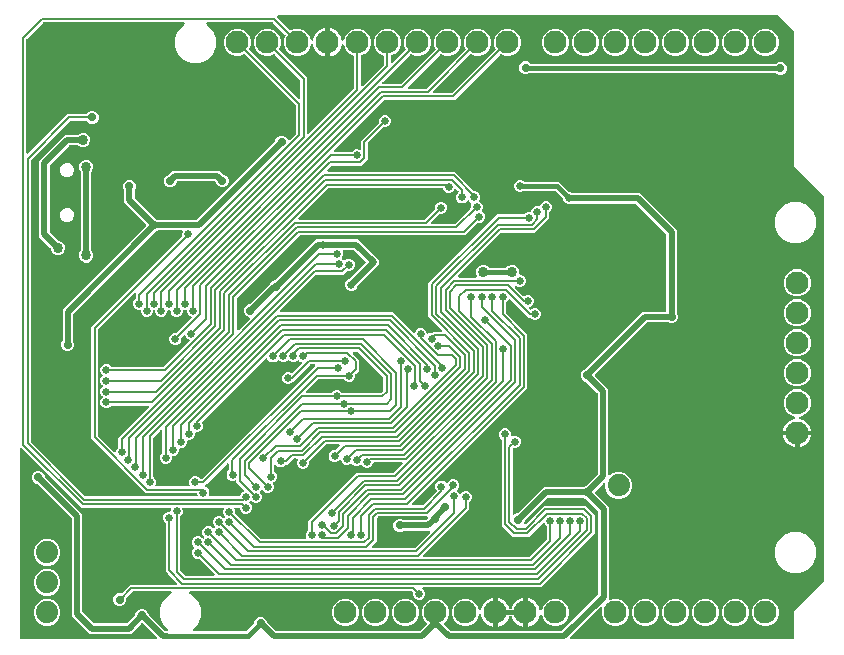
<source format=gbr>
G04 EAGLE Gerber RS-274X export*
G75*
%MOMM*%
%FSLAX34Y34*%
%LPD*%
%INBottom Copper*%
%IPPOS*%
%AMOC8*
5,1,8,0,0,1.08239X$1,22.5*%
G01*
%ADD10C,1.930400*%
%ADD11C,1.879600*%
%ADD12C,0.736600*%
%ADD13C,0.660400*%
%ADD14C,0.203200*%
%ADD15C,0.406400*%
%ADD16C,0.863600*%
%ADD17C,0.279400*%
%ADD18C,0.533400*%
%ADD19C,0.457200*%
%ADD20C,0.177800*%

G36*
X656902Y2549D02*
X656902Y2549D01*
X656960Y2547D01*
X657042Y2569D01*
X657126Y2581D01*
X657179Y2604D01*
X657235Y2619D01*
X657308Y2662D01*
X657385Y2697D01*
X657430Y2735D01*
X657480Y2764D01*
X657538Y2826D01*
X657602Y2880D01*
X657634Y2929D01*
X657674Y2972D01*
X657713Y3047D01*
X657760Y3117D01*
X657777Y3173D01*
X657804Y3225D01*
X657815Y3293D01*
X657845Y3388D01*
X657848Y3488D01*
X657859Y3556D01*
X657859Y26452D01*
X682962Y51555D01*
X683014Y51625D01*
X683074Y51689D01*
X683100Y51738D01*
X683133Y51782D01*
X683157Y51845D01*
X683160Y51849D01*
X683165Y51865D01*
X683204Y51942D01*
X683212Y51989D01*
X683234Y52048D01*
X683238Y52098D01*
X683245Y52120D01*
X683247Y52202D01*
X683259Y52273D01*
X683259Y376987D01*
X683247Y377074D01*
X683244Y377161D01*
X683227Y377214D01*
X683219Y377269D01*
X683184Y377348D01*
X683157Y377432D01*
X683129Y377471D01*
X683103Y377528D01*
X683007Y377641D01*
X682962Y377705D01*
X657859Y402808D01*
X657859Y516687D01*
X657847Y516774D01*
X657844Y516861D01*
X657827Y516914D01*
X657819Y516969D01*
X657784Y517048D01*
X657757Y517132D01*
X657729Y517171D01*
X657703Y517228D01*
X657607Y517341D01*
X657562Y517405D01*
X644405Y530562D01*
X644335Y530614D01*
X644271Y530674D01*
X644222Y530700D01*
X644178Y530733D01*
X644096Y530764D01*
X644018Y530804D01*
X643971Y530812D01*
X643912Y530834D01*
X643764Y530846D01*
X643687Y530859D01*
X220904Y530859D01*
X220875Y530855D01*
X220846Y530858D01*
X220735Y530835D01*
X220623Y530819D01*
X220596Y530807D01*
X220567Y530802D01*
X220467Y530750D01*
X220363Y530703D01*
X220341Y530684D01*
X220315Y530671D01*
X220233Y530593D01*
X220146Y530520D01*
X220130Y530495D01*
X220109Y530475D01*
X220051Y530377D01*
X219989Y530283D01*
X219980Y530255D01*
X219965Y530230D01*
X219937Y530120D01*
X219903Y530012D01*
X219902Y529983D01*
X219895Y529954D01*
X219898Y529841D01*
X219895Y529728D01*
X219903Y529699D01*
X219904Y529670D01*
X219939Y529562D01*
X219967Y529453D01*
X219982Y529427D01*
X219991Y529399D01*
X220037Y529335D01*
X220113Y529208D01*
X220158Y529165D01*
X220186Y529126D01*
X220640Y528672D01*
X230926Y518386D01*
X230928Y518385D01*
X230929Y518384D01*
X231044Y518298D01*
X231153Y518215D01*
X231155Y518215D01*
X231156Y518214D01*
X231290Y518163D01*
X231419Y518114D01*
X231421Y518114D01*
X231422Y518113D01*
X231567Y518102D01*
X231702Y518090D01*
X231704Y518091D01*
X231706Y518090D01*
X231721Y518094D01*
X231981Y518146D01*
X232008Y518160D01*
X232033Y518166D01*
X235086Y519431D01*
X239634Y519431D01*
X243835Y517690D01*
X247050Y514475D01*
X248849Y510133D01*
X248852Y510128D01*
X248854Y510122D01*
X248924Y510006D01*
X248993Y509889D01*
X248998Y509884D01*
X249001Y509879D01*
X249101Y509787D01*
X249200Y509693D01*
X249206Y509691D01*
X249210Y509686D01*
X249333Y509625D01*
X249453Y509563D01*
X249459Y509562D01*
X249464Y509559D01*
X249599Y509534D01*
X249732Y509508D01*
X249738Y509509D01*
X249744Y509508D01*
X249879Y509521D01*
X250015Y509533D01*
X250021Y509535D01*
X250027Y509535D01*
X250154Y509586D01*
X250280Y509635D01*
X250285Y509638D01*
X250291Y509641D01*
X250400Y509725D01*
X250507Y509806D01*
X250511Y509811D01*
X250516Y509815D01*
X250596Y509925D01*
X250677Y510034D01*
X250679Y510040D01*
X250683Y510045D01*
X250697Y510086D01*
X250777Y510300D01*
X250780Y510336D01*
X250790Y510363D01*
X250867Y510855D01*
X251460Y512680D01*
X252332Y514390D01*
X253460Y515943D01*
X254817Y517300D01*
X256370Y518428D01*
X258080Y519299D01*
X259905Y519893D01*
X260729Y520023D01*
X260729Y509016D01*
X260737Y508958D01*
X260735Y508900D01*
X260757Y508818D01*
X260769Y508735D01*
X260792Y508681D01*
X260807Y508625D01*
X260850Y508552D01*
X260885Y508475D01*
X260923Y508431D01*
X260952Y508380D01*
X261014Y508323D01*
X261068Y508258D01*
X261117Y508226D01*
X261160Y508186D01*
X261235Y508147D01*
X261305Y508101D01*
X261361Y508083D01*
X261413Y508056D01*
X261481Y508045D01*
X261576Y508015D01*
X261676Y508012D01*
X261744Y508001D01*
X263776Y508001D01*
X263834Y508009D01*
X263892Y508008D01*
X263974Y508029D01*
X264057Y508041D01*
X264111Y508065D01*
X264167Y508079D01*
X264240Y508122D01*
X264317Y508157D01*
X264361Y508195D01*
X264412Y508225D01*
X264469Y508286D01*
X264534Y508341D01*
X264566Y508389D01*
X264606Y508432D01*
X264645Y508507D01*
X264691Y508577D01*
X264709Y508633D01*
X264736Y508685D01*
X264747Y508753D01*
X264777Y508848D01*
X264780Y508948D01*
X264791Y509016D01*
X264791Y520023D01*
X265615Y519893D01*
X267440Y519299D01*
X269150Y518428D01*
X270703Y517300D01*
X272060Y515943D01*
X273188Y514390D01*
X274059Y512680D01*
X274652Y510855D01*
X274730Y510363D01*
X274732Y510357D01*
X274732Y510351D01*
X274774Y510221D01*
X274814Y510091D01*
X274817Y510086D01*
X274819Y510080D01*
X274894Y509968D01*
X274969Y509853D01*
X274974Y509849D01*
X274977Y509844D01*
X275082Y509756D01*
X275184Y509668D01*
X275190Y509665D01*
X275195Y509661D01*
X275321Y509605D01*
X275443Y509549D01*
X275449Y509548D01*
X275455Y509546D01*
X275590Y509527D01*
X275724Y509507D01*
X275730Y509508D01*
X275736Y509507D01*
X275870Y509526D01*
X276006Y509544D01*
X276012Y509546D01*
X276018Y509547D01*
X276140Y509603D01*
X276266Y509658D01*
X276271Y509662D01*
X276277Y509664D01*
X276380Y509753D01*
X276485Y509840D01*
X276488Y509845D01*
X276493Y509849D01*
X276516Y509886D01*
X276645Y510075D01*
X276656Y510109D01*
X276671Y510133D01*
X278469Y514475D01*
X281685Y517690D01*
X285886Y519431D01*
X290434Y519431D01*
X294635Y517690D01*
X297850Y514475D01*
X299591Y510274D01*
X299591Y505726D01*
X297850Y501525D01*
X294635Y498310D01*
X291581Y497045D01*
X291580Y497044D01*
X291579Y497043D01*
X291460Y496973D01*
X291337Y496900D01*
X291335Y496899D01*
X291334Y496898D01*
X291234Y496792D01*
X291141Y496693D01*
X291141Y496692D01*
X291140Y496691D01*
X291075Y496564D01*
X291011Y496441D01*
X291011Y496439D01*
X291010Y496438D01*
X291008Y496423D01*
X290956Y496162D01*
X290959Y496131D01*
X290955Y496107D01*
X290955Y471693D01*
X290959Y471664D01*
X290956Y471635D01*
X290979Y471524D01*
X290994Y471412D01*
X291006Y471385D01*
X291012Y471356D01*
X291064Y471256D01*
X291111Y471153D01*
X291130Y471130D01*
X291143Y471104D01*
X291221Y471022D01*
X291294Y470936D01*
X291319Y470919D01*
X291339Y470898D01*
X291437Y470841D01*
X291531Y470778D01*
X291559Y470769D01*
X291584Y470754D01*
X291694Y470726D01*
X291802Y470692D01*
X291831Y470691D01*
X291860Y470684D01*
X291973Y470688D01*
X292086Y470685D01*
X292115Y470692D01*
X292144Y470693D01*
X292252Y470728D01*
X292361Y470757D01*
X292387Y470772D01*
X292414Y470781D01*
X292478Y470826D01*
X292606Y470902D01*
X292649Y470948D01*
X292688Y470976D01*
X310468Y488756D01*
X310520Y488826D01*
X310580Y488889D01*
X310606Y488939D01*
X310639Y488983D01*
X310670Y489065D01*
X310710Y489142D01*
X310718Y489190D01*
X310740Y489249D01*
X310752Y489396D01*
X310765Y489474D01*
X310765Y496107D01*
X310765Y496108D01*
X310765Y496110D01*
X310745Y496250D01*
X310725Y496388D01*
X310725Y496390D01*
X310725Y496391D01*
X310668Y496517D01*
X310609Y496648D01*
X310608Y496649D01*
X310607Y496650D01*
X310516Y496757D01*
X310425Y496865D01*
X310424Y496866D01*
X310423Y496867D01*
X310410Y496875D01*
X310189Y497022D01*
X310160Y497031D01*
X310138Y497045D01*
X307085Y498309D01*
X303869Y501525D01*
X302129Y505726D01*
X302129Y510274D01*
X303869Y514475D01*
X307085Y517690D01*
X311286Y519431D01*
X315834Y519431D01*
X320035Y517690D01*
X323250Y514475D01*
X324991Y510274D01*
X324991Y505726D01*
X323250Y501525D01*
X320035Y498309D01*
X316981Y497045D01*
X316980Y497044D01*
X316979Y497043D01*
X316858Y496972D01*
X316737Y496900D01*
X316735Y496899D01*
X316734Y496898D01*
X316636Y496794D01*
X316541Y496694D01*
X316541Y496692D01*
X316540Y496691D01*
X316473Y496560D01*
X316411Y496441D01*
X316411Y496439D01*
X316410Y496438D01*
X316408Y496423D01*
X316356Y496162D01*
X316359Y496131D01*
X316355Y496107D01*
X316355Y491705D01*
X316359Y491676D01*
X316356Y491647D01*
X316379Y491536D01*
X316394Y491424D01*
X316406Y491397D01*
X316412Y491368D01*
X316465Y491267D01*
X316511Y491164D01*
X316530Y491142D01*
X316543Y491116D01*
X316621Y491034D01*
X316694Y490947D01*
X316719Y490931D01*
X316739Y490910D01*
X316837Y490853D01*
X316931Y490790D01*
X316959Y490781D01*
X316984Y490766D01*
X317094Y490738D01*
X317202Y490704D01*
X317231Y490703D01*
X317260Y490696D01*
X317373Y490700D01*
X317486Y490697D01*
X317515Y490704D01*
X317544Y490705D01*
X317652Y490740D01*
X317761Y490769D01*
X317787Y490784D01*
X317814Y490793D01*
X317878Y490838D01*
X318006Y490914D01*
X318049Y490959D01*
X318088Y490987D01*
X328601Y501501D01*
X328602Y501502D01*
X328603Y501503D01*
X328689Y501618D01*
X328772Y501728D01*
X328773Y501729D01*
X328774Y501731D01*
X328822Y501859D01*
X328873Y501994D01*
X328873Y501995D01*
X328874Y501997D01*
X328886Y502141D01*
X328897Y502277D01*
X328897Y502278D01*
X328897Y502280D01*
X328893Y502296D01*
X328841Y502556D01*
X328827Y502583D01*
X328821Y502607D01*
X327529Y505726D01*
X327529Y510274D01*
X329269Y514475D01*
X332485Y517690D01*
X336686Y519431D01*
X341234Y519431D01*
X345435Y517690D01*
X348650Y514475D01*
X350391Y510274D01*
X350391Y505726D01*
X348650Y501525D01*
X345435Y498310D01*
X341234Y496569D01*
X336686Y496569D01*
X333698Y497807D01*
X333697Y497807D01*
X333695Y497808D01*
X333561Y497842D01*
X333423Y497878D01*
X333421Y497878D01*
X333420Y497878D01*
X333279Y497874D01*
X333139Y497870D01*
X333137Y497869D01*
X333136Y497869D01*
X333003Y497826D01*
X332868Y497783D01*
X332867Y497782D01*
X332865Y497782D01*
X332853Y497773D01*
X332632Y497625D01*
X332612Y497601D01*
X332592Y497587D01*
X309433Y474428D01*
X309415Y474404D01*
X309393Y474385D01*
X309330Y474291D01*
X309262Y474201D01*
X309252Y474173D01*
X309235Y474149D01*
X309201Y474041D01*
X309161Y473935D01*
X309158Y473906D01*
X309150Y473878D01*
X309147Y473764D01*
X309137Y473652D01*
X309143Y473623D01*
X309142Y473594D01*
X309171Y473484D01*
X309193Y473373D01*
X309207Y473347D01*
X309214Y473319D01*
X309272Y473221D01*
X309324Y473121D01*
X309344Y473099D01*
X309359Y473074D01*
X309442Y472997D01*
X309520Y472915D01*
X309545Y472900D01*
X309567Y472880D01*
X309668Y472828D01*
X309765Y472771D01*
X309794Y472764D01*
X309820Y472750D01*
X309897Y472737D01*
X310041Y472701D01*
X310103Y472703D01*
X310151Y472695D01*
X324682Y472695D01*
X324768Y472707D01*
X324856Y472710D01*
X324908Y472727D01*
X324963Y472735D01*
X325043Y472770D01*
X325126Y472797D01*
X325166Y472825D01*
X325223Y472851D01*
X325336Y472947D01*
X325400Y472992D01*
X353974Y501566D01*
X353975Y501568D01*
X353976Y501569D01*
X354065Y501687D01*
X354145Y501794D01*
X354145Y501795D01*
X354146Y501796D01*
X354196Y501927D01*
X354246Y502059D01*
X354246Y502061D01*
X354247Y502062D01*
X354258Y502207D01*
X354270Y502343D01*
X354269Y502344D01*
X354269Y502346D01*
X354266Y502361D01*
X354214Y502621D01*
X354200Y502648D01*
X354194Y502673D01*
X352929Y505726D01*
X352929Y510274D01*
X354669Y514475D01*
X357885Y517690D01*
X362086Y519431D01*
X366634Y519431D01*
X370835Y517690D01*
X374050Y514475D01*
X375791Y510274D01*
X375791Y505726D01*
X374050Y501525D01*
X370835Y498310D01*
X366634Y496569D01*
X362086Y496569D01*
X359033Y497834D01*
X359031Y497834D01*
X359030Y497835D01*
X358896Y497869D01*
X358757Y497905D01*
X358756Y497905D01*
X358754Y497905D01*
X358614Y497901D01*
X358473Y497897D01*
X358472Y497896D01*
X358470Y497896D01*
X358337Y497853D01*
X358202Y497810D01*
X358201Y497809D01*
X358200Y497809D01*
X358188Y497800D01*
X357966Y497652D01*
X357947Y497628D01*
X357926Y497614D01*
X330930Y470618D01*
X330913Y470594D01*
X330890Y470575D01*
X330827Y470481D01*
X330759Y470391D01*
X330749Y470363D01*
X330733Y470339D01*
X330698Y470231D01*
X330658Y470125D01*
X330656Y470096D01*
X330647Y470068D01*
X330644Y469954D01*
X330634Y469842D01*
X330640Y469813D01*
X330639Y469784D01*
X330668Y469674D01*
X330690Y469563D01*
X330704Y469537D01*
X330711Y469509D01*
X330769Y469411D01*
X330821Y469311D01*
X330842Y469289D01*
X330857Y469264D01*
X330939Y469187D01*
X331017Y469105D01*
X331042Y469090D01*
X331064Y469070D01*
X331165Y469018D01*
X331262Y468961D01*
X331291Y468954D01*
X331317Y468940D01*
X331394Y468927D01*
X331538Y468891D01*
X331600Y468893D01*
X331648Y468885D01*
X346272Y468885D01*
X346358Y468897D01*
X346446Y468900D01*
X346498Y468917D01*
X346553Y468925D01*
X346633Y468960D01*
X346716Y468987D01*
X346756Y469015D01*
X346813Y469041D01*
X346926Y469137D01*
X346990Y469182D01*
X379374Y501566D01*
X379375Y501568D01*
X379376Y501569D01*
X379465Y501687D01*
X379545Y501794D01*
X379545Y501795D01*
X379546Y501796D01*
X379596Y501927D01*
X379646Y502059D01*
X379646Y502061D01*
X379647Y502062D01*
X379658Y502207D01*
X379670Y502343D01*
X379669Y502344D01*
X379669Y502346D01*
X379666Y502361D01*
X379614Y502621D01*
X379600Y502648D01*
X379594Y502673D01*
X378329Y505726D01*
X378329Y510274D01*
X380069Y514475D01*
X383285Y517690D01*
X387486Y519431D01*
X392034Y519431D01*
X396235Y517690D01*
X399450Y514475D01*
X401191Y510274D01*
X401191Y505726D01*
X399450Y501525D01*
X396235Y498310D01*
X392034Y496569D01*
X387486Y496569D01*
X384433Y497834D01*
X384431Y497834D01*
X384430Y497835D01*
X384296Y497869D01*
X384157Y497905D01*
X384156Y497905D01*
X384154Y497905D01*
X384014Y497901D01*
X383873Y497897D01*
X383872Y497896D01*
X383870Y497896D01*
X383737Y497853D01*
X383602Y497810D01*
X383601Y497809D01*
X383600Y497809D01*
X383588Y497800D01*
X383366Y497652D01*
X383347Y497628D01*
X383326Y497614D01*
X352520Y466808D01*
X352503Y466784D01*
X352480Y466765D01*
X352417Y466671D01*
X352349Y466581D01*
X352339Y466553D01*
X352323Y466529D01*
X352288Y466421D01*
X352248Y466315D01*
X352246Y466286D01*
X352237Y466258D01*
X352234Y466144D01*
X352224Y466032D01*
X352230Y466003D01*
X352229Y465974D01*
X352258Y465864D01*
X352280Y465753D01*
X352294Y465727D01*
X352301Y465699D01*
X352359Y465601D01*
X352411Y465501D01*
X352432Y465479D01*
X352447Y465454D01*
X352529Y465377D01*
X352607Y465295D01*
X352632Y465280D01*
X352654Y465260D01*
X352755Y465208D01*
X352852Y465151D01*
X352881Y465144D01*
X352907Y465130D01*
X352984Y465117D01*
X353128Y465081D01*
X353190Y465083D01*
X353238Y465075D01*
X367862Y465075D01*
X367948Y465087D01*
X368036Y465090D01*
X368088Y465107D01*
X368143Y465115D01*
X368223Y465150D01*
X368306Y465177D01*
X368346Y465205D01*
X368403Y465231D01*
X368516Y465327D01*
X368580Y465372D01*
X404774Y501566D01*
X404775Y501568D01*
X404776Y501569D01*
X404865Y501687D01*
X404945Y501794D01*
X404945Y501795D01*
X404946Y501796D01*
X404996Y501927D01*
X405046Y502059D01*
X405046Y502061D01*
X405047Y502062D01*
X405058Y502207D01*
X405070Y502343D01*
X405069Y502344D01*
X405069Y502346D01*
X405066Y502361D01*
X405014Y502621D01*
X405000Y502648D01*
X404994Y502673D01*
X403729Y505726D01*
X403729Y510274D01*
X405469Y514475D01*
X408685Y517690D01*
X412886Y519431D01*
X417434Y519431D01*
X421635Y517690D01*
X424850Y514475D01*
X426591Y510274D01*
X426591Y505726D01*
X424850Y501525D01*
X421635Y498310D01*
X417434Y496569D01*
X412886Y496569D01*
X409833Y497834D01*
X409831Y497834D01*
X409830Y497835D01*
X409696Y497869D01*
X409557Y497905D01*
X409556Y497905D01*
X409554Y497905D01*
X409414Y497901D01*
X409273Y497897D01*
X409272Y497896D01*
X409270Y497896D01*
X409137Y497853D01*
X409002Y497810D01*
X409001Y497809D01*
X409000Y497809D01*
X408988Y497800D01*
X408766Y497652D01*
X408747Y497628D01*
X408726Y497614D01*
X370598Y459485D01*
X311458Y459485D01*
X311372Y459473D01*
X311284Y459470D01*
X311231Y459453D01*
X311177Y459445D01*
X311097Y459410D01*
X311014Y459383D01*
X310974Y459355D01*
X310917Y459329D01*
X310804Y459233D01*
X310740Y459188D01*
X268503Y416951D01*
X268486Y416927D01*
X268463Y416908D01*
X268400Y416814D01*
X268332Y416724D01*
X268322Y416696D01*
X268306Y416672D01*
X268271Y416564D01*
X268231Y416458D01*
X268229Y416429D01*
X268220Y416401D01*
X268217Y416287D01*
X268208Y416175D01*
X268213Y416146D01*
X268213Y416117D01*
X268241Y416007D01*
X268263Y415896D01*
X268277Y415870D01*
X268284Y415842D01*
X268342Y415744D01*
X268394Y415644D01*
X268415Y415622D01*
X268430Y415597D01*
X268512Y415520D01*
X268590Y415438D01*
X268616Y415423D01*
X268637Y415403D01*
X268738Y415351D01*
X268835Y415294D01*
X268864Y415287D01*
X268890Y415273D01*
X268967Y415260D01*
X269111Y415224D01*
X269173Y415226D01*
X269221Y415218D01*
X282971Y415218D01*
X283058Y415230D01*
X283145Y415233D01*
X283198Y415250D01*
X283252Y415258D01*
X283332Y415293D01*
X283415Y415320D01*
X283455Y415348D01*
X283512Y415374D01*
X283625Y415470D01*
X283689Y415515D01*
X284904Y416730D01*
X286771Y417504D01*
X288793Y417504D01*
X289679Y417136D01*
X289791Y417108D01*
X289900Y417073D01*
X289928Y417072D01*
X289955Y417065D01*
X290069Y417069D01*
X290184Y417066D01*
X290211Y417073D01*
X290239Y417074D01*
X290348Y417109D01*
X290459Y417138D01*
X290483Y417152D01*
X290510Y417160D01*
X290605Y417224D01*
X290704Y417283D01*
X290723Y417303D01*
X290746Y417318D01*
X290820Y417406D01*
X290898Y417490D01*
X290911Y417515D01*
X290929Y417536D01*
X290975Y417641D01*
X291028Y417743D01*
X291032Y417768D01*
X291044Y417796D01*
X291081Y418060D01*
X291083Y418074D01*
X291083Y424814D01*
X306169Y439899D01*
X306221Y439969D01*
X306281Y440033D01*
X306306Y440082D01*
X306340Y440126D01*
X306371Y440208D01*
X306411Y440286D01*
X306419Y440334D01*
X306441Y440392D01*
X306453Y440540D01*
X306466Y440617D01*
X306466Y442336D01*
X307240Y444203D01*
X308669Y445632D01*
X310536Y446406D01*
X312557Y446406D01*
X314425Y445632D01*
X315854Y444203D01*
X316628Y442336D01*
X316628Y440314D01*
X315854Y438447D01*
X314425Y437018D01*
X312557Y436244D01*
X310839Y436244D01*
X310752Y436232D01*
X310665Y436229D01*
X310612Y436212D01*
X310558Y436204D01*
X310478Y436169D01*
X310395Y436142D01*
X310355Y436114D01*
X310298Y436088D01*
X310185Y435992D01*
X310121Y435947D01*
X296970Y422796D01*
X296918Y422726D01*
X296858Y422662D01*
X296832Y422613D01*
X296799Y422569D01*
X296768Y422487D01*
X296728Y422409D01*
X296720Y422361D01*
X296698Y422303D01*
X296686Y422155D01*
X296673Y422078D01*
X296673Y408740D01*
X291465Y403532D01*
X266282Y403532D01*
X266195Y403520D01*
X266108Y403517D01*
X266055Y403500D01*
X266000Y403492D01*
X265920Y403457D01*
X265837Y403430D01*
X265798Y403402D01*
X265741Y403376D01*
X265628Y403280D01*
X265564Y403235D01*
X262634Y400306D01*
X262617Y400282D01*
X262594Y400263D01*
X262532Y400169D01*
X262463Y400078D01*
X262453Y400051D01*
X262437Y400027D01*
X262402Y399918D01*
X262362Y399813D01*
X262360Y399784D01*
X262351Y399756D01*
X262348Y399642D01*
X262339Y399529D01*
X262344Y399501D01*
X262344Y399471D01*
X262372Y399362D01*
X262395Y399251D01*
X262408Y399225D01*
X262415Y399196D01*
X262473Y399099D01*
X262526Y398998D01*
X262546Y398977D01*
X262561Y398952D01*
X262643Y398874D01*
X262721Y398792D01*
X262747Y398777D01*
X262768Y398757D01*
X262869Y398706D01*
X262967Y398649D01*
X262995Y398641D01*
X263021Y398628D01*
X263098Y398615D01*
X263242Y398578D01*
X263305Y398580D01*
X263352Y398572D01*
X370682Y398572D01*
X387168Y382087D01*
X387237Y382034D01*
X387301Y381974D01*
X387351Y381949D01*
X387395Y381916D01*
X387477Y381885D01*
X387555Y381845D01*
X387602Y381837D01*
X387661Y381815D01*
X387808Y381802D01*
X387886Y381789D01*
X388080Y381789D01*
X389947Y381016D01*
X391377Y379587D01*
X392150Y377719D01*
X392150Y375698D01*
X391490Y374105D01*
X391476Y374048D01*
X391452Y373995D01*
X391440Y373911D01*
X391419Y373830D01*
X391421Y373771D01*
X391413Y373713D01*
X391425Y373630D01*
X391428Y373546D01*
X391445Y373490D01*
X391454Y373432D01*
X391489Y373355D01*
X391514Y373275D01*
X391547Y373226D01*
X391571Y373173D01*
X391626Y373109D01*
X391673Y373039D01*
X391717Y373001D01*
X391755Y372956D01*
X391789Y372936D01*
X393308Y371416D01*
X394082Y369549D01*
X394082Y367528D01*
X393476Y366065D01*
X393461Y366008D01*
X393438Y365955D01*
X393426Y365871D01*
X393405Y365790D01*
X393407Y365731D01*
X393399Y365673D01*
X393411Y365590D01*
X393413Y365505D01*
X393431Y365450D01*
X393439Y365392D01*
X393474Y365315D01*
X393500Y365235D01*
X393532Y365186D01*
X393556Y365133D01*
X393611Y365069D01*
X393658Y364999D01*
X393703Y364961D01*
X393741Y364916D01*
X393799Y364880D01*
X393876Y364816D01*
X393967Y364775D01*
X394025Y364738D01*
X394038Y364733D01*
X395467Y363304D01*
X396241Y361437D01*
X396241Y359415D01*
X395467Y357548D01*
X394038Y356119D01*
X392171Y355345D01*
X390452Y355345D01*
X390366Y355333D01*
X390278Y355330D01*
X390225Y355313D01*
X390171Y355305D01*
X390091Y355270D01*
X390008Y355243D01*
X389968Y355215D01*
X389911Y355189D01*
X389798Y355093D01*
X389734Y355048D01*
X379364Y344677D01*
X239756Y344677D01*
X239669Y344665D01*
X239582Y344662D01*
X239529Y344645D01*
X239474Y344637D01*
X239394Y344602D01*
X239311Y344575D01*
X239272Y344547D01*
X239215Y344521D01*
X239101Y344425D01*
X239038Y344380D01*
X186226Y291568D01*
X186215Y291554D01*
X186207Y291547D01*
X186185Y291514D01*
X186174Y291498D01*
X186114Y291435D01*
X186088Y291385D01*
X186055Y291341D01*
X186024Y291259D01*
X185984Y291181D01*
X185976Y291134D01*
X185954Y291075D01*
X185942Y290928D01*
X185929Y290850D01*
X185929Y265173D01*
X185933Y265144D01*
X185930Y265115D01*
X185953Y265004D01*
X185969Y264891D01*
X185981Y264865D01*
X185986Y264836D01*
X186038Y264735D01*
X186085Y264632D01*
X186104Y264610D01*
X186117Y264584D01*
X186195Y264502D01*
X186268Y264415D01*
X186293Y264399D01*
X186313Y264378D01*
X186411Y264320D01*
X186505Y264257D01*
X186533Y264249D01*
X186558Y264234D01*
X186668Y264206D01*
X186776Y264172D01*
X186806Y264171D01*
X186834Y264164D01*
X186947Y264167D01*
X187060Y264164D01*
X187089Y264172D01*
X187118Y264173D01*
X187226Y264208D01*
X187335Y264236D01*
X187361Y264251D01*
X187389Y264260D01*
X187452Y264306D01*
X187580Y264381D01*
X187623Y264427D01*
X187662Y264455D01*
X196769Y273563D01*
X196838Y273654D01*
X196912Y273742D01*
X196924Y273768D01*
X196940Y273790D01*
X196981Y273897D01*
X197028Y274002D01*
X197032Y274030D01*
X197042Y274055D01*
X197051Y274170D01*
X197067Y274284D01*
X197063Y274311D01*
X197065Y274339D01*
X197043Y274451D01*
X197026Y274565D01*
X197015Y274590D01*
X197009Y274618D01*
X196956Y274720D01*
X196909Y274824D01*
X196891Y274845D01*
X196878Y274870D01*
X196799Y274953D01*
X196725Y275041D01*
X196704Y275054D01*
X196682Y275076D01*
X196453Y275210D01*
X196440Y275218D01*
X194321Y276096D01*
X192784Y277633D01*
X191953Y279640D01*
X191953Y281813D01*
X192784Y283820D01*
X194321Y285357D01*
X196411Y286223D01*
X196450Y286228D01*
X196530Y286264D01*
X196613Y286291D01*
X196652Y286319D01*
X196709Y286344D01*
X196823Y286440D01*
X196886Y286486D01*
X214057Y303656D01*
X214076Y303681D01*
X214099Y303701D01*
X214141Y303768D01*
X214228Y303883D01*
X214251Y303944D01*
X214277Y303986D01*
X214318Y304084D01*
X215854Y305620D01*
X217944Y306486D01*
X217983Y306492D01*
X218063Y306527D01*
X218147Y306554D01*
X218186Y306582D01*
X218243Y306608D01*
X218356Y306704D01*
X218420Y306749D01*
X252920Y341250D01*
X255826Y341250D01*
X255857Y341254D01*
X255888Y341252D01*
X255965Y341269D01*
X256108Y341290D01*
X256167Y341316D01*
X256215Y341327D01*
X257561Y341885D01*
X259583Y341885D01*
X260929Y341327D01*
X260959Y341319D01*
X260987Y341305D01*
X261064Y341292D01*
X261204Y341256D01*
X261269Y341258D01*
X261318Y341250D01*
X288608Y341250D01*
X306287Y323571D01*
X306287Y319888D01*
X303385Y316986D01*
X288174Y301775D01*
X288156Y301750D01*
X288132Y301730D01*
X288090Y301664D01*
X288003Y301548D01*
X287982Y301491D01*
X287963Y301463D01*
X287961Y301456D01*
X287954Y301446D01*
X287396Y300099D01*
X285967Y298670D01*
X284100Y297897D01*
X282079Y297897D01*
X280211Y298670D01*
X278782Y300099D01*
X278008Y301967D01*
X278008Y303988D01*
X278782Y305855D01*
X280211Y307284D01*
X281558Y307842D01*
X281584Y307858D01*
X281614Y307867D01*
X281678Y307913D01*
X281802Y307987D01*
X281847Y308034D01*
X281887Y308062D01*
X294836Y321011D01*
X294871Y321058D01*
X294913Y321098D01*
X294956Y321171D01*
X295007Y321238D01*
X295028Y321293D01*
X295057Y321343D01*
X295078Y321425D01*
X295108Y321504D01*
X295113Y321562D01*
X295127Y321619D01*
X295125Y321703D01*
X295132Y321787D01*
X295120Y321845D01*
X295118Y321903D01*
X295092Y321983D01*
X295076Y322066D01*
X295049Y322118D01*
X295031Y322174D01*
X294991Y322230D01*
X294945Y322318D01*
X294876Y322391D01*
X294836Y322447D01*
X285222Y332061D01*
X285152Y332113D01*
X285088Y332173D01*
X285039Y332199D01*
X284995Y332232D01*
X284913Y332263D01*
X284835Y332303D01*
X284787Y332311D01*
X284729Y332333D01*
X284581Y332345D01*
X284504Y332358D01*
X276512Y332358D01*
X276398Y332342D01*
X276283Y332332D01*
X276257Y332322D01*
X276230Y332318D01*
X276125Y332271D01*
X276018Y332230D01*
X275996Y332214D01*
X275971Y332202D01*
X275883Y332128D01*
X275791Y332059D01*
X275775Y332036D01*
X275754Y332019D01*
X275690Y331923D01*
X275621Y331831D01*
X275611Y331805D01*
X275596Y331782D01*
X275561Y331672D01*
X275521Y331565D01*
X275519Y331537D01*
X275510Y331511D01*
X275507Y331396D01*
X275498Y331282D01*
X275504Y331257D01*
X275503Y331227D01*
X275570Y330970D01*
X275574Y330954D01*
X276099Y329687D01*
X276099Y327665D01*
X275317Y325779D01*
X275288Y325751D01*
X275245Y325678D01*
X275194Y325611D01*
X275173Y325556D01*
X275144Y325506D01*
X275123Y325424D01*
X275093Y325345D01*
X275088Y325287D01*
X275074Y325230D01*
X275076Y325146D01*
X275069Y325062D01*
X275081Y325004D01*
X275083Y324946D01*
X275109Y324866D01*
X275125Y324783D01*
X275152Y324731D01*
X275170Y324675D01*
X275210Y324619D01*
X275256Y324531D01*
X275325Y324458D01*
X275365Y324402D01*
X276015Y323752D01*
X276062Y323717D01*
X276102Y323675D01*
X276175Y323632D01*
X276242Y323581D01*
X276297Y323560D01*
X276347Y323531D01*
X276429Y323510D01*
X276508Y323480D01*
X276566Y323475D01*
X276623Y323461D01*
X276707Y323463D01*
X276791Y323456D01*
X276849Y323468D01*
X276907Y323470D01*
X276987Y323496D01*
X277070Y323512D01*
X277122Y323539D01*
X277178Y323557D01*
X277234Y323597D01*
X277322Y323643D01*
X277395Y323712D01*
X277451Y323752D01*
X277792Y324093D01*
X279659Y324867D01*
X281681Y324867D01*
X283548Y324093D01*
X284977Y322664D01*
X285751Y320797D01*
X285751Y318775D01*
X284977Y316908D01*
X283548Y315479D01*
X281681Y314705D01*
X279962Y314705D01*
X279876Y314693D01*
X279788Y314690D01*
X279735Y314673D01*
X279681Y314665D01*
X279601Y314630D01*
X279518Y314603D01*
X279478Y314575D01*
X279421Y314549D01*
X279308Y314453D01*
X279244Y314408D01*
X276240Y311403D01*
X253712Y311403D01*
X253625Y311391D01*
X253538Y311388D01*
X253485Y311371D01*
X253430Y311363D01*
X253350Y311328D01*
X253267Y311301D01*
X253228Y311273D01*
X253171Y311247D01*
X253057Y311151D01*
X252994Y311106D01*
X222977Y281089D01*
X222959Y281066D01*
X222937Y281047D01*
X222874Y280952D01*
X222806Y280862D01*
X222796Y280835D01*
X222779Y280810D01*
X222745Y280702D01*
X222705Y280596D01*
X222702Y280567D01*
X222694Y280539D01*
X222691Y280426D01*
X222681Y280313D01*
X222687Y280284D01*
X222686Y280255D01*
X222715Y280145D01*
X222737Y280034D01*
X222751Y280008D01*
X222758Y279980D01*
X222816Y279882D01*
X222868Y279782D01*
X222888Y279761D01*
X222903Y279735D01*
X222986Y279658D01*
X223064Y279576D01*
X223089Y279561D01*
X223111Y279541D01*
X223212Y279489D01*
X223309Y279432D01*
X223338Y279425D01*
X223364Y279411D01*
X223441Y279399D01*
X223585Y279362D01*
X223647Y279364D01*
X223695Y279356D01*
X318359Y279356D01*
X335335Y262380D01*
X335427Y262311D01*
X335515Y262237D01*
X335540Y262226D01*
X335562Y262209D01*
X335670Y262168D01*
X335775Y262121D01*
X335802Y262118D01*
X335828Y262108D01*
X335942Y262098D01*
X336056Y262082D01*
X336084Y262086D01*
X336111Y262084D01*
X336224Y262107D01*
X336338Y262123D01*
X336363Y262134D01*
X336390Y262140D01*
X336492Y262193D01*
X336597Y262240D01*
X336618Y262258D01*
X336642Y262271D01*
X336726Y262350D01*
X336813Y262424D01*
X336826Y262446D01*
X336848Y262467D01*
X336983Y262696D01*
X336991Y262709D01*
X337358Y263596D01*
X338787Y265025D01*
X340655Y265799D01*
X342676Y265799D01*
X344544Y265025D01*
X345973Y263596D01*
X346595Y262094D01*
X346625Y262044D01*
X346646Y261989D01*
X346697Y261922D01*
X346739Y261849D01*
X346782Y261809D01*
X346817Y261762D01*
X346885Y261712D01*
X346946Y261654D01*
X346998Y261627D01*
X347045Y261592D01*
X347124Y261562D01*
X347199Y261524D01*
X347256Y261512D01*
X347311Y261492D01*
X347395Y261485D01*
X347478Y261469D01*
X347536Y261474D01*
X347594Y261469D01*
X347662Y261485D01*
X347761Y261493D01*
X347854Y261529D01*
X347921Y261544D01*
X349890Y262360D01*
X351609Y262360D01*
X351695Y262372D01*
X351783Y262375D01*
X351836Y262392D01*
X351890Y262400D01*
X351970Y262436D01*
X352053Y262462D01*
X352093Y262490D01*
X352150Y262516D01*
X352263Y262612D01*
X352327Y262657D01*
X352537Y262868D01*
X358551Y262868D01*
X358581Y262872D01*
X358610Y262870D01*
X358721Y262892D01*
X358833Y262908D01*
X358860Y262920D01*
X358888Y262926D01*
X358989Y262978D01*
X359092Y263024D01*
X359115Y263043D01*
X359141Y263057D01*
X359223Y263134D01*
X359309Y263208D01*
X359326Y263232D01*
X359347Y263252D01*
X359404Y263350D01*
X359467Y263444D01*
X359476Y263472D01*
X359491Y263498D01*
X359518Y263607D01*
X359553Y263715D01*
X359553Y263745D01*
X359561Y263773D01*
X359557Y263886D01*
X359560Y264000D01*
X359553Y264028D01*
X359552Y264057D01*
X359517Y264165D01*
X359488Y264275D01*
X359473Y264300D01*
X359464Y264328D01*
X359419Y264392D01*
X359343Y264519D01*
X359297Y264562D01*
X359269Y264601D01*
X350168Y273703D01*
X348233Y275637D01*
X348233Y304180D01*
X406512Y362459D01*
X428513Y362459D01*
X428600Y362471D01*
X428687Y362474D01*
X428740Y362491D01*
X428794Y362499D01*
X428874Y362534D01*
X428958Y362561D01*
X428997Y362589D01*
X429054Y362615D01*
X429167Y362711D01*
X429231Y362756D01*
X430446Y363971D01*
X432313Y364745D01*
X434469Y364745D01*
X434471Y364745D01*
X434472Y364745D01*
X434612Y364765D01*
X434751Y364785D01*
X434752Y364785D01*
X434754Y364785D01*
X434879Y364842D01*
X435010Y364901D01*
X435011Y364902D01*
X435013Y364903D01*
X435120Y364994D01*
X435227Y365084D01*
X435228Y365086D01*
X435229Y365087D01*
X435237Y365100D01*
X435385Y365321D01*
X435394Y365350D01*
X435407Y365371D01*
X436129Y367114D01*
X437558Y368543D01*
X439425Y369317D01*
X441447Y369317D01*
X441509Y369291D01*
X441566Y369276D01*
X441619Y369253D01*
X441703Y369241D01*
X441784Y369220D01*
X441843Y369222D01*
X441901Y369214D01*
X441984Y369226D01*
X442068Y369228D01*
X442124Y369246D01*
X442182Y369254D01*
X442259Y369289D01*
X442339Y369315D01*
X442388Y369347D01*
X442441Y369371D01*
X442505Y369426D01*
X442575Y369473D01*
X442613Y369518D01*
X442658Y369556D01*
X442694Y369614D01*
X442758Y369691D01*
X442799Y369782D01*
X442835Y369840D01*
X443495Y371432D01*
X444924Y372861D01*
X446791Y373635D01*
X448813Y373635D01*
X450680Y372861D01*
X452109Y371432D01*
X452883Y369565D01*
X452883Y367543D01*
X452109Y365676D01*
X450894Y364461D01*
X450842Y364391D01*
X450782Y364327D01*
X450756Y364278D01*
X450723Y364234D01*
X450692Y364152D01*
X450652Y364074D01*
X450644Y364026D01*
X450622Y363968D01*
X450610Y363820D01*
X450597Y363743D01*
X450597Y358960D01*
X440534Y348898D01*
X438600Y346963D01*
X410119Y346963D01*
X410032Y346951D01*
X409944Y346948D01*
X409892Y346931D01*
X409837Y346923D01*
X409757Y346888D01*
X409674Y346861D01*
X409635Y346833D01*
X409578Y346807D01*
X409464Y346711D01*
X409401Y346666D01*
X373378Y310644D01*
X373361Y310620D01*
X373338Y310601D01*
X373275Y310507D01*
X373207Y310416D01*
X373197Y310389D01*
X373181Y310365D01*
X373146Y310256D01*
X373106Y310151D01*
X373104Y310122D01*
X373095Y310094D01*
X373092Y309980D01*
X373083Y309867D01*
X373088Y309839D01*
X373088Y309809D01*
X373116Y309700D01*
X373139Y309589D01*
X373152Y309563D01*
X373159Y309534D01*
X373217Y309437D01*
X373270Y309336D01*
X373290Y309315D01*
X373305Y309290D01*
X373387Y309212D01*
X373465Y309130D01*
X373491Y309115D01*
X373512Y309095D01*
X373613Y309044D01*
X373711Y308987D01*
X373739Y308979D01*
X373765Y308966D01*
X373843Y308953D01*
X373986Y308916D01*
X374049Y308918D01*
X374096Y308910D01*
X388469Y308910D01*
X388583Y308927D01*
X388697Y308936D01*
X388723Y308946D01*
X388750Y308950D01*
X388855Y308997D01*
X388962Y309038D01*
X388985Y309055D01*
X389010Y309067D01*
X389097Y309141D01*
X389189Y309210D01*
X389206Y309232D01*
X389227Y309250D01*
X389291Y309346D01*
X389359Y309438D01*
X389369Y309464D01*
X389384Y309487D01*
X389419Y309596D01*
X389460Y309704D01*
X389462Y309731D01*
X389470Y309758D01*
X389473Y309873D01*
X389482Y309987D01*
X389477Y310012D01*
X389478Y310042D01*
X389410Y310299D01*
X389407Y310314D01*
X388617Y312221D01*
X388617Y314647D01*
X389545Y316887D01*
X391260Y318602D01*
X393501Y319531D01*
X395927Y319531D01*
X398167Y318602D01*
X399228Y317542D01*
X399298Y317489D01*
X399362Y317429D01*
X399411Y317404D01*
X399455Y317371D01*
X399537Y317340D01*
X399615Y317300D01*
X399662Y317292D01*
X399721Y317270D01*
X399868Y317258D01*
X399946Y317245D01*
X413612Y317245D01*
X413699Y317257D01*
X413786Y317260D01*
X413839Y317277D01*
X413893Y317284D01*
X413973Y317320D01*
X414056Y317347D01*
X414096Y317375D01*
X414153Y317401D01*
X414266Y317497D01*
X414330Y317542D01*
X415646Y318859D01*
X417887Y319787D01*
X420313Y319787D01*
X422554Y318859D01*
X424269Y317144D01*
X425197Y314903D01*
X425197Y312433D01*
X425165Y312334D01*
X425165Y312306D01*
X425158Y312279D01*
X425161Y312164D01*
X425158Y312050D01*
X425165Y312023D01*
X425166Y311995D01*
X425201Y311886D01*
X425230Y311775D01*
X425244Y311751D01*
X425252Y311724D01*
X425317Y311629D01*
X425375Y311530D01*
X425395Y311511D01*
X425411Y311488D01*
X425499Y311414D01*
X425582Y311336D01*
X425607Y311323D01*
X425628Y311305D01*
X425733Y311258D01*
X425836Y311206D01*
X425860Y311202D01*
X425888Y311190D01*
X426153Y311153D01*
X426167Y311151D01*
X426476Y311151D01*
X428343Y310377D01*
X429772Y308948D01*
X430546Y307081D01*
X430546Y305059D01*
X429772Y303192D01*
X428343Y301763D01*
X426476Y300989D01*
X424454Y300989D01*
X422493Y301802D01*
X422409Y301823D01*
X422329Y301854D01*
X422272Y301859D01*
X422217Y301873D01*
X422132Y301870D01*
X422046Y301877D01*
X421990Y301866D01*
X421933Y301865D01*
X421851Y301838D01*
X421767Y301822D01*
X421717Y301795D01*
X421662Y301778D01*
X421591Y301730D01*
X421515Y301691D01*
X421474Y301651D01*
X421426Y301620D01*
X421371Y301554D01*
X421309Y301495D01*
X421280Y301446D01*
X421243Y301402D01*
X421208Y301324D01*
X421165Y301249D01*
X421151Y301194D01*
X421128Y301142D01*
X421116Y301057D01*
X421095Y300974D01*
X421097Y300917D01*
X421089Y300861D01*
X421101Y300776D01*
X421104Y300690D01*
X421121Y300636D01*
X421130Y300579D01*
X421165Y300501D01*
X421191Y300419D01*
X421220Y300379D01*
X421247Y300320D01*
X421341Y300210D01*
X421386Y300146D01*
X428241Y293291D01*
X428242Y293290D01*
X428243Y293289D01*
X428357Y293204D01*
X428468Y293120D01*
X428470Y293120D01*
X428471Y293119D01*
X428603Y293069D01*
X428734Y293019D01*
X428736Y293019D01*
X428737Y293018D01*
X428881Y293007D01*
X429017Y292995D01*
X429019Y292996D01*
X429020Y292996D01*
X429036Y292999D01*
X429296Y293051D01*
X429323Y293065D01*
X429348Y293071D01*
X431297Y293879D01*
X433319Y293879D01*
X435186Y293105D01*
X436615Y291676D01*
X437389Y289809D01*
X437389Y287787D01*
X436615Y285920D01*
X435186Y284491D01*
X434092Y284038D01*
X433993Y283979D01*
X433891Y283926D01*
X433871Y283907D01*
X433847Y283893D01*
X433768Y283810D01*
X433685Y283730D01*
X433671Y283706D01*
X433652Y283686D01*
X433599Y283584D01*
X433541Y283485D01*
X433534Y283458D01*
X433522Y283434D01*
X433499Y283321D01*
X433471Y283210D01*
X433472Y283182D01*
X433467Y283155D01*
X433476Y283040D01*
X433480Y282926D01*
X433489Y282899D01*
X433491Y282871D01*
X433532Y282764D01*
X433568Y282655D01*
X433582Y282635D01*
X433593Y282606D01*
X433754Y282394D01*
X433762Y282382D01*
X434111Y282034D01*
X434157Y281999D01*
X434197Y281956D01*
X434270Y281913D01*
X434338Y281863D01*
X434392Y281842D01*
X434443Y281812D01*
X434524Y281791D01*
X434603Y281761D01*
X434662Y281757D01*
X434718Y281742D01*
X434803Y281745D01*
X434887Y281738D01*
X434944Y281749D01*
X435002Y281751D01*
X435083Y281777D01*
X435165Y281794D01*
X435217Y281821D01*
X435273Y281839D01*
X435329Y281879D01*
X435418Y281925D01*
X435490Y281994D01*
X435546Y282034D01*
X435611Y282098D01*
X437478Y282872D01*
X439500Y282872D01*
X441367Y282098D01*
X442796Y280669D01*
X443570Y278802D01*
X443570Y276780D01*
X442796Y274913D01*
X441367Y273484D01*
X439500Y272710D01*
X437478Y272710D01*
X435611Y273484D01*
X434396Y274699D01*
X434326Y274751D01*
X434262Y274811D01*
X434213Y274837D01*
X434169Y274870D01*
X434087Y274901D01*
X434009Y274941D01*
X433961Y274949D01*
X433903Y274971D01*
X433755Y274983D01*
X433678Y274996D01*
X433243Y274996D01*
X417628Y290611D01*
X417546Y290673D01*
X417531Y290687D01*
X417524Y290690D01*
X417448Y290754D01*
X417423Y290765D01*
X417401Y290782D01*
X417294Y290823D01*
X417189Y290870D01*
X417161Y290873D01*
X417135Y290883D01*
X417021Y290893D01*
X416907Y290909D01*
X416880Y290905D01*
X416852Y290907D01*
X416739Y290884D01*
X416626Y290868D01*
X416600Y290857D01*
X416573Y290851D01*
X416471Y290798D01*
X416367Y290751D01*
X416345Y290733D01*
X416321Y290720D01*
X416238Y290641D01*
X416150Y290567D01*
X416137Y290545D01*
X416115Y290524D01*
X415990Y290311D01*
X415979Y290295D01*
X415978Y290291D01*
X415972Y290282D01*
X415533Y289222D01*
X414318Y288007D01*
X414266Y287937D01*
X414206Y287873D01*
X414180Y287824D01*
X414147Y287780D01*
X414116Y287698D01*
X414076Y287620D01*
X414068Y287573D01*
X414046Y287514D01*
X414034Y287366D01*
X414021Y287289D01*
X414021Y279200D01*
X414033Y279114D01*
X414036Y279026D01*
X414053Y278973D01*
X414061Y278919D01*
X414096Y278839D01*
X414123Y278756D01*
X414151Y278716D01*
X414177Y278659D01*
X414273Y278546D01*
X414318Y278482D01*
X432055Y260746D01*
X432055Y215266D01*
X334600Y117812D01*
X334583Y117788D01*
X334560Y117769D01*
X334497Y117675D01*
X334429Y117585D01*
X334419Y117557D01*
X334403Y117533D01*
X334369Y117425D01*
X334328Y117319D01*
X334326Y117290D01*
X334317Y117262D01*
X334314Y117148D01*
X334305Y117036D01*
X334310Y117007D01*
X334310Y116978D01*
X334338Y116868D01*
X334361Y116757D01*
X334374Y116731D01*
X334381Y116703D01*
X334439Y116605D01*
X334492Y116505D01*
X334512Y116483D01*
X334527Y116458D01*
X334609Y116381D01*
X334687Y116299D01*
X334713Y116284D01*
X334734Y116264D01*
X334835Y116212D01*
X334933Y116155D01*
X334961Y116148D01*
X334987Y116134D01*
X335065Y116121D01*
X335208Y116085D01*
X335271Y116087D01*
X335318Y116079D01*
X343083Y116079D01*
X343170Y116091D01*
X343257Y116094D01*
X343310Y116111D01*
X343365Y116119D01*
X343445Y116154D01*
X343528Y116181D01*
X343567Y116209D01*
X343624Y116235D01*
X343737Y116331D01*
X343801Y116376D01*
X355028Y127603D01*
X355063Y127650D01*
X355106Y127690D01*
X355149Y127763D01*
X355199Y127830D01*
X355220Y127885D01*
X355250Y127936D01*
X355270Y128017D01*
X355300Y128096D01*
X355305Y128154D01*
X355320Y128211D01*
X355317Y128295D01*
X355324Y128379D01*
X355312Y128437D01*
X355311Y128495D01*
X355285Y128575D01*
X355268Y128658D01*
X355241Y128710D01*
X355223Y128766D01*
X355183Y128822D01*
X355137Y128910D01*
X355068Y128983D01*
X355028Y129039D01*
X354976Y129092D01*
X354202Y130959D01*
X354202Y132980D01*
X354976Y134848D01*
X356405Y136277D01*
X358272Y137050D01*
X360294Y137050D01*
X362161Y136277D01*
X363136Y135302D01*
X363228Y135233D01*
X363316Y135159D01*
X363341Y135147D01*
X363363Y135131D01*
X363471Y135090D01*
X363576Y135043D01*
X363603Y135039D01*
X363629Y135030D01*
X363743Y135020D01*
X363857Y135004D01*
X363885Y135008D01*
X363912Y135006D01*
X364025Y135029D01*
X364139Y135045D01*
X364164Y135056D01*
X364191Y135062D01*
X364293Y135115D01*
X364398Y135162D01*
X364419Y135180D01*
X364443Y135193D01*
X364527Y135272D01*
X364614Y135346D01*
X364627Y135368D01*
X364649Y135389D01*
X364784Y135618D01*
X364792Y135631D01*
X364882Y135848D01*
X366311Y137277D01*
X368178Y138050D01*
X370200Y138050D01*
X372067Y137277D01*
X373496Y135848D01*
X374270Y133980D01*
X374270Y131959D01*
X373496Y130092D01*
X372584Y129179D01*
X372549Y129132D01*
X372506Y129092D01*
X372463Y129019D01*
X372413Y128952D01*
X372392Y128897D01*
X372362Y128847D01*
X372342Y128765D01*
X372312Y128686D01*
X372307Y128628D01*
X372292Y128571D01*
X372295Y128487D01*
X372288Y128403D01*
X372299Y128346D01*
X372301Y128287D01*
X372327Y128207D01*
X372344Y128124D01*
X372371Y128072D01*
X372389Y128017D01*
X372429Y127961D01*
X372475Y127872D01*
X372527Y127817D01*
X372540Y127796D01*
X372560Y127777D01*
X372584Y127743D01*
X373877Y126450D01*
X373972Y126221D01*
X374030Y126123D01*
X374083Y126020D01*
X374102Y126000D01*
X374116Y125976D01*
X374200Y125898D01*
X374279Y125814D01*
X374303Y125800D01*
X374323Y125781D01*
X374425Y125729D01*
X374524Y125671D01*
X374551Y125664D01*
X374576Y125651D01*
X374689Y125629D01*
X374800Y125601D01*
X374827Y125601D01*
X374855Y125596D01*
X374969Y125606D01*
X375084Y125610D01*
X375110Y125618D01*
X375138Y125621D01*
X375245Y125662D01*
X375354Y125697D01*
X375375Y125712D01*
X375403Y125723D01*
X375616Y125883D01*
X375628Y125892D01*
X376979Y127243D01*
X378846Y128017D01*
X380868Y128017D01*
X382735Y127243D01*
X384164Y125814D01*
X384938Y123947D01*
X384938Y121925D01*
X384164Y120058D01*
X382949Y118843D01*
X382897Y118773D01*
X382837Y118709D01*
X382811Y118660D01*
X382778Y118616D01*
X382747Y118534D01*
X382707Y118456D01*
X382699Y118408D01*
X382677Y118350D01*
X382665Y118202D01*
X382652Y118125D01*
X382652Y112961D01*
X343687Y73997D01*
X343670Y73973D01*
X343647Y73954D01*
X343585Y73860D01*
X343517Y73770D01*
X343506Y73742D01*
X343490Y73718D01*
X343456Y73610D01*
X343415Y73504D01*
X343413Y73475D01*
X343404Y73447D01*
X343401Y73333D01*
X343392Y73221D01*
X343397Y73192D01*
X343397Y73163D01*
X343425Y73053D01*
X343448Y72942D01*
X343461Y72916D01*
X343469Y72888D01*
X343526Y72790D01*
X343579Y72690D01*
X343599Y72668D01*
X343614Y72643D01*
X343696Y72566D01*
X343774Y72484D01*
X343800Y72469D01*
X343821Y72449D01*
X343922Y72397D01*
X344020Y72340D01*
X344048Y72333D01*
X344074Y72319D01*
X344152Y72306D01*
X344295Y72270D01*
X344358Y72272D01*
X344405Y72264D01*
X433488Y72264D01*
X433575Y72276D01*
X433662Y72279D01*
X433715Y72296D01*
X433770Y72304D01*
X433850Y72339D01*
X433933Y72366D01*
X433972Y72394D01*
X434029Y72420D01*
X434142Y72516D01*
X434206Y72561D01*
X448161Y86516D01*
X448214Y86586D01*
X448274Y86650D01*
X448299Y86699D01*
X448332Y86743D01*
X448363Y86825D01*
X448403Y86903D01*
X448411Y86951D01*
X448433Y87009D01*
X448446Y87157D01*
X448459Y87234D01*
X448459Y97932D01*
X448446Y98019D01*
X448444Y98106D01*
X448427Y98159D01*
X448419Y98213D01*
X448383Y98293D01*
X448356Y98376D01*
X448328Y98416D01*
X448303Y98473D01*
X448207Y98586D01*
X448193Y98610D01*
X448184Y98619D01*
X448161Y98650D01*
X446946Y99865D01*
X446568Y100778D01*
X446509Y100877D01*
X446457Y100979D01*
X446438Y100999D01*
X446423Y101023D01*
X446340Y101102D01*
X446261Y101185D01*
X446237Y101199D01*
X446217Y101218D01*
X446115Y101271D01*
X446016Y101329D01*
X445989Y101336D01*
X445964Y101349D01*
X445851Y101371D01*
X445740Y101399D01*
X445712Y101398D01*
X445685Y101404D01*
X445571Y101394D01*
X445456Y101390D01*
X445429Y101381D01*
X445402Y101379D01*
X445295Y101338D01*
X445185Y101303D01*
X445165Y101288D01*
X445136Y101277D01*
X444925Y101117D01*
X444912Y101108D01*
X435146Y91342D01*
X433212Y89407D01*
X419720Y89407D01*
X410209Y98918D01*
X410209Y171211D01*
X410197Y171298D01*
X410194Y171385D01*
X410177Y171438D01*
X410169Y171492D01*
X410134Y171572D01*
X410107Y171655D01*
X410079Y171695D01*
X410053Y171752D01*
X409957Y171865D01*
X409912Y171929D01*
X408697Y173144D01*
X407923Y175011D01*
X407923Y177033D01*
X408697Y178900D01*
X410126Y180329D01*
X411993Y181103D01*
X414015Y181103D01*
X415882Y180329D01*
X417311Y178900D01*
X418085Y177033D01*
X418085Y175577D01*
X418101Y175464D01*
X418111Y175349D01*
X418121Y175323D01*
X418125Y175296D01*
X418172Y175191D01*
X418213Y175084D01*
X418229Y175062D01*
X418241Y175036D01*
X418315Y174949D01*
X418384Y174857D01*
X418407Y174841D01*
X418424Y174819D01*
X418520Y174756D01*
X418612Y174687D01*
X418638Y174677D01*
X418661Y174662D01*
X418771Y174627D01*
X418878Y174587D01*
X418906Y174584D01*
X418932Y174576D01*
X419047Y174573D01*
X419161Y174564D01*
X419186Y174570D01*
X419216Y174569D01*
X419473Y174636D01*
X419489Y174639D01*
X420375Y175007D01*
X422397Y175007D01*
X424264Y174233D01*
X425693Y172804D01*
X426467Y170937D01*
X426467Y168915D01*
X425693Y167048D01*
X424264Y165619D01*
X422397Y164845D01*
X420678Y164845D01*
X420592Y164833D01*
X420504Y164830D01*
X420451Y164813D01*
X420397Y164805D01*
X420317Y164770D01*
X420234Y164743D01*
X420194Y164715D01*
X420137Y164689D01*
X420024Y164593D01*
X419960Y164548D01*
X419906Y164494D01*
X419854Y164424D01*
X419794Y164360D01*
X419768Y164311D01*
X419735Y164267D01*
X419704Y164185D01*
X419664Y164107D01*
X419656Y164059D01*
X419634Y164001D01*
X419622Y163853D01*
X419609Y163776D01*
X419609Y109236D01*
X419613Y109207D01*
X419610Y109177D01*
X419633Y109066D01*
X419649Y108954D01*
X419661Y108928D01*
X419666Y108899D01*
X419719Y108798D01*
X419765Y108695D01*
X419784Y108672D01*
X419797Y108646D01*
X419875Y108564D01*
X419948Y108478D01*
X419973Y108462D01*
X419993Y108440D01*
X420091Y108383D01*
X420185Y108320D01*
X420213Y108311D01*
X420238Y108297D01*
X420348Y108269D01*
X420456Y108235D01*
X420485Y108234D01*
X420514Y108227D01*
X420627Y108230D01*
X420740Y108227D01*
X420769Y108235D01*
X420798Y108236D01*
X420906Y108270D01*
X421015Y108299D01*
X421041Y108314D01*
X421069Y108323D01*
X421133Y108369D01*
X421260Y108444D01*
X421303Y108490D01*
X421339Y108516D01*
X423430Y109382D01*
X423469Y109388D01*
X423549Y109423D01*
X423633Y109450D01*
X423672Y109478D01*
X423729Y109504D01*
X423842Y109600D01*
X423906Y109645D01*
X445706Y131446D01*
X478901Y131446D01*
X478988Y131458D01*
X479075Y131461D01*
X479128Y131478D01*
X479183Y131486D01*
X479262Y131521D01*
X479346Y131548D01*
X479385Y131576D01*
X479442Y131602D01*
X479446Y131605D01*
X481596Y132496D01*
X481635Y132502D01*
X481715Y132537D01*
X481799Y132564D01*
X481838Y132592D01*
X481895Y132618D01*
X482008Y132714D01*
X482072Y132759D01*
X491319Y142006D01*
X491371Y142076D01*
X491431Y142140D01*
X491457Y142189D01*
X491490Y142233D01*
X491521Y142315D01*
X491561Y142393D01*
X491569Y142441D01*
X491591Y142499D01*
X491603Y142647D01*
X491616Y142724D01*
X491616Y210590D01*
X491604Y210677D01*
X491601Y210764D01*
X491584Y210817D01*
X491576Y210871D01*
X491541Y210951D01*
X491514Y211035D01*
X491486Y211074D01*
X491460Y211131D01*
X491364Y211244D01*
X491319Y211308D01*
X482072Y220555D01*
X482002Y220607D01*
X481938Y220667D01*
X481889Y220693D01*
X481845Y220726D01*
X481763Y220757D01*
X481685Y220797D01*
X481637Y220805D01*
X481579Y220827D01*
X481573Y220827D01*
X479506Y221684D01*
X477970Y223220D01*
X477138Y225228D01*
X477138Y227400D01*
X477970Y229408D01*
X479506Y230944D01*
X481596Y231810D01*
X481636Y231816D01*
X481715Y231851D01*
X481799Y231878D01*
X481838Y231906D01*
X481895Y231932D01*
X482008Y232028D01*
X482072Y232073D01*
X530034Y280036D01*
X548767Y280036D01*
X548825Y280044D01*
X548883Y280042D01*
X548965Y280064D01*
X549049Y280076D01*
X549102Y280099D01*
X549158Y280114D01*
X549231Y280157D01*
X549308Y280192D01*
X549353Y280230D01*
X549403Y280259D01*
X549461Y280321D01*
X549525Y280375D01*
X549557Y280424D01*
X549597Y280467D01*
X549636Y280542D01*
X549683Y280612D01*
X549700Y280668D01*
X549727Y280720D01*
X549738Y280788D01*
X549768Y280883D01*
X549771Y280983D01*
X549782Y281051D01*
X549782Y345210D01*
X549770Y345297D01*
X549767Y345384D01*
X549750Y345437D01*
X549742Y345491D01*
X549707Y345571D01*
X549680Y345655D01*
X549652Y345694D01*
X549626Y345751D01*
X549530Y345864D01*
X549485Y345928D01*
X524236Y371177D01*
X524166Y371229D01*
X524102Y371289D01*
X524053Y371315D01*
X524009Y371348D01*
X523927Y371379D01*
X523849Y371419D01*
X523801Y371427D01*
X523743Y371449D01*
X523595Y371461D01*
X523518Y371474D01*
X470360Y371474D01*
X470329Y371470D01*
X470298Y371472D01*
X470221Y371455D01*
X470078Y371434D01*
X470019Y371408D01*
X469971Y371397D01*
X468625Y370839D01*
X466603Y370839D01*
X464736Y371613D01*
X463307Y373042D01*
X462533Y374909D01*
X462533Y375191D01*
X462526Y375241D01*
X462527Y375254D01*
X462522Y375272D01*
X462521Y375278D01*
X462518Y375365D01*
X462501Y375418D01*
X462493Y375473D01*
X462458Y375552D01*
X462431Y375636D01*
X462403Y375675D01*
X462377Y375732D01*
X462281Y375845D01*
X462236Y375909D01*
X455919Y382226D01*
X455849Y382278D01*
X455785Y382338D01*
X455736Y382364D01*
X455692Y382397D01*
X455610Y382428D01*
X455532Y382468D01*
X455485Y382476D01*
X455426Y382498D01*
X455278Y382510D01*
X455201Y382523D01*
X429499Y382523D01*
X429412Y382511D01*
X429325Y382508D01*
X429272Y382491D01*
X429218Y382483D01*
X429138Y382448D01*
X429055Y382421D01*
X429015Y382393D01*
X428958Y382367D01*
X428845Y382271D01*
X428781Y382226D01*
X428582Y382027D01*
X426715Y381253D01*
X424693Y381253D01*
X422826Y382027D01*
X421397Y383456D01*
X420623Y385323D01*
X420623Y387345D01*
X421397Y389212D01*
X422826Y390641D01*
X424693Y391415D01*
X426715Y391415D01*
X428582Y390641D01*
X428781Y390442D01*
X428851Y390390D01*
X428915Y390330D01*
X428964Y390304D01*
X429008Y390271D01*
X429090Y390240D01*
X429168Y390200D01*
X429216Y390192D01*
X429274Y390170D01*
X429422Y390158D01*
X429499Y390145D01*
X458778Y390145D01*
X461308Y387615D01*
X467625Y381298D01*
X467695Y381246D01*
X467759Y381186D01*
X467808Y381160D01*
X467852Y381127D01*
X467934Y381096D01*
X468012Y381056D01*
X468059Y381048D01*
X468118Y381026D01*
X468266Y381014D01*
X468343Y381001D01*
X468625Y381001D01*
X469971Y380443D01*
X470001Y380435D01*
X470029Y380421D01*
X470106Y380408D01*
X470246Y380372D01*
X470311Y380374D01*
X470360Y380366D01*
X527622Y380366D01*
X558674Y349314D01*
X558674Y279289D01*
X558686Y279202D01*
X558689Y279115D01*
X558706Y279062D01*
X558714Y279007D01*
X558749Y278928D01*
X558776Y278844D01*
X558804Y278805D01*
X558830Y278748D01*
X558833Y278744D01*
X559690Y276676D01*
X559690Y274504D01*
X558858Y272496D01*
X557322Y270960D01*
X555314Y270128D01*
X553142Y270128D01*
X551051Y270994D01*
X551020Y271018D01*
X550938Y271049D01*
X550860Y271089D01*
X550813Y271097D01*
X550754Y271119D01*
X550606Y271131D01*
X550529Y271144D01*
X534138Y271144D01*
X534051Y271132D01*
X533964Y271129D01*
X533911Y271112D01*
X533857Y271104D01*
X533777Y271069D01*
X533693Y271042D01*
X533654Y271014D01*
X533597Y270988D01*
X533484Y270892D01*
X533420Y270847D01*
X489605Y227032D01*
X489570Y226985D01*
X489528Y226945D01*
X489485Y226872D01*
X489434Y226805D01*
X489413Y226750D01*
X489384Y226700D01*
X489363Y226618D01*
X489333Y226539D01*
X489328Y226481D01*
X489314Y226424D01*
X489316Y226340D01*
X489309Y226256D01*
X489321Y226198D01*
X489323Y226140D01*
X489349Y226060D01*
X489365Y225977D01*
X489392Y225925D01*
X489410Y225869D01*
X489450Y225813D01*
X489496Y225725D01*
X489565Y225652D01*
X489605Y225596D01*
X500508Y214694D01*
X500508Y142337D01*
X500512Y142308D01*
X500509Y142279D01*
X500532Y142168D01*
X500548Y142056D01*
X500560Y142029D01*
X500565Y142000D01*
X500618Y141899D01*
X500664Y141796D01*
X500683Y141774D01*
X500696Y141748D01*
X500774Y141666D01*
X500847Y141579D01*
X500872Y141563D01*
X500892Y141542D01*
X500990Y141484D01*
X501084Y141422D01*
X501112Y141413D01*
X501137Y141398D01*
X501247Y141370D01*
X501355Y141336D01*
X501385Y141335D01*
X501413Y141328D01*
X501526Y141331D01*
X501639Y141328D01*
X501668Y141336D01*
X501697Y141337D01*
X501805Y141372D01*
X501914Y141400D01*
X501940Y141415D01*
X501968Y141424D01*
X502032Y141470D01*
X502159Y141546D01*
X502202Y141591D01*
X502241Y141619D01*
X502939Y142317D01*
X507047Y144019D01*
X511493Y144019D01*
X515601Y142317D01*
X518745Y139173D01*
X520447Y135065D01*
X520447Y130619D01*
X518745Y126511D01*
X515601Y123367D01*
X511493Y121665D01*
X507047Y121665D01*
X502939Y123367D01*
X499795Y126511D01*
X498093Y130619D01*
X498093Y133755D01*
X498089Y133784D01*
X498092Y133813D01*
X498069Y133924D01*
X498053Y134037D01*
X498041Y134063D01*
X498036Y134092D01*
X497984Y134193D01*
X497937Y134296D01*
X497918Y134318D01*
X497905Y134344D01*
X497827Y134426D01*
X497754Y134513D01*
X497729Y134529D01*
X497709Y134550D01*
X497611Y134608D01*
X497517Y134671D01*
X497489Y134679D01*
X497464Y134694D01*
X497354Y134722D01*
X497246Y134756D01*
X497216Y134757D01*
X497188Y134764D01*
X497075Y134761D01*
X496962Y134764D01*
X496933Y134756D01*
X496904Y134755D01*
X496796Y134720D01*
X496687Y134692D01*
X496661Y134677D01*
X496633Y134668D01*
X496570Y134622D01*
X496442Y134547D01*
X496399Y134501D01*
X496360Y134473D01*
X489605Y127718D01*
X489570Y127671D01*
X489528Y127631D01*
X489485Y127558D01*
X489434Y127491D01*
X489413Y127436D01*
X489384Y127386D01*
X489363Y127304D01*
X489333Y127225D01*
X489328Y127167D01*
X489314Y127110D01*
X489316Y127026D01*
X489309Y126942D01*
X489321Y126884D01*
X489323Y126826D01*
X489349Y126746D01*
X489365Y126663D01*
X489392Y126611D01*
X489410Y126555D01*
X489450Y126499D01*
X489496Y126411D01*
X489565Y126338D01*
X489605Y126282D01*
X501016Y114872D01*
X501016Y36979D01*
X501032Y36865D01*
X501042Y36751D01*
X501052Y36725D01*
X501056Y36697D01*
X501102Y36593D01*
X501144Y36485D01*
X501160Y36463D01*
X501172Y36438D01*
X501246Y36350D01*
X501315Y36259D01*
X501338Y36242D01*
X501355Y36221D01*
X501451Y36157D01*
X501543Y36089D01*
X501569Y36079D01*
X501592Y36063D01*
X501702Y36029D01*
X501809Y35988D01*
X501837Y35986D01*
X501863Y35978D01*
X501978Y35975D01*
X502092Y35966D01*
X502117Y35971D01*
X502147Y35970D01*
X502404Y36037D01*
X502420Y36041D01*
X504326Y36831D01*
X508874Y36831D01*
X513075Y35090D01*
X516290Y31875D01*
X518031Y27674D01*
X518031Y23126D01*
X516290Y18925D01*
X513075Y15710D01*
X508874Y13969D01*
X504326Y13969D01*
X500125Y15710D01*
X496909Y18925D01*
X495169Y23126D01*
X495169Y27674D01*
X495511Y28500D01*
X495533Y28583D01*
X495563Y28663D01*
X495568Y28720D01*
X495582Y28775D01*
X495580Y28861D01*
X495587Y28947D01*
X495576Y29003D01*
X495574Y29059D01*
X495548Y29141D01*
X495531Y29226D01*
X495505Y29276D01*
X495488Y29330D01*
X495440Y29402D01*
X495400Y29478D01*
X495361Y29519D01*
X495329Y29566D01*
X495264Y29622D01*
X495204Y29684D01*
X495155Y29713D01*
X495112Y29749D01*
X495033Y29784D01*
X494959Y29828D01*
X494904Y29842D01*
X494852Y29865D01*
X494767Y29877D01*
X494684Y29898D01*
X494627Y29896D01*
X494570Y29904D01*
X494485Y29891D01*
X494399Y29889D01*
X494345Y29871D01*
X494289Y29863D01*
X494211Y29828D01*
X494129Y29801D01*
X494089Y29773D01*
X494030Y29746D01*
X493919Y29652D01*
X493856Y29606D01*
X468523Y4274D01*
X468505Y4250D01*
X468483Y4231D01*
X468420Y4137D01*
X468352Y4047D01*
X468342Y4019D01*
X468325Y3995D01*
X468291Y3887D01*
X468251Y3781D01*
X468249Y3752D01*
X468240Y3724D01*
X468237Y3610D01*
X468227Y3498D01*
X468233Y3469D01*
X468232Y3440D01*
X468261Y3330D01*
X468283Y3219D01*
X468297Y3193D01*
X468304Y3165D01*
X468362Y3067D01*
X468414Y2967D01*
X468434Y2945D01*
X468449Y2920D01*
X468532Y2843D01*
X468610Y2761D01*
X468635Y2746D01*
X468657Y2726D01*
X468758Y2674D01*
X468855Y2617D01*
X468884Y2610D01*
X468910Y2596D01*
X468987Y2583D01*
X469131Y2547D01*
X469193Y2549D01*
X469241Y2541D01*
X656844Y2541D01*
X656902Y2549D01*
G37*
G36*
X152241Y123588D02*
X152241Y123588D01*
X152355Y123598D01*
X152381Y123608D01*
X152409Y123612D01*
X152514Y123659D01*
X152620Y123700D01*
X152643Y123716D01*
X152668Y123728D01*
X152756Y123802D01*
X152847Y123871D01*
X152864Y123894D01*
X152885Y123911D01*
X152949Y124007D01*
X153017Y124099D01*
X153027Y124125D01*
X153043Y124148D01*
X153077Y124258D01*
X153118Y124365D01*
X153120Y124393D01*
X153128Y124419D01*
X153131Y124534D01*
X153140Y124648D01*
X153135Y124673D01*
X153136Y124703D01*
X153069Y124960D01*
X153065Y124976D01*
X152697Y125865D01*
X152696Y125866D01*
X152696Y125867D01*
X152625Y125986D01*
X152552Y126109D01*
X152551Y126110D01*
X152550Y126112D01*
X152447Y126208D01*
X152346Y126305D01*
X152344Y126305D01*
X152343Y126306D01*
X152217Y126371D01*
X152093Y126435D01*
X152091Y126435D01*
X152090Y126436D01*
X152075Y126438D01*
X151814Y126490D01*
X151783Y126487D01*
X151759Y126491D01*
X108850Y126491D01*
X62737Y172604D01*
X62737Y267096D01*
X64672Y269030D01*
X139402Y343760D01*
X139454Y343830D01*
X139514Y343894D01*
X139540Y343943D01*
X139573Y343987D01*
X139604Y344069D01*
X139644Y344147D01*
X139652Y344195D01*
X139674Y344253D01*
X139686Y344401D01*
X139699Y344478D01*
X139699Y346451D01*
X140119Y347464D01*
X140148Y347576D01*
X140183Y347685D01*
X140183Y347713D01*
X140190Y347740D01*
X140187Y347854D01*
X140190Y347969D01*
X140183Y347996D01*
X140182Y348024D01*
X140147Y348133D01*
X140118Y348244D01*
X140104Y348268D01*
X140095Y348295D01*
X140031Y348390D01*
X139973Y348489D01*
X139953Y348508D01*
X139937Y348531D01*
X139849Y348605D01*
X139765Y348683D01*
X139741Y348696D01*
X139720Y348714D01*
X139615Y348760D01*
X139512Y348813D01*
X139488Y348817D01*
X139460Y348829D01*
X139196Y348866D01*
X139181Y348868D01*
X119777Y348868D01*
X119690Y348856D01*
X119603Y348853D01*
X119550Y348836D01*
X119495Y348828D01*
X119416Y348793D01*
X119332Y348766D01*
X119293Y348738D01*
X119236Y348712D01*
X119232Y348709D01*
X117339Y347925D01*
X117312Y347909D01*
X117283Y347899D01*
X117219Y347854D01*
X117094Y347780D01*
X117050Y347733D01*
X117010Y347705D01*
X47669Y278364D01*
X47660Y278352D01*
X47657Y278349D01*
X47646Y278333D01*
X47617Y278294D01*
X47557Y278230D01*
X47531Y278181D01*
X47498Y278137D01*
X47467Y278055D01*
X47427Y277977D01*
X47419Y277929D01*
X47397Y277871D01*
X47385Y277723D01*
X47372Y277646D01*
X47372Y255667D01*
X47384Y255580D01*
X47387Y255493D01*
X47404Y255440D01*
X47412Y255385D01*
X47447Y255306D01*
X47474Y255222D01*
X47502Y255183D01*
X47528Y255126D01*
X47531Y255122D01*
X48388Y253054D01*
X48388Y250882D01*
X47556Y248874D01*
X46020Y247338D01*
X44012Y246506D01*
X41840Y246506D01*
X39832Y247338D01*
X38296Y248874D01*
X37464Y250882D01*
X37464Y253054D01*
X38330Y255145D01*
X38354Y255176D01*
X38385Y255258D01*
X38425Y255336D01*
X38433Y255383D01*
X38455Y255442D01*
X38467Y255590D01*
X38480Y255667D01*
X38480Y281750D01*
X109200Y352469D01*
X109235Y352516D01*
X109277Y352556D01*
X109320Y352629D01*
X109371Y352696D01*
X109392Y352751D01*
X109421Y352801D01*
X109442Y352883D01*
X109472Y352962D01*
X109477Y353020D01*
X109491Y353077D01*
X109489Y353161D01*
X109496Y353245D01*
X109484Y353303D01*
X109482Y353361D01*
X109456Y353441D01*
X109440Y353524D01*
X109413Y353576D01*
X109395Y353632D01*
X109355Y353688D01*
X109309Y353776D01*
X109240Y353849D01*
X109200Y353905D01*
X90550Y372554D01*
X90550Y382381D01*
X90538Y382468D01*
X90535Y382555D01*
X90518Y382608D01*
X90510Y382663D01*
X90475Y382742D01*
X90448Y382826D01*
X90420Y382865D01*
X90394Y382922D01*
X90391Y382926D01*
X89534Y384994D01*
X89534Y387166D01*
X90366Y389174D01*
X91902Y390710D01*
X93910Y391542D01*
X96082Y391542D01*
X98090Y390710D01*
X99626Y389174D01*
X100458Y387166D01*
X100458Y384994D01*
X99592Y382903D01*
X99568Y382872D01*
X99537Y382790D01*
X99497Y382712D01*
X99489Y382665D01*
X99467Y382606D01*
X99455Y382458D01*
X99442Y382381D01*
X99442Y376658D01*
X99454Y376571D01*
X99457Y376484D01*
X99474Y376431D01*
X99482Y376377D01*
X99517Y376297D01*
X99544Y376213D01*
X99572Y376174D01*
X99598Y376117D01*
X99694Y376004D01*
X99739Y375940D01*
X116606Y359073D01*
X116676Y359021D01*
X116740Y358961D01*
X116789Y358935D01*
X116833Y358902D01*
X116915Y358871D01*
X116993Y358831D01*
X117041Y358823D01*
X117099Y358801D01*
X117105Y358801D01*
X119255Y357910D01*
X119286Y357886D01*
X119368Y357855D01*
X119446Y357815D01*
X119493Y357807D01*
X119552Y357785D01*
X119700Y357773D01*
X119777Y357760D01*
X151392Y357760D01*
X151479Y357772D01*
X151566Y357775D01*
X151619Y357792D01*
X151674Y357800D01*
X151753Y357835D01*
X151837Y357862D01*
X151876Y357890D01*
X151933Y357916D01*
X152046Y358012D01*
X152110Y358057D01*
X218261Y424208D01*
X218313Y424278D01*
X218373Y424342D01*
X218399Y424391D01*
X218432Y424435D01*
X218463Y424517D01*
X218503Y424595D01*
X218511Y424642D01*
X218533Y424701D01*
X218534Y424707D01*
X219390Y426774D01*
X220926Y428310D01*
X222934Y429142D01*
X225106Y429142D01*
X227114Y428310D01*
X228650Y426774D01*
X229144Y425582D01*
X229202Y425483D01*
X229255Y425381D01*
X229274Y425361D01*
X229289Y425337D01*
X229372Y425258D01*
X229451Y425175D01*
X229475Y425161D01*
X229495Y425142D01*
X229597Y425089D01*
X229696Y425031D01*
X229723Y425024D01*
X229748Y425011D01*
X229861Y424989D01*
X229972Y424961D01*
X230000Y424962D01*
X230027Y424956D01*
X230141Y424966D01*
X230256Y424970D01*
X230283Y424979D01*
X230310Y424981D01*
X230417Y425022D01*
X230527Y425057D01*
X230547Y425072D01*
X230575Y425083D01*
X230787Y425243D01*
X230800Y425252D01*
X235792Y430244D01*
X235844Y430314D01*
X235904Y430378D01*
X235930Y430427D01*
X235963Y430471D01*
X235986Y430532D01*
X235989Y430537D01*
X235995Y430556D01*
X236034Y430631D01*
X236042Y430679D01*
X236064Y430737D01*
X236068Y430785D01*
X236075Y430808D01*
X236077Y430891D01*
X236089Y430962D01*
X236089Y454098D01*
X236077Y454184D01*
X236074Y454272D01*
X236057Y454325D01*
X236049Y454379D01*
X236014Y454459D01*
X235987Y454542D01*
X235959Y454582D01*
X235933Y454639D01*
X235837Y454752D01*
X235792Y454816D01*
X192994Y497614D01*
X192992Y497615D01*
X192991Y497616D01*
X192879Y497700D01*
X192766Y497785D01*
X192765Y497785D01*
X192764Y497786D01*
X192634Y497835D01*
X192501Y497886D01*
X192499Y497886D01*
X192498Y497887D01*
X192353Y497898D01*
X192217Y497910D01*
X192216Y497909D01*
X192214Y497910D01*
X192199Y497906D01*
X191939Y497854D01*
X191912Y497840D01*
X191887Y497834D01*
X188834Y496569D01*
X184286Y496569D01*
X180085Y498310D01*
X176869Y501525D01*
X175129Y505726D01*
X175129Y510274D01*
X176869Y514475D01*
X180085Y517690D01*
X184286Y519431D01*
X188834Y519431D01*
X193035Y517690D01*
X196250Y514475D01*
X197991Y510274D01*
X197991Y505726D01*
X196726Y502673D01*
X196725Y502671D01*
X196725Y502670D01*
X196691Y502536D01*
X196655Y502397D01*
X196655Y502396D01*
X196655Y502394D01*
X196659Y502254D01*
X196663Y502113D01*
X196664Y502112D01*
X196664Y502110D01*
X196707Y501977D01*
X196750Y501843D01*
X196751Y501841D01*
X196751Y501840D01*
X196760Y501828D01*
X196908Y501606D01*
X196931Y501587D01*
X196946Y501566D01*
X238166Y460346D01*
X238189Y460329D01*
X238208Y460306D01*
X238303Y460243D01*
X238393Y460175D01*
X238421Y460165D01*
X238445Y460149D01*
X238553Y460114D01*
X238659Y460074D01*
X238688Y460072D01*
X238716Y460063D01*
X238829Y460060D01*
X238942Y460051D01*
X238971Y460056D01*
X239000Y460056D01*
X239110Y460084D01*
X239221Y460106D01*
X239247Y460120D01*
X239275Y460127D01*
X239373Y460185D01*
X239473Y460237D01*
X239495Y460258D01*
X239520Y460273D01*
X239597Y460355D01*
X239679Y460433D01*
X239694Y460459D01*
X239714Y460480D01*
X239766Y460581D01*
X239823Y460678D01*
X239830Y460707D01*
X239844Y460733D01*
X239857Y460810D01*
X239893Y460954D01*
X239891Y461016D01*
X239899Y461064D01*
X239899Y475688D01*
X239892Y475739D01*
X239893Y475764D01*
X239887Y475786D01*
X239884Y475862D01*
X239867Y475915D01*
X239859Y475969D01*
X239824Y476049D01*
X239797Y476132D01*
X239769Y476172D01*
X239743Y476229D01*
X239647Y476342D01*
X239602Y476406D01*
X218394Y497614D01*
X218392Y497615D01*
X218391Y497616D01*
X218281Y497699D01*
X218166Y497785D01*
X218165Y497785D01*
X218164Y497786D01*
X218034Y497835D01*
X217901Y497886D01*
X217899Y497886D01*
X217898Y497887D01*
X217753Y497898D01*
X217617Y497910D01*
X217616Y497909D01*
X217614Y497910D01*
X217599Y497906D01*
X217339Y497854D01*
X217312Y497840D01*
X217287Y497834D01*
X214234Y496569D01*
X209686Y496569D01*
X205485Y498310D01*
X202269Y501525D01*
X200529Y505726D01*
X200529Y510274D01*
X202269Y514475D01*
X205485Y517690D01*
X209686Y519431D01*
X214234Y519431D01*
X218435Y517690D01*
X221650Y514475D01*
X223391Y510274D01*
X223391Y505726D01*
X222126Y502673D01*
X222125Y502671D01*
X222125Y502670D01*
X222091Y502536D01*
X222055Y502397D01*
X222055Y502396D01*
X222055Y502394D01*
X222059Y502254D01*
X222063Y502113D01*
X222064Y502112D01*
X222064Y502110D01*
X222107Y501977D01*
X222150Y501843D01*
X222151Y501841D01*
X222151Y501840D01*
X222160Y501828D01*
X222308Y501606D01*
X222331Y501587D01*
X222346Y501566D01*
X243554Y480358D01*
X245489Y478424D01*
X245489Y431616D01*
X245493Y431587D01*
X245490Y431557D01*
X245513Y431446D01*
X245528Y431334D01*
X245540Y431307D01*
X245546Y431279D01*
X245598Y431178D01*
X245645Y431075D01*
X245664Y431052D01*
X245677Y431026D01*
X245755Y430944D01*
X245828Y430858D01*
X245853Y430841D01*
X245873Y430820D01*
X245971Y430763D01*
X246065Y430700D01*
X246093Y430691D01*
X246118Y430677D01*
X246228Y430649D01*
X246336Y430614D01*
X246365Y430614D01*
X246394Y430606D01*
X246507Y430610D01*
X246620Y430607D01*
X246649Y430615D01*
X246678Y430615D01*
X246786Y430650D01*
X246895Y430679D01*
X246921Y430694D01*
X246948Y430703D01*
X247012Y430748D01*
X247140Y430824D01*
X247183Y430870D01*
X247222Y430898D01*
X285068Y468744D01*
X285120Y468814D01*
X285180Y468878D01*
X285206Y468927D01*
X285239Y468971D01*
X285270Y469053D01*
X285310Y469131D01*
X285318Y469178D01*
X285340Y469237D01*
X285352Y469384D01*
X285365Y469462D01*
X285365Y496107D01*
X285365Y496108D01*
X285365Y496110D01*
X285345Y496249D01*
X285325Y496388D01*
X285325Y496390D01*
X285325Y496391D01*
X285269Y496514D01*
X285209Y496648D01*
X285208Y496649D01*
X285207Y496650D01*
X285116Y496757D01*
X285025Y496865D01*
X285024Y496865D01*
X285023Y496867D01*
X285010Y496875D01*
X284789Y497022D01*
X284760Y497031D01*
X284738Y497045D01*
X281685Y498310D01*
X278469Y501525D01*
X276671Y505867D01*
X276668Y505872D01*
X276666Y505878D01*
X276596Y505994D01*
X276527Y506111D01*
X276522Y506116D01*
X276519Y506121D01*
X276419Y506213D01*
X276320Y506307D01*
X276314Y506309D01*
X276310Y506314D01*
X276187Y506375D01*
X276067Y506437D01*
X276061Y506438D01*
X276055Y506441D01*
X275921Y506466D01*
X275788Y506492D01*
X275782Y506491D01*
X275776Y506492D01*
X275641Y506479D01*
X275505Y506467D01*
X275499Y506465D01*
X275493Y506465D01*
X275366Y506414D01*
X275240Y506365D01*
X275235Y506362D01*
X275229Y506359D01*
X275120Y506275D01*
X275013Y506194D01*
X275009Y506189D01*
X275004Y506185D01*
X274924Y506075D01*
X274843Y505966D01*
X274841Y505960D01*
X274837Y505955D01*
X274823Y505914D01*
X274742Y505700D01*
X274740Y505664D01*
X274730Y505637D01*
X274652Y505145D01*
X274059Y503320D01*
X273188Y501610D01*
X272060Y500057D01*
X270703Y498700D01*
X269150Y497572D01*
X267440Y496701D01*
X265615Y496107D01*
X264791Y495977D01*
X264791Y506984D01*
X264783Y507042D01*
X264784Y507100D01*
X264763Y507182D01*
X264751Y507265D01*
X264727Y507319D01*
X264713Y507375D01*
X264670Y507448D01*
X264635Y507525D01*
X264597Y507569D01*
X264567Y507620D01*
X264506Y507677D01*
X264451Y507742D01*
X264403Y507774D01*
X264360Y507814D01*
X264285Y507853D01*
X264215Y507899D01*
X264159Y507917D01*
X264107Y507944D01*
X264039Y507955D01*
X263944Y507985D01*
X263844Y507988D01*
X263776Y507999D01*
X261744Y507999D01*
X261686Y507991D01*
X261628Y507992D01*
X261546Y507971D01*
X261462Y507959D01*
X261409Y507935D01*
X261353Y507921D01*
X261280Y507878D01*
X261203Y507843D01*
X261158Y507805D01*
X261108Y507775D01*
X261050Y507714D01*
X260986Y507659D01*
X260954Y507611D01*
X260914Y507568D01*
X260875Y507493D01*
X260828Y507423D01*
X260811Y507367D01*
X260784Y507315D01*
X260773Y507247D01*
X260743Y507152D01*
X260740Y507052D01*
X260729Y506984D01*
X260729Y495977D01*
X259905Y496107D01*
X258080Y496701D01*
X256370Y497572D01*
X254817Y498700D01*
X253460Y500057D01*
X252332Y501610D01*
X251460Y503320D01*
X250867Y505145D01*
X250790Y505637D01*
X250788Y505643D01*
X250788Y505649D01*
X250746Y505778D01*
X250706Y505909D01*
X250703Y505914D01*
X250701Y505920D01*
X250625Y506032D01*
X250551Y506147D01*
X250546Y506151D01*
X250543Y506156D01*
X250438Y506244D01*
X250335Y506332D01*
X250330Y506335D01*
X250325Y506339D01*
X250199Y506395D01*
X250077Y506451D01*
X250071Y506452D01*
X250065Y506454D01*
X249930Y506473D01*
X249796Y506493D01*
X249790Y506492D01*
X249784Y506493D01*
X249650Y506474D01*
X249514Y506456D01*
X249508Y506454D01*
X249502Y506453D01*
X249380Y506397D01*
X249254Y506342D01*
X249249Y506338D01*
X249243Y506336D01*
X249140Y506247D01*
X249035Y506160D01*
X249032Y506155D01*
X249027Y506151D01*
X249003Y506114D01*
X248875Y505925D01*
X248864Y505891D01*
X248849Y505867D01*
X247050Y501525D01*
X243835Y498310D01*
X239634Y496569D01*
X235086Y496569D01*
X230885Y498310D01*
X227669Y501525D01*
X225929Y505726D01*
X225929Y510274D01*
X227194Y513327D01*
X227194Y513329D01*
X227195Y513330D01*
X227229Y513464D01*
X227265Y513603D01*
X227265Y513604D01*
X227265Y513606D01*
X227261Y513746D01*
X227257Y513887D01*
X227256Y513888D01*
X227256Y513890D01*
X227214Y514019D01*
X227170Y514157D01*
X227169Y514159D01*
X227169Y514160D01*
X227160Y514172D01*
X227012Y514394D01*
X226988Y514413D01*
X226974Y514434D01*
X216688Y524720D01*
X216618Y524772D01*
X216554Y524832D01*
X216505Y524858D01*
X216460Y524891D01*
X216379Y524922D01*
X216301Y524962D01*
X216253Y524970D01*
X216195Y524992D01*
X216047Y525004D01*
X215970Y525017D01*
X161152Y525017D01*
X161067Y525005D01*
X160981Y525003D01*
X160927Y524985D01*
X160870Y524977D01*
X160792Y524942D01*
X160710Y524916D01*
X160663Y524884D01*
X160611Y524861D01*
X160546Y524806D01*
X160474Y524758D01*
X160437Y524714D01*
X160394Y524678D01*
X160346Y524606D01*
X160291Y524540D01*
X160268Y524488D01*
X160236Y524441D01*
X160211Y524359D01*
X160176Y524280D01*
X160168Y524224D01*
X160151Y524170D01*
X160149Y524084D01*
X160137Y523999D01*
X160145Y523942D01*
X160143Y523886D01*
X160165Y523803D01*
X160177Y523717D01*
X160201Y523666D01*
X160215Y523611D01*
X160259Y523537D01*
X160295Y523458D01*
X160331Y523415D01*
X160360Y523366D01*
X160423Y523307D01*
X160479Y523242D01*
X160521Y523216D01*
X160568Y523172D01*
X160697Y523106D01*
X160764Y523064D01*
X161000Y522966D01*
X165966Y518000D01*
X168654Y511512D01*
X168654Y504488D01*
X165966Y498000D01*
X161000Y493034D01*
X154511Y490346D01*
X147488Y490346D01*
X141000Y493034D01*
X136034Y498000D01*
X133346Y504488D01*
X133346Y511512D01*
X136034Y518000D01*
X141000Y522966D01*
X141236Y523064D01*
X141311Y523108D01*
X141389Y523143D01*
X141432Y523180D01*
X141481Y523208D01*
X141540Y523271D01*
X141606Y523327D01*
X141637Y523374D01*
X141676Y523415D01*
X141716Y523491D01*
X141763Y523563D01*
X141781Y523617D01*
X141807Y523668D01*
X141823Y523752D01*
X141849Y523834D01*
X141851Y523891D01*
X141862Y523947D01*
X141854Y524032D01*
X141856Y524118D01*
X141842Y524173D01*
X141837Y524230D01*
X141806Y524310D01*
X141785Y524393D01*
X141756Y524442D01*
X141735Y524495D01*
X141683Y524564D01*
X141639Y524638D01*
X141598Y524677D01*
X141564Y524722D01*
X141495Y524774D01*
X141432Y524832D01*
X141381Y524858D01*
X141336Y524892D01*
X141255Y524923D01*
X141179Y524962D01*
X141130Y524970D01*
X141070Y524993D01*
X140925Y525004D01*
X140848Y525017D01*
X22406Y525017D01*
X22320Y525005D01*
X22232Y525002D01*
X22179Y524985D01*
X22125Y524977D01*
X22045Y524942D01*
X21962Y524915D01*
X21922Y524887D01*
X21865Y524861D01*
X21752Y524765D01*
X21688Y524720D01*
X8172Y511204D01*
X8120Y511134D01*
X8060Y511070D01*
X8034Y511021D01*
X8001Y510977D01*
X7970Y510895D01*
X7930Y510817D01*
X7922Y510769D01*
X7900Y510711D01*
X7888Y510563D01*
X7875Y510486D01*
X7875Y414836D01*
X7879Y414807D01*
X7876Y414778D01*
X7899Y414667D01*
X7915Y414555D01*
X7927Y414528D01*
X7932Y414499D01*
X7984Y414399D01*
X8031Y414295D01*
X8050Y414273D01*
X8063Y414247D01*
X8141Y414165D01*
X8214Y414078D01*
X8239Y414062D01*
X8259Y414041D01*
X8357Y413983D01*
X8451Y413921D01*
X8479Y413912D01*
X8504Y413897D01*
X8614Y413869D01*
X8722Y413835D01*
X8752Y413834D01*
X8780Y413827D01*
X8893Y413830D01*
X9006Y413828D01*
X9035Y413835D01*
X9064Y413836D01*
X9172Y413871D01*
X9281Y413899D01*
X9307Y413914D01*
X9335Y413923D01*
X9398Y413969D01*
X9526Y414045D01*
X9569Y414090D01*
X9608Y414118D01*
X42784Y447295D01*
X58150Y447295D01*
X58237Y447307D01*
X58324Y447310D01*
X58377Y447327D01*
X58432Y447335D01*
X58511Y447370D01*
X58595Y447397D01*
X58634Y447425D01*
X58691Y447451D01*
X58804Y447547D01*
X58868Y447592D01*
X60406Y449130D01*
X62414Y449962D01*
X64586Y449962D01*
X66594Y449130D01*
X68130Y447594D01*
X68962Y445586D01*
X68962Y443414D01*
X68130Y441406D01*
X66594Y439870D01*
X64586Y439038D01*
X62414Y439038D01*
X60406Y439870D01*
X58868Y441408D01*
X58798Y441460D01*
X58734Y441520D01*
X58685Y441546D01*
X58641Y441579D01*
X58559Y441610D01*
X58481Y441650D01*
X58434Y441658D01*
X58375Y441680D01*
X58227Y441692D01*
X58150Y441705D01*
X45520Y441705D01*
X45434Y441693D01*
X45346Y441690D01*
X45293Y441673D01*
X45239Y441665D01*
X45159Y441630D01*
X45076Y441603D01*
X45036Y441575D01*
X44979Y441549D01*
X44866Y441453D01*
X44802Y441408D01*
X11982Y408588D01*
X11930Y408518D01*
X11870Y408454D01*
X11844Y408405D01*
X11811Y408361D01*
X11780Y408279D01*
X11740Y408201D01*
X11732Y408153D01*
X11710Y408095D01*
X11698Y407947D01*
X11685Y407870D01*
X11685Y170488D01*
X11697Y170402D01*
X11700Y170314D01*
X11717Y170261D01*
X11725Y170207D01*
X11760Y170127D01*
X11787Y170044D01*
X11815Y170004D01*
X11841Y169947D01*
X11937Y169834D01*
X11982Y169770D01*
X57883Y123869D01*
X57953Y123817D01*
X58017Y123757D01*
X58066Y123731D01*
X58110Y123698D01*
X58192Y123667D01*
X58270Y123627D01*
X58318Y123619D01*
X58376Y123597D01*
X58524Y123585D01*
X58601Y123572D01*
X152127Y123572D01*
X152241Y123588D01*
G37*
G36*
X117401Y2545D02*
X117401Y2545D01*
X117430Y2542D01*
X117541Y2565D01*
X117654Y2581D01*
X117680Y2593D01*
X117709Y2598D01*
X117810Y2650D01*
X117913Y2697D01*
X117935Y2716D01*
X117961Y2729D01*
X118043Y2807D01*
X118130Y2880D01*
X118146Y2905D01*
X118167Y2925D01*
X118225Y3023D01*
X118288Y3117D01*
X118296Y3145D01*
X118311Y3170D01*
X118339Y3280D01*
X118373Y3388D01*
X118374Y3418D01*
X118381Y3446D01*
X118378Y3559D01*
X118381Y3672D01*
X118373Y3701D01*
X118372Y3730D01*
X118337Y3838D01*
X118309Y3947D01*
X118294Y3973D01*
X118285Y4001D01*
X118239Y4064D01*
X118164Y4192D01*
X118118Y4235D01*
X118090Y4274D01*
X106382Y15982D01*
X106335Y16017D01*
X106295Y16059D01*
X106222Y16102D01*
X106155Y16153D01*
X106100Y16174D01*
X106050Y16203D01*
X105968Y16224D01*
X105889Y16254D01*
X105831Y16259D01*
X105774Y16273D01*
X105690Y16271D01*
X105606Y16278D01*
X105548Y16266D01*
X105490Y16264D01*
X105410Y16238D01*
X105327Y16222D01*
X105275Y16195D01*
X105219Y16177D01*
X105163Y16137D01*
X105075Y16091D01*
X105002Y16022D01*
X104946Y15982D01*
X96202Y7238D01*
X61150Y7238D01*
X46354Y22034D01*
X46354Y104418D01*
X46342Y104505D01*
X46339Y104592D01*
X46322Y104645D01*
X46314Y104699D01*
X46279Y104779D01*
X46252Y104863D01*
X46224Y104902D01*
X46198Y104959D01*
X46102Y105072D01*
X46057Y105136D01*
X17252Y133941D01*
X17182Y133993D01*
X17118Y134053D01*
X17069Y134079D01*
X17025Y134112D01*
X16943Y134143D01*
X16865Y134183D01*
X16817Y134191D01*
X16759Y134213D01*
X16753Y134213D01*
X14686Y135070D01*
X13150Y136606D01*
X12318Y138614D01*
X12318Y140786D01*
X13150Y142794D01*
X14686Y144330D01*
X16694Y145162D01*
X18866Y145162D01*
X20874Y144330D01*
X22410Y142794D01*
X23276Y140704D01*
X23282Y140665D01*
X23317Y140585D01*
X23344Y140501D01*
X23372Y140462D01*
X23398Y140405D01*
X23494Y140292D01*
X23539Y140228D01*
X55246Y108522D01*
X55246Y26138D01*
X55258Y26051D01*
X55261Y25964D01*
X55278Y25911D01*
X55286Y25857D01*
X55321Y25777D01*
X55348Y25693D01*
X55376Y25654D01*
X55402Y25597D01*
X55498Y25484D01*
X55543Y25420D01*
X64536Y16427D01*
X64606Y16375D01*
X64670Y16315D01*
X64719Y16289D01*
X64763Y16256D01*
X64845Y16225D01*
X64923Y16185D01*
X64971Y16177D01*
X65029Y16155D01*
X65177Y16143D01*
X65254Y16130D01*
X92099Y16130D01*
X92186Y16142D01*
X92273Y16145D01*
X92326Y16162D01*
X92380Y16170D01*
X92460Y16205D01*
X92544Y16232D01*
X92583Y16260D01*
X92640Y16286D01*
X92753Y16382D01*
X92817Y16427D01*
X99905Y23515D01*
X99957Y23585D01*
X100017Y23649D01*
X100043Y23698D01*
X100076Y23742D01*
X100107Y23824D01*
X100147Y23902D01*
X100155Y23950D01*
X100177Y24008D01*
X100177Y24014D01*
X101034Y26081D01*
X102570Y27617D01*
X104578Y28449D01*
X106750Y28449D01*
X108758Y27617D01*
X110294Y26081D01*
X111160Y23991D01*
X111166Y23952D01*
X111201Y23872D01*
X111228Y23788D01*
X111256Y23749D01*
X111282Y23692D01*
X111378Y23579D01*
X111423Y23515D01*
X124988Y9950D01*
X125058Y9898D01*
X125122Y9838D01*
X125171Y9812D01*
X125215Y9779D01*
X125297Y9748D01*
X125375Y9708D01*
X125423Y9700D01*
X125481Y9678D01*
X125629Y9666D01*
X125706Y9653D01*
X126630Y9653D01*
X126659Y9657D01*
X126688Y9654D01*
X126799Y9677D01*
X126912Y9693D01*
X126938Y9705D01*
X126967Y9710D01*
X127068Y9762D01*
X127171Y9809D01*
X127193Y9828D01*
X127219Y9841D01*
X127301Y9919D01*
X127388Y9992D01*
X127404Y10017D01*
X127425Y10037D01*
X127483Y10135D01*
X127546Y10229D01*
X127554Y10257D01*
X127569Y10282D01*
X127597Y10392D01*
X127631Y10500D01*
X127632Y10530D01*
X127639Y10558D01*
X127636Y10671D01*
X127639Y10784D01*
X127631Y10813D01*
X127630Y10842D01*
X127595Y10950D01*
X127567Y11059D01*
X127552Y11085D01*
X127543Y11113D01*
X127497Y11176D01*
X127422Y11304D01*
X127376Y11347D01*
X127348Y11386D01*
X123334Y15400D01*
X120646Y21888D01*
X120646Y28912D01*
X123334Y35400D01*
X128300Y40366D01*
X130376Y41226D01*
X130450Y41270D01*
X130528Y41305D01*
X130572Y41342D01*
X130621Y41371D01*
X130680Y41433D01*
X130745Y41489D01*
X130777Y41536D01*
X130816Y41577D01*
X130855Y41654D01*
X130903Y41725D01*
X130920Y41779D01*
X130946Y41830D01*
X130963Y41914D01*
X130989Y41996D01*
X130990Y42053D01*
X131001Y42109D01*
X130994Y42194D01*
X130996Y42280D01*
X130982Y42335D01*
X130977Y42392D01*
X130946Y42472D01*
X130924Y42555D01*
X130895Y42604D01*
X130875Y42657D01*
X130823Y42726D01*
X130779Y42800D01*
X130737Y42839D01*
X130703Y42884D01*
X130634Y42936D01*
X130572Y42994D01*
X130521Y43020D01*
X130475Y43054D01*
X130395Y43085D01*
X130319Y43124D01*
X130270Y43132D01*
X130209Y43155D01*
X130065Y43166D01*
X129987Y43179D01*
X98352Y43179D01*
X98266Y43167D01*
X98178Y43164D01*
X98125Y43147D01*
X98071Y43139D01*
X97991Y43104D01*
X97908Y43077D01*
X97868Y43049D01*
X97811Y43023D01*
X97698Y42927D01*
X97634Y42882D01*
X92627Y37875D01*
X92575Y37805D01*
X92515Y37741D01*
X92489Y37692D01*
X92456Y37648D01*
X92425Y37566D01*
X92385Y37488D01*
X92377Y37440D01*
X92355Y37382D01*
X92343Y37234D01*
X92330Y37157D01*
X92330Y34982D01*
X91498Y32974D01*
X89962Y31438D01*
X87954Y30606D01*
X85782Y30606D01*
X83774Y31438D01*
X82238Y32974D01*
X81406Y34982D01*
X81406Y37154D01*
X82238Y39162D01*
X83774Y40698D01*
X85782Y41530D01*
X87957Y41530D01*
X88043Y41542D01*
X88131Y41545D01*
X88184Y41562D01*
X88238Y41570D01*
X88318Y41605D01*
X88401Y41632D01*
X88441Y41660D01*
X88498Y41686D01*
X88611Y41782D01*
X88675Y41827D01*
X95616Y48769D01*
X134566Y48769D01*
X134595Y48773D01*
X134624Y48770D01*
X134735Y48793D01*
X134847Y48809D01*
X134874Y48821D01*
X134903Y48826D01*
X135003Y48878D01*
X135107Y48925D01*
X135129Y48944D01*
X135155Y48957D01*
X135237Y49035D01*
X135324Y49108D01*
X135340Y49133D01*
X135361Y49153D01*
X135419Y49251D01*
X135481Y49345D01*
X135490Y49373D01*
X135505Y49398D01*
X135533Y49508D01*
X135567Y49616D01*
X135568Y49646D01*
X135575Y49674D01*
X135572Y49787D01*
X135574Y49900D01*
X135567Y49929D01*
X135566Y49958D01*
X135531Y50066D01*
X135503Y50175D01*
X135488Y50201D01*
X135479Y50229D01*
X135433Y50292D01*
X135357Y50420D01*
X135312Y50463D01*
X135284Y50502D01*
X127664Y58122D01*
X125729Y60056D01*
X125729Y100853D01*
X125717Y100940D01*
X125714Y101027D01*
X125697Y101080D01*
X125689Y101134D01*
X125654Y101214D01*
X125627Y101297D01*
X125599Y101337D01*
X125573Y101394D01*
X125477Y101507D01*
X125432Y101571D01*
X124217Y102786D01*
X123443Y104653D01*
X123443Y106675D01*
X124217Y108542D01*
X125646Y109971D01*
X127513Y110745D01*
X129075Y110745D01*
X129133Y110753D01*
X129191Y110751D01*
X129273Y110773D01*
X129357Y110785D01*
X129410Y110808D01*
X129466Y110823D01*
X129539Y110866D01*
X129616Y110901D01*
X129661Y110939D01*
X129711Y110968D01*
X129769Y111030D01*
X129833Y111084D01*
X129865Y111133D01*
X129905Y111176D01*
X129944Y111251D01*
X129991Y111321D01*
X130008Y111377D01*
X130035Y111429D01*
X130046Y111497D01*
X130076Y111592D01*
X130079Y111692D01*
X130090Y111760D01*
X130090Y111882D01*
X130458Y112768D01*
X130486Y112879D01*
X130521Y112989D01*
X130522Y113017D01*
X130529Y113044D01*
X130525Y113158D01*
X130528Y113273D01*
X130521Y113300D01*
X130520Y113328D01*
X130485Y113437D01*
X130456Y113548D01*
X130442Y113572D01*
X130434Y113599D01*
X130370Y113694D01*
X130311Y113793D01*
X130291Y113812D01*
X130276Y113835D01*
X130188Y113909D01*
X130104Y113987D01*
X130079Y114000D01*
X130058Y114018D01*
X129953Y114064D01*
X129851Y114117D01*
X129826Y114121D01*
X129798Y114133D01*
X129534Y114170D01*
X129520Y114172D01*
X54287Y114172D01*
X52353Y116107D01*
X4274Y164186D01*
X4250Y164203D01*
X4231Y164226D01*
X4137Y164289D01*
X4047Y164356D01*
X4019Y164367D01*
X3995Y164383D01*
X3887Y164417D01*
X3781Y164458D01*
X3752Y164460D01*
X3724Y164469D01*
X3610Y164472D01*
X3498Y164481D01*
X3469Y164476D01*
X3440Y164476D01*
X3330Y164448D01*
X3219Y164425D01*
X3193Y164412D01*
X3165Y164404D01*
X3067Y164347D01*
X2967Y164294D01*
X2945Y164274D01*
X2920Y164259D01*
X2843Y164177D01*
X2761Y164099D01*
X2746Y164073D01*
X2726Y164052D01*
X2674Y163951D01*
X2617Y163853D01*
X2610Y163825D01*
X2596Y163799D01*
X2583Y163721D01*
X2547Y163578D01*
X2549Y163515D01*
X2541Y163468D01*
X2541Y3556D01*
X2549Y3498D01*
X2547Y3440D01*
X2569Y3358D01*
X2581Y3274D01*
X2604Y3221D01*
X2619Y3165D01*
X2662Y3092D01*
X2697Y3015D01*
X2735Y2970D01*
X2764Y2920D01*
X2826Y2862D01*
X2880Y2798D01*
X2929Y2766D01*
X2972Y2726D01*
X3047Y2687D01*
X3117Y2640D01*
X3173Y2623D01*
X3225Y2596D01*
X3293Y2585D01*
X3388Y2555D01*
X3488Y2552D01*
X3556Y2541D01*
X117372Y2541D01*
X117401Y2545D01*
G37*
G36*
X193181Y9284D02*
X193181Y9284D01*
X193269Y9287D01*
X193321Y9304D01*
X193376Y9312D01*
X193456Y9347D01*
X193539Y9374D01*
X193579Y9402D01*
X193636Y9428D01*
X193749Y9524D01*
X193813Y9569D01*
X200489Y16245D01*
X200541Y16315D01*
X200601Y16379D01*
X200627Y16428D01*
X200660Y16473D01*
X200691Y16554D01*
X200731Y16632D01*
X200739Y16680D01*
X200761Y16738D01*
X200773Y16886D01*
X200786Y16963D01*
X200786Y17342D01*
X201618Y19350D01*
X203154Y20886D01*
X205162Y21718D01*
X207334Y21718D01*
X209342Y20886D01*
X210878Y19350D01*
X211744Y17260D01*
X211750Y17221D01*
X211785Y17141D01*
X211812Y17057D01*
X211840Y17018D01*
X211866Y16961D01*
X211962Y16848D01*
X212007Y16784D01*
X218841Y9950D01*
X218911Y9898D01*
X218975Y9838D01*
X219024Y9812D01*
X219068Y9779D01*
X219150Y9748D01*
X219228Y9708D01*
X219276Y9700D01*
X219334Y9678D01*
X219482Y9666D01*
X219559Y9653D01*
X340638Y9653D01*
X340725Y9665D01*
X340812Y9668D01*
X340865Y9685D01*
X340920Y9693D01*
X340999Y9728D01*
X341083Y9755D01*
X341122Y9783D01*
X341179Y9809D01*
X341292Y9905D01*
X341356Y9950D01*
X346702Y15296D01*
X346737Y15343D01*
X346780Y15383D01*
X346822Y15456D01*
X346873Y15524D01*
X346894Y15578D01*
X346924Y15629D01*
X346944Y15710D01*
X346974Y15789D01*
X346979Y15848D01*
X346994Y15904D01*
X346991Y15989D01*
X346998Y16073D01*
X346986Y16130D01*
X346985Y16188D01*
X346959Y16269D01*
X346942Y16351D01*
X346915Y16403D01*
X346897Y16459D01*
X346857Y16515D01*
X346811Y16604D01*
X346742Y16676D01*
X346702Y16732D01*
X344509Y18925D01*
X342769Y23126D01*
X342769Y27674D01*
X344509Y31875D01*
X347725Y35090D01*
X351926Y36831D01*
X356474Y36831D01*
X360675Y35090D01*
X363890Y31875D01*
X365631Y27674D01*
X365631Y23126D01*
X363890Y18925D01*
X361637Y16672D01*
X361602Y16625D01*
X361560Y16585D01*
X361517Y16512D01*
X361466Y16445D01*
X361445Y16390D01*
X361416Y16340D01*
X361395Y16258D01*
X361365Y16179D01*
X361360Y16121D01*
X361346Y16064D01*
X361349Y15980D01*
X361342Y15896D01*
X361353Y15838D01*
X361355Y15780D01*
X361381Y15700D01*
X361397Y15617D01*
X361424Y15565D01*
X361442Y15509D01*
X361482Y15453D01*
X361528Y15365D01*
X361597Y15292D01*
X361637Y15236D01*
X366796Y10077D01*
X366866Y10025D01*
X366930Y9965D01*
X366979Y9939D01*
X367023Y9906D01*
X367105Y9875D01*
X367183Y9835D01*
X367231Y9827D01*
X367289Y9805D01*
X367437Y9793D01*
X367514Y9780D01*
X461034Y9780D01*
X461121Y9792D01*
X461208Y9795D01*
X461261Y9812D01*
X461315Y9820D01*
X461395Y9855D01*
X461479Y9882D01*
X461518Y9910D01*
X461575Y9936D01*
X461688Y10032D01*
X461752Y10077D01*
X491827Y40152D01*
X491879Y40222D01*
X491939Y40286D01*
X491965Y40335D01*
X491998Y40379D01*
X492029Y40461D01*
X492069Y40539D01*
X492077Y40587D01*
X492099Y40645D01*
X492111Y40793D01*
X492124Y40870D01*
X492124Y110768D01*
X492112Y110855D01*
X492109Y110942D01*
X492092Y110995D01*
X492084Y111049D01*
X492049Y111129D01*
X492022Y111213D01*
X491994Y111252D01*
X491968Y111309D01*
X491872Y111422D01*
X491827Y111486D01*
X482072Y121241D01*
X482002Y121293D01*
X481938Y121353D01*
X481889Y121379D01*
X481845Y121412D01*
X481763Y121443D01*
X481685Y121483D01*
X481637Y121491D01*
X481579Y121513D01*
X481573Y121513D01*
X479423Y122404D01*
X479392Y122428D01*
X479310Y122459D01*
X479232Y122499D01*
X479185Y122507D01*
X479126Y122529D01*
X478978Y122541D01*
X478901Y122554D01*
X449810Y122554D01*
X449723Y122542D01*
X449636Y122539D01*
X449583Y122522D01*
X449529Y122514D01*
X449449Y122479D01*
X449365Y122452D01*
X449326Y122424D01*
X449269Y122398D01*
X449156Y122302D01*
X449092Y122257D01*
X430193Y103358D01*
X430141Y103288D01*
X430081Y103224D01*
X430055Y103175D01*
X430022Y103131D01*
X429991Y103049D01*
X429951Y102971D01*
X429943Y102923D01*
X429921Y102865D01*
X429921Y102859D01*
X429434Y101685D01*
X429412Y101602D01*
X429382Y101521D01*
X429377Y101465D01*
X429363Y101409D01*
X429365Y101324D01*
X429358Y101238D01*
X429370Y101182D01*
X429371Y101125D01*
X429397Y101043D01*
X429414Y100959D01*
X429440Y100909D01*
X429458Y100855D01*
X429506Y100783D01*
X429545Y100707D01*
X429584Y100666D01*
X429616Y100618D01*
X429682Y100563D01*
X429741Y100501D01*
X429790Y100472D01*
X429834Y100435D01*
X429912Y100401D01*
X429986Y100357D01*
X430041Y100343D01*
X430093Y100320D01*
X430179Y100308D01*
X430262Y100287D01*
X430319Y100289D01*
X430375Y100281D01*
X430460Y100293D01*
X430546Y100296D01*
X430600Y100313D01*
X430656Y100322D01*
X430735Y100357D01*
X430816Y100383D01*
X430857Y100412D01*
X430915Y100439D01*
X431026Y100533D01*
X431090Y100578D01*
X446209Y115698D01*
X481406Y115698D01*
X489100Y108004D01*
X489100Y92609D01*
X443480Y46989D01*
X344155Y46989D01*
X344126Y46985D01*
X344097Y46988D01*
X343986Y46965D01*
X343873Y46949D01*
X343847Y46937D01*
X343818Y46932D01*
X343717Y46879D01*
X343614Y46833D01*
X343592Y46814D01*
X343566Y46801D01*
X343483Y46723D01*
X343397Y46650D01*
X343381Y46625D01*
X343360Y46605D01*
X343302Y46507D01*
X343239Y46413D01*
X343231Y46385D01*
X343216Y46360D01*
X343188Y46250D01*
X343154Y46142D01*
X343153Y46112D01*
X343146Y46084D01*
X343149Y45971D01*
X343146Y45858D01*
X343154Y45829D01*
X343155Y45800D01*
X343190Y45692D01*
X343218Y45583D01*
X343233Y45557D01*
X343242Y45529D01*
X343288Y45465D01*
X343363Y45338D01*
X343409Y45295D01*
X343437Y45256D01*
X344667Y44026D01*
X345441Y42159D01*
X345441Y40137D01*
X344667Y38270D01*
X343238Y36841D01*
X341371Y36067D01*
X339349Y36067D01*
X337482Y36841D01*
X336053Y38270D01*
X335279Y40137D01*
X335279Y41856D01*
X335267Y41942D01*
X335264Y42030D01*
X335247Y42083D01*
X335239Y42137D01*
X335204Y42217D01*
X335177Y42300D01*
X335149Y42340D01*
X335123Y42397D01*
X335027Y42510D01*
X334982Y42574D01*
X334674Y42882D01*
X334604Y42934D01*
X334540Y42994D01*
X334491Y43020D01*
X334447Y43053D01*
X334365Y43084D01*
X334287Y43124D01*
X334239Y43132D01*
X334181Y43154D01*
X334033Y43166D01*
X333956Y43179D01*
X146612Y43179D01*
X146527Y43167D01*
X146441Y43165D01*
X146387Y43147D01*
X146331Y43139D01*
X146253Y43104D01*
X146171Y43078D01*
X146123Y43046D01*
X146071Y43023D01*
X146006Y42968D01*
X145935Y42920D01*
X145898Y42876D01*
X145854Y42840D01*
X145807Y42768D01*
X145752Y42702D01*
X145728Y42650D01*
X145697Y42603D01*
X145671Y42521D01*
X145636Y42442D01*
X145628Y42386D01*
X145611Y42332D01*
X145609Y42246D01*
X145597Y42161D01*
X145605Y42105D01*
X145604Y42048D01*
X145626Y41965D01*
X145638Y41880D01*
X145661Y41828D01*
X145676Y41773D01*
X145720Y41699D01*
X145755Y41620D01*
X145792Y41577D01*
X145821Y41528D01*
X145884Y41469D01*
X145939Y41404D01*
X145981Y41378D01*
X146028Y41334D01*
X146157Y41268D01*
X146224Y41226D01*
X148300Y40366D01*
X153266Y35400D01*
X155954Y28912D01*
X155954Y21888D01*
X153266Y15400D01*
X148871Y11005D01*
X148853Y10981D01*
X148831Y10962D01*
X148768Y10868D01*
X148700Y10778D01*
X148690Y10750D01*
X148673Y10726D01*
X148639Y10618D01*
X148599Y10512D01*
X148596Y10483D01*
X148588Y10455D01*
X148585Y10341D01*
X148575Y10229D01*
X148581Y10200D01*
X148580Y10171D01*
X148609Y10061D01*
X148631Y9950D01*
X148645Y9924D01*
X148652Y9896D01*
X148710Y9798D01*
X148762Y9698D01*
X148782Y9676D01*
X148797Y9651D01*
X148880Y9574D01*
X148958Y9492D01*
X148983Y9477D01*
X149005Y9457D01*
X149105Y9405D01*
X149203Y9348D01*
X149232Y9341D01*
X149258Y9327D01*
X149335Y9314D01*
X149479Y9278D01*
X149541Y9280D01*
X149589Y9272D01*
X193095Y9272D01*
X193181Y9284D01*
G37*
G36*
X145323Y132097D02*
X145323Y132097D01*
X145437Y132107D01*
X145463Y132117D01*
X145490Y132121D01*
X145595Y132168D01*
X145702Y132209D01*
X145724Y132225D01*
X145750Y132237D01*
X145837Y132311D01*
X145929Y132380D01*
X145946Y132403D01*
X145967Y132420D01*
X146030Y132516D01*
X146099Y132608D01*
X146109Y132634D01*
X146124Y132657D01*
X146159Y132767D01*
X146199Y132874D01*
X146202Y132902D01*
X146210Y132928D01*
X146213Y133043D01*
X146222Y133157D01*
X146217Y133182D01*
X146217Y133212D01*
X146150Y133469D01*
X146147Y133485D01*
X145779Y134371D01*
X145779Y136393D01*
X146553Y138260D01*
X147982Y139689D01*
X149850Y140463D01*
X151871Y140463D01*
X153738Y139689D01*
X154953Y138474D01*
X155023Y138422D01*
X155087Y138362D01*
X155136Y138336D01*
X155180Y138303D01*
X155262Y138272D01*
X155340Y138232D01*
X155388Y138224D01*
X155446Y138202D01*
X155594Y138190D01*
X155671Y138177D01*
X156088Y138177D01*
X156175Y138189D01*
X156262Y138192D01*
X156315Y138209D01*
X156370Y138217D01*
X156449Y138252D01*
X156533Y138279D01*
X156572Y138307D01*
X156629Y138333D01*
X156742Y138429D01*
X156806Y138474D01*
X251594Y233262D01*
X252125Y233793D01*
X252143Y233817D01*
X252165Y233836D01*
X252228Y233930D01*
X252296Y234021D01*
X252307Y234048D01*
X252323Y234072D01*
X252357Y234180D01*
X252398Y234286D01*
X252400Y234316D01*
X252409Y234344D01*
X252412Y234457D01*
X252421Y234570D01*
X252415Y234598D01*
X252416Y234628D01*
X252388Y234737D01*
X252365Y234848D01*
X252352Y234874D01*
X252344Y234903D01*
X252287Y235000D01*
X252234Y235101D01*
X252214Y235122D01*
X252199Y235147D01*
X252116Y235225D01*
X252038Y235307D01*
X252013Y235322D01*
X251992Y235342D01*
X251891Y235393D01*
X251793Y235451D01*
X251765Y235458D01*
X251739Y235471D01*
X251661Y235484D01*
X251518Y235521D01*
X251455Y235519D01*
X251408Y235527D01*
X248894Y235527D01*
X248807Y235514D01*
X248720Y235512D01*
X248667Y235495D01*
X248612Y235487D01*
X248533Y235451D01*
X248449Y235424D01*
X248410Y235396D01*
X248353Y235371D01*
X248240Y235275D01*
X248176Y235229D01*
X233696Y220749D01*
X233689Y220744D01*
X233632Y220719D01*
X233519Y220623D01*
X233455Y220578D01*
X232240Y219362D01*
X230373Y218589D01*
X228351Y218589D01*
X226484Y219362D01*
X225055Y220792D01*
X224281Y222659D01*
X224281Y224680D01*
X225055Y226548D01*
X226484Y227977D01*
X228351Y228750D01*
X230373Y228750D01*
X232164Y228008D01*
X232166Y228008D01*
X232167Y228007D01*
X232301Y227973D01*
X232439Y227937D01*
X232441Y227937D01*
X232442Y227937D01*
X232583Y227942D01*
X232723Y227946D01*
X232725Y227946D01*
X232727Y227946D01*
X232859Y227989D01*
X232994Y228032D01*
X232996Y228033D01*
X232997Y228034D01*
X233009Y228042D01*
X233230Y228190D01*
X233250Y228214D01*
X233270Y228228D01*
X240739Y235697D01*
X240807Y235788D01*
X240882Y235876D01*
X240893Y235902D01*
X240910Y235924D01*
X240950Y236031D01*
X240997Y236136D01*
X241001Y236164D01*
X241011Y236189D01*
X241020Y236304D01*
X241036Y236418D01*
X241032Y236445D01*
X241034Y236473D01*
X241012Y236585D01*
X240995Y236699D01*
X240984Y236724D01*
X240978Y236751D01*
X240925Y236853D01*
X240878Y236958D01*
X240860Y236979D01*
X240847Y237004D01*
X240768Y237087D01*
X240694Y237174D01*
X240673Y237188D01*
X240652Y237210D01*
X240422Y237344D01*
X240409Y237352D01*
X239438Y237755D01*
X238724Y238469D01*
X238677Y238504D01*
X238637Y238546D01*
X238564Y238589D01*
X238497Y238640D01*
X238442Y238661D01*
X238392Y238690D01*
X238310Y238711D01*
X238231Y238741D01*
X238173Y238746D01*
X238116Y238760D01*
X238032Y238758D01*
X237948Y238765D01*
X237890Y238753D01*
X237832Y238751D01*
X237752Y238725D01*
X237669Y238709D01*
X237617Y238682D01*
X237561Y238664D01*
X237505Y238624D01*
X237417Y238578D01*
X237344Y238509D01*
X237288Y238469D01*
X236643Y237824D01*
X234776Y237050D01*
X232754Y237050D01*
X230887Y237824D01*
X230249Y238462D01*
X230203Y238497D01*
X230162Y238539D01*
X230089Y238582D01*
X230022Y238632D01*
X229968Y238653D01*
X229917Y238683D01*
X229835Y238704D01*
X229757Y238734D01*
X229698Y238739D01*
X229642Y238753D01*
X229557Y238750D01*
X229473Y238757D01*
X229416Y238746D01*
X229357Y238744D01*
X229277Y238718D01*
X229195Y238701D01*
X229143Y238674D01*
X229087Y238656D01*
X229031Y238616D01*
X228942Y238570D01*
X228870Y238502D01*
X228814Y238462D01*
X228176Y237824D01*
X226309Y237050D01*
X224287Y237050D01*
X222420Y237824D01*
X221797Y238447D01*
X221750Y238482D01*
X221710Y238525D01*
X221637Y238567D01*
X221570Y238618D01*
X221515Y238639D01*
X221465Y238668D01*
X221383Y238689D01*
X221304Y238719D01*
X221246Y238724D01*
X221189Y238738D01*
X221105Y238736D01*
X221021Y238743D01*
X220964Y238731D01*
X220905Y238729D01*
X220825Y238703D01*
X220742Y238687D01*
X220690Y238660D01*
X220635Y238642D01*
X220578Y238602D01*
X220490Y238556D01*
X220417Y238487D01*
X220361Y238447D01*
X219669Y237755D01*
X217802Y236981D01*
X215780Y236981D01*
X213913Y237755D01*
X212484Y239184D01*
X212000Y240352D01*
X211941Y240451D01*
X211889Y240553D01*
X211869Y240573D01*
X211855Y240597D01*
X211772Y240676D01*
X211693Y240759D01*
X211669Y240773D01*
X211649Y240792D01*
X211547Y240845D01*
X211448Y240903D01*
X211421Y240910D01*
X211396Y240922D01*
X211283Y240945D01*
X211172Y240973D01*
X211144Y240972D01*
X211117Y240977D01*
X211003Y240968D01*
X210888Y240964D01*
X210861Y240955D01*
X210834Y240953D01*
X210727Y240912D01*
X210617Y240876D01*
X210597Y240862D01*
X210568Y240851D01*
X210356Y240690D01*
X210344Y240682D01*
X156630Y186968D01*
X156629Y186967D01*
X156628Y186966D01*
X156539Y186847D01*
X156459Y186741D01*
X156459Y186739D01*
X156458Y186738D01*
X156408Y186605D01*
X156358Y186475D01*
X156358Y186474D01*
X156358Y186472D01*
X156346Y186328D01*
X156335Y186192D01*
X156335Y186190D01*
X156335Y186189D01*
X156338Y186173D01*
X156391Y185913D01*
X156405Y185886D01*
X156410Y185862D01*
X157227Y183891D01*
X157227Y181869D01*
X156453Y180002D01*
X155024Y178573D01*
X153157Y177799D01*
X151654Y177799D01*
X151596Y177791D01*
X151538Y177793D01*
X151456Y177771D01*
X151372Y177759D01*
X151319Y177736D01*
X151262Y177721D01*
X151190Y177678D01*
X151113Y177643D01*
X151068Y177605D01*
X151018Y177576D01*
X150960Y177514D01*
X150896Y177460D01*
X150864Y177411D01*
X150824Y177368D01*
X150785Y177293D01*
X150738Y177223D01*
X150721Y177167D01*
X150694Y177115D01*
X150683Y177047D01*
X150653Y176952D01*
X150650Y176852D01*
X150639Y176784D01*
X150639Y175265D01*
X149865Y173398D01*
X148436Y171969D01*
X146568Y171195D01*
X145034Y171195D01*
X144976Y171187D01*
X144918Y171189D01*
X144836Y171167D01*
X144752Y171155D01*
X144699Y171132D01*
X144643Y171117D01*
X144570Y171074D01*
X144493Y171039D01*
X144448Y171001D01*
X144398Y170972D01*
X144340Y170910D01*
X144276Y170856D01*
X144244Y170807D01*
X144204Y170764D01*
X144165Y170689D01*
X144118Y170619D01*
X144101Y170563D01*
X144074Y170511D01*
X144063Y170443D01*
X144033Y170348D01*
X144030Y170248D01*
X144019Y170180D01*
X144019Y168661D01*
X143245Y166794D01*
X141816Y165365D01*
X139949Y164591D01*
X138430Y164591D01*
X138372Y164583D01*
X138314Y164585D01*
X138232Y164563D01*
X138148Y164551D01*
X138095Y164528D01*
X138039Y164513D01*
X137966Y164470D01*
X137889Y164435D01*
X137844Y164397D01*
X137794Y164368D01*
X137736Y164306D01*
X137672Y164252D01*
X137640Y164203D01*
X137600Y164160D01*
X137561Y164085D01*
X137514Y164015D01*
X137497Y163959D01*
X137470Y163907D01*
X137459Y163839D01*
X137429Y163744D01*
X137426Y163644D01*
X137415Y163576D01*
X137415Y162057D01*
X136641Y160190D01*
X135212Y158761D01*
X133345Y157987D01*
X131826Y157987D01*
X131768Y157979D01*
X131710Y157981D01*
X131628Y157959D01*
X131544Y157947D01*
X131491Y157924D01*
X131435Y157909D01*
X131362Y157866D01*
X131285Y157831D01*
X131240Y157793D01*
X131190Y157764D01*
X131132Y157702D01*
X131068Y157648D01*
X131036Y157599D01*
X130996Y157556D01*
X130957Y157481D01*
X130910Y157411D01*
X130893Y157355D01*
X130866Y157303D01*
X130855Y157235D01*
X130825Y157140D01*
X130822Y157040D01*
X130811Y156972D01*
X130811Y155453D01*
X130037Y153586D01*
X128608Y152157D01*
X126741Y151383D01*
X124719Y151383D01*
X122852Y152157D01*
X121423Y153586D01*
X120649Y155453D01*
X120649Y157475D01*
X121423Y159342D01*
X122693Y160612D01*
X122745Y160682D01*
X122805Y160746D01*
X122830Y160795D01*
X122864Y160839D01*
X122895Y160921D01*
X122935Y160999D01*
X122943Y161046D01*
X122965Y161105D01*
X122977Y161252D01*
X122990Y161330D01*
X122990Y178651D01*
X122986Y178680D01*
X122988Y178709D01*
X122966Y178820D01*
X122950Y178933D01*
X122938Y178959D01*
X122932Y178988D01*
X122880Y179089D01*
X122834Y179192D01*
X122815Y179215D01*
X122801Y179240D01*
X122724Y179323D01*
X122650Y179409D01*
X122626Y179425D01*
X122606Y179447D01*
X122508Y179504D01*
X122414Y179567D01*
X122386Y179576D01*
X122360Y179590D01*
X122251Y179618D01*
X122143Y179652D01*
X122113Y179653D01*
X122085Y179660D01*
X121972Y179657D01*
X121858Y179660D01*
X121830Y179652D01*
X121801Y179651D01*
X121693Y179617D01*
X121583Y179588D01*
X121558Y179573D01*
X121530Y179564D01*
X121466Y179518D01*
X121339Y179443D01*
X121296Y179397D01*
X121257Y179369D01*
X115749Y173861D01*
X115696Y173791D01*
X115637Y173727D01*
X115611Y173678D01*
X115578Y173634D01*
X115547Y173552D01*
X115507Y173474D01*
X115499Y173427D01*
X115477Y173368D01*
X115470Y173284D01*
X115466Y173271D01*
X115464Y173219D01*
X115452Y173143D01*
X115452Y140069D01*
X115464Y139983D01*
X115467Y139895D01*
X115484Y139843D01*
X115491Y139788D01*
X115527Y139708D01*
X115554Y139625D01*
X115582Y139585D01*
X115608Y139528D01*
X115704Y139415D01*
X115749Y139351D01*
X116829Y138271D01*
X117603Y136404D01*
X117603Y134383D01*
X117231Y133485D01*
X117202Y133373D01*
X117167Y133264D01*
X117167Y133236D01*
X117160Y133209D01*
X117163Y133095D01*
X117160Y132980D01*
X117167Y132953D01*
X117168Y132925D01*
X117203Y132816D01*
X117232Y132705D01*
X117246Y132681D01*
X117255Y132654D01*
X117319Y132559D01*
X117377Y132460D01*
X117397Y132441D01*
X117413Y132418D01*
X117501Y132344D01*
X117585Y132266D01*
X117609Y132253D01*
X117630Y132235D01*
X117735Y132189D01*
X117838Y132136D01*
X117862Y132132D01*
X117890Y132120D01*
X118154Y132083D01*
X118169Y132081D01*
X145209Y132081D01*
X145323Y132097D01*
G37*
G36*
X243943Y87520D02*
X243943Y87520D01*
X244057Y87530D01*
X244083Y87540D01*
X244111Y87544D01*
X244216Y87591D01*
X244323Y87632D01*
X244345Y87648D01*
X244370Y87660D01*
X244458Y87734D01*
X244549Y87803D01*
X244566Y87826D01*
X244587Y87843D01*
X244651Y87939D01*
X244720Y88031D01*
X244729Y88057D01*
X244745Y88080D01*
X244779Y88190D01*
X244820Y88297D01*
X244822Y88325D01*
X244831Y88351D01*
X244833Y88466D01*
X244843Y88580D01*
X244837Y88605D01*
X244838Y88635D01*
X244771Y88892D01*
X244767Y88908D01*
X244347Y89921D01*
X244347Y91943D01*
X245121Y93810D01*
X246336Y95025D01*
X246388Y95095D01*
X246448Y95159D01*
X246474Y95208D01*
X246507Y95252D01*
X246538Y95334D01*
X246578Y95412D01*
X246586Y95460D01*
X246608Y95518D01*
X246620Y95666D01*
X246633Y95743D01*
X246633Y102758D01*
X287132Y143257D01*
X318462Y143257D01*
X318548Y143269D01*
X318636Y143272D01*
X318689Y143289D01*
X318743Y143297D01*
X318823Y143332D01*
X318906Y143359D01*
X318946Y143387D01*
X319003Y143413D01*
X319116Y143509D01*
X319180Y143554D01*
X326292Y150666D01*
X326309Y150690D01*
X326332Y150709D01*
X326395Y150803D01*
X326463Y150893D01*
X326473Y150921D01*
X326489Y150945D01*
X326524Y151053D01*
X326564Y151159D01*
X326566Y151188D01*
X326575Y151216D01*
X326578Y151330D01*
X326587Y151442D01*
X326582Y151471D01*
X326582Y151500D01*
X326554Y151610D01*
X326532Y151721D01*
X326518Y151747D01*
X326511Y151775D01*
X326453Y151873D01*
X326401Y151973D01*
X326380Y151995D01*
X326365Y152020D01*
X326283Y152097D01*
X326205Y152179D01*
X326179Y152194D01*
X326158Y152214D01*
X326057Y152266D01*
X325960Y152323D01*
X325931Y152330D01*
X325905Y152344D01*
X325828Y152357D01*
X325684Y152393D01*
X325622Y152391D01*
X325574Y152399D01*
X302131Y152399D01*
X302129Y152399D01*
X302128Y152399D01*
X301988Y152379D01*
X301849Y152359D01*
X301848Y152359D01*
X301846Y152359D01*
X301721Y152302D01*
X301590Y152243D01*
X301589Y152242D01*
X301587Y152241D01*
X301480Y152150D01*
X301373Y152060D01*
X301372Y152058D01*
X301371Y152057D01*
X301363Y152044D01*
X301215Y151823D01*
X301206Y151794D01*
X301193Y151773D01*
X300471Y150030D01*
X299042Y148601D01*
X297175Y147827D01*
X295153Y147827D01*
X293286Y148601D01*
X291959Y149928D01*
X291912Y149963D01*
X291872Y150005D01*
X291799Y150048D01*
X291732Y150099D01*
X291677Y150120D01*
X291627Y150149D01*
X291545Y150170D01*
X291466Y150200D01*
X291408Y150205D01*
X291351Y150219D01*
X291267Y150216D01*
X291183Y150223D01*
X291126Y150212D01*
X291067Y150210D01*
X290987Y150184D01*
X290904Y150168D01*
X290852Y150141D01*
X290796Y150123D01*
X290740Y150082D01*
X290652Y150037D01*
X290579Y149968D01*
X290523Y149928D01*
X290466Y149871D01*
X288599Y149097D01*
X286578Y149097D01*
X284710Y149871D01*
X283450Y151131D01*
X283403Y151166D01*
X283363Y151209D01*
X283290Y151251D01*
X283223Y151302D01*
X283168Y151323D01*
X283118Y151352D01*
X283036Y151373D01*
X282957Y151403D01*
X282899Y151408D01*
X282842Y151422D01*
X282758Y151420D01*
X282674Y151427D01*
X282617Y151415D01*
X282558Y151413D01*
X282478Y151387D01*
X282395Y151371D01*
X282343Y151344D01*
X282288Y151326D01*
X282231Y151286D01*
X282143Y151240D01*
X282070Y151171D01*
X282034Y151145D01*
X280157Y150367D01*
X278135Y150367D01*
X276268Y151141D01*
X274839Y152570D01*
X274224Y154055D01*
X274165Y154154D01*
X274112Y154256D01*
X274093Y154276D01*
X274079Y154300D01*
X273996Y154379D01*
X273917Y154462D01*
X273893Y154476D01*
X273872Y154495D01*
X273770Y154548D01*
X273671Y154606D01*
X273644Y154613D01*
X273620Y154625D01*
X273507Y154648D01*
X273396Y154676D01*
X273368Y154675D01*
X273341Y154680D01*
X273226Y154671D01*
X273112Y154667D01*
X273085Y154658D01*
X273058Y154656D01*
X272951Y154615D01*
X272841Y154579D01*
X272821Y154565D01*
X272792Y154554D01*
X272580Y154393D01*
X272568Y154385D01*
X271610Y153427D01*
X269743Y152653D01*
X267721Y152653D01*
X265854Y153427D01*
X264425Y154856D01*
X263651Y156723D01*
X263651Y158745D01*
X264425Y160612D01*
X265854Y162041D01*
X267721Y162815D01*
X269440Y162815D01*
X269526Y162827D01*
X269614Y162830D01*
X269667Y162847D01*
X269721Y162855D01*
X269801Y162890D01*
X269884Y162917D01*
X269924Y162945D01*
X269981Y162971D01*
X270094Y163067D01*
X270158Y163112D01*
X272952Y165906D01*
X272969Y165930D01*
X272992Y165949D01*
X273055Y166043D01*
X273123Y166133D01*
X273133Y166161D01*
X273149Y166185D01*
X273184Y166293D01*
X273224Y166399D01*
X273226Y166428D01*
X273235Y166456D01*
X273238Y166570D01*
X273247Y166682D01*
X273242Y166711D01*
X273242Y166740D01*
X273214Y166850D01*
X273192Y166961D01*
X273178Y166987D01*
X273171Y167015D01*
X273113Y167113D01*
X273061Y167213D01*
X273040Y167235D01*
X273025Y167260D01*
X272943Y167337D01*
X272865Y167419D01*
X272839Y167434D01*
X272818Y167454D01*
X272717Y167506D01*
X272620Y167563D01*
X272591Y167570D01*
X272565Y167584D01*
X272488Y167597D01*
X272344Y167633D01*
X272282Y167631D01*
X272234Y167639D01*
X261928Y167639D01*
X261842Y167627D01*
X261754Y167624D01*
X261701Y167607D01*
X261647Y167599D01*
X261567Y167564D01*
X261484Y167537D01*
X261444Y167509D01*
X261387Y167483D01*
X261274Y167387D01*
X261210Y167342D01*
X247440Y153572D01*
X247388Y153502D01*
X247328Y153438D01*
X247302Y153389D01*
X247269Y153345D01*
X247238Y153263D01*
X247198Y153185D01*
X247190Y153137D01*
X247168Y153079D01*
X247159Y152974D01*
X247157Y152966D01*
X247156Y152933D01*
X247156Y152931D01*
X247143Y152854D01*
X247143Y151135D01*
X246369Y149268D01*
X244940Y147839D01*
X243073Y147065D01*
X241051Y147065D01*
X239184Y147839D01*
X237755Y149268D01*
X236981Y151135D01*
X236981Y153157D01*
X237454Y154297D01*
X237482Y154409D01*
X237517Y154518D01*
X237518Y154546D01*
X237525Y154573D01*
X237522Y154687D01*
X237524Y154802D01*
X237517Y154829D01*
X237517Y154857D01*
X237482Y154966D01*
X237453Y155077D01*
X237438Y155101D01*
X237430Y155128D01*
X237366Y155223D01*
X237307Y155322D01*
X237287Y155341D01*
X237272Y155364D01*
X237184Y155438D01*
X237100Y155516D01*
X237075Y155529D01*
X237054Y155547D01*
X236949Y155593D01*
X236847Y155646D01*
X236822Y155650D01*
X236794Y155662D01*
X236531Y155699D01*
X236516Y155701D01*
X234496Y155701D01*
X234410Y155689D01*
X234322Y155686D01*
X234269Y155669D01*
X234215Y155661D01*
X234135Y155626D01*
X234052Y155599D01*
X234012Y155571D01*
X233955Y155545D01*
X233842Y155449D01*
X233778Y155404D01*
X230676Y152302D01*
X228742Y150367D01*
X227823Y150367D01*
X227736Y150355D01*
X227649Y150352D01*
X227596Y150335D01*
X227542Y150327D01*
X227462Y150292D01*
X227378Y150265D01*
X227339Y150237D01*
X227282Y150211D01*
X227169Y150115D01*
X227105Y150070D01*
X225890Y148855D01*
X224023Y148081D01*
X222001Y148081D01*
X220134Y148855D01*
X219158Y149831D01*
X219134Y149849D01*
X219115Y149871D01*
X219021Y149934D01*
X218931Y150002D01*
X218903Y150012D01*
X218879Y150029D01*
X218771Y150063D01*
X218665Y150103D01*
X218636Y150105D01*
X218608Y150114D01*
X218494Y150117D01*
X218382Y150127D01*
X218353Y150121D01*
X218324Y150122D01*
X218214Y150093D01*
X218103Y150071D01*
X218077Y150057D01*
X218049Y150050D01*
X217951Y149992D01*
X217851Y149940D01*
X217829Y149919D01*
X217804Y149905D01*
X217727Y149822D01*
X217645Y149744D01*
X217630Y149719D01*
X217610Y149697D01*
X217558Y149596D01*
X217501Y149499D01*
X217494Y149470D01*
X217480Y149444D01*
X217467Y149367D01*
X217431Y149223D01*
X217433Y149161D01*
X217425Y149113D01*
X217425Y145273D01*
X217437Y145186D01*
X217440Y145099D01*
X217457Y145046D01*
X217465Y144992D01*
X217500Y144912D01*
X217527Y144829D01*
X217555Y144789D01*
X217581Y144732D01*
X217677Y144619D01*
X217722Y144555D01*
X219063Y143214D01*
X219837Y141346D01*
X219837Y139325D01*
X219063Y137458D01*
X217634Y136029D01*
X216911Y135729D01*
X216860Y135699D01*
X216806Y135678D01*
X216738Y135627D01*
X216666Y135584D01*
X216626Y135542D01*
X216579Y135507D01*
X216529Y135439D01*
X216471Y135378D01*
X216444Y135326D01*
X216409Y135279D01*
X216379Y135200D01*
X216340Y135125D01*
X216329Y135068D01*
X216308Y135013D01*
X216302Y134929D01*
X216285Y134846D01*
X216290Y134788D01*
X216286Y134730D01*
X216301Y134662D01*
X216310Y134563D01*
X216346Y134470D01*
X216361Y134402D01*
X217091Y132640D01*
X217091Y130618D01*
X216318Y128751D01*
X214889Y127322D01*
X213021Y126548D01*
X211000Y126548D01*
X209133Y127322D01*
X207844Y128611D01*
X207797Y128646D01*
X207757Y128688D01*
X207684Y128731D01*
X207616Y128782D01*
X207562Y128802D01*
X207511Y128832D01*
X207430Y128853D01*
X207351Y128883D01*
X207292Y128888D01*
X207236Y128902D01*
X207152Y128899D01*
X207068Y128906D01*
X207010Y128895D01*
X206952Y128893D01*
X206872Y128867D01*
X206789Y128850D01*
X206737Y128824D01*
X206681Y128806D01*
X206625Y128765D01*
X206536Y128719D01*
X206464Y128651D01*
X206408Y128611D01*
X205793Y127996D01*
X205758Y127949D01*
X205715Y127909D01*
X205673Y127836D01*
X205622Y127769D01*
X205601Y127714D01*
X205572Y127663D01*
X205551Y127582D01*
X205521Y127503D01*
X205516Y127445D01*
X205502Y127388D01*
X205504Y127304D01*
X205497Y127220D01*
X205509Y127162D01*
X205511Y127104D01*
X205537Y127024D01*
X205553Y126941D01*
X205580Y126889D01*
X205598Y126833D01*
X205638Y126777D01*
X205684Y126689D01*
X205753Y126616D01*
X205793Y126560D01*
X206539Y125814D01*
X207312Y123947D01*
X207312Y121925D01*
X206539Y120058D01*
X205110Y118629D01*
X203242Y117855D01*
X201221Y117855D01*
X199354Y118629D01*
X198608Y119375D01*
X198561Y119410D01*
X198521Y119452D01*
X198448Y119495D01*
X198381Y119546D01*
X198326Y119566D01*
X198275Y119596D01*
X198194Y119617D01*
X198115Y119647D01*
X198057Y119652D01*
X198000Y119666D01*
X197915Y119663D01*
X197832Y119670D01*
X197774Y119659D01*
X197716Y119657D01*
X197636Y119631D01*
X197553Y119615D01*
X197501Y119588D01*
X197445Y119570D01*
X197389Y119529D01*
X197301Y119484D01*
X197228Y119415D01*
X197172Y119375D01*
X197030Y119233D01*
X196995Y119186D01*
X196952Y119146D01*
X196910Y119073D01*
X196859Y119005D01*
X196838Y118951D01*
X196809Y118900D01*
X196788Y118819D01*
X196758Y118740D01*
X196753Y118681D01*
X196739Y118625D01*
X196741Y118541D01*
X196734Y118456D01*
X196746Y118399D01*
X196748Y118341D01*
X196774Y118260D01*
X196790Y118178D01*
X196817Y118126D01*
X196835Y118070D01*
X196875Y118014D01*
X196921Y117925D01*
X196990Y117853D01*
X197030Y117797D01*
X197776Y117051D01*
X198549Y115184D01*
X198549Y113162D01*
X197776Y111295D01*
X196347Y109866D01*
X194479Y109092D01*
X192458Y109092D01*
X190591Y109866D01*
X189161Y111295D01*
X188387Y113165D01*
X188380Y113215D01*
X188381Y113273D01*
X188360Y113355D01*
X188348Y113439D01*
X188324Y113492D01*
X188309Y113548D01*
X188266Y113621D01*
X188232Y113698D01*
X188194Y113743D01*
X188164Y113793D01*
X188103Y113851D01*
X188048Y113915D01*
X188000Y113947D01*
X187957Y113987D01*
X187882Y114026D01*
X187812Y114073D01*
X187756Y114090D01*
X187704Y114117D01*
X187636Y114128D01*
X187541Y114158D01*
X187441Y114161D01*
X187373Y114172D01*
X185014Y114172D01*
X184900Y114156D01*
X184786Y114146D01*
X184760Y114136D01*
X184733Y114132D01*
X184628Y114085D01*
X184521Y114044D01*
X184499Y114028D01*
X184473Y114016D01*
X184386Y113942D01*
X184294Y113873D01*
X184277Y113850D01*
X184256Y113833D01*
X184193Y113737D01*
X184124Y113645D01*
X184114Y113619D01*
X184099Y113596D01*
X184064Y113486D01*
X184023Y113379D01*
X184021Y113351D01*
X184013Y113325D01*
X184010Y113210D01*
X184001Y113096D01*
X184006Y113071D01*
X184006Y113041D01*
X184073Y112784D01*
X184076Y112768D01*
X184532Y111669D01*
X184532Y109950D01*
X184544Y109864D01*
X184547Y109776D01*
X184564Y109724D01*
X184572Y109669D01*
X184607Y109589D01*
X184634Y109506D01*
X184662Y109467D01*
X184688Y109409D01*
X184784Y109296D01*
X184829Y109232D01*
X206260Y87801D01*
X206330Y87749D01*
X206394Y87689D01*
X206443Y87663D01*
X206488Y87630D01*
X206569Y87599D01*
X206647Y87559D01*
X206695Y87551D01*
X206753Y87529D01*
X206901Y87517D01*
X206978Y87504D01*
X243829Y87504D01*
X243943Y87520D01*
G37*
G36*
X82502Y161200D02*
X82502Y161200D01*
X82530Y161197D01*
X82642Y161220D01*
X82756Y161236D01*
X82781Y161248D01*
X82808Y161253D01*
X82910Y161306D01*
X83015Y161354D01*
X83036Y161372D01*
X83061Y161384D01*
X83144Y161463D01*
X83231Y161538D01*
X83245Y161559D01*
X83267Y161580D01*
X83401Y161810D01*
X83409Y161822D01*
X84220Y163779D01*
X85435Y164994D01*
X85487Y165064D01*
X85547Y165128D01*
X85573Y165177D01*
X85606Y165221D01*
X85637Y165303D01*
X85677Y165381D01*
X85685Y165429D01*
X85707Y165487D01*
X85719Y165635D01*
X85732Y165712D01*
X85732Y173302D01*
X111103Y198672D01*
X111120Y198696D01*
X111143Y198715D01*
X111205Y198809D01*
X111273Y198899D01*
X111284Y198927D01*
X111300Y198951D01*
X111334Y199059D01*
X111375Y199165D01*
X111377Y199194D01*
X111386Y199222D01*
X111389Y199336D01*
X111398Y199448D01*
X111392Y199477D01*
X111393Y199506D01*
X111365Y199616D01*
X111342Y199727D01*
X111329Y199753D01*
X111321Y199781D01*
X111264Y199879D01*
X111211Y199979D01*
X111191Y200001D01*
X111176Y200026D01*
X111094Y200103D01*
X111016Y200185D01*
X110990Y200200D01*
X110969Y200220D01*
X110868Y200272D01*
X110770Y200329D01*
X110742Y200336D01*
X110716Y200350D01*
X110638Y200363D01*
X110495Y200399D01*
X110432Y200397D01*
X110385Y200405D01*
X80426Y200405D01*
X80340Y200393D01*
X80252Y200390D01*
X80200Y200373D01*
X80145Y200365D01*
X80065Y200330D01*
X79982Y200303D01*
X79943Y200275D01*
X79885Y200249D01*
X79772Y200153D01*
X79708Y200108D01*
X78493Y198893D01*
X76626Y198119D01*
X74605Y198119D01*
X72737Y198893D01*
X71308Y200322D01*
X70535Y202189D01*
X70535Y204211D01*
X71308Y206078D01*
X72284Y207054D01*
X72319Y207101D01*
X72362Y207141D01*
X72404Y207214D01*
X72455Y207281D01*
X72476Y207336D01*
X72506Y207386D01*
X72526Y207468D01*
X72556Y207547D01*
X72561Y207605D01*
X72576Y207662D01*
X72573Y207746D01*
X72580Y207830D01*
X72568Y207888D01*
X72567Y207946D01*
X72541Y208026D01*
X72524Y208109D01*
X72497Y208161D01*
X72479Y208217D01*
X72439Y208273D01*
X72393Y208361D01*
X72324Y208434D01*
X72284Y208490D01*
X71308Y209466D01*
X70535Y211333D01*
X70535Y213355D01*
X71308Y215222D01*
X72284Y216198D01*
X72319Y216245D01*
X72362Y216285D01*
X72404Y216358D01*
X72455Y216425D01*
X72476Y216480D01*
X72506Y216530D01*
X72526Y216612D01*
X72556Y216691D01*
X72561Y216749D01*
X72576Y216806D01*
X72573Y216890D01*
X72580Y216974D01*
X72568Y217032D01*
X72567Y217090D01*
X72541Y217170D01*
X72524Y217253D01*
X72497Y217305D01*
X72479Y217361D01*
X72439Y217417D01*
X72393Y217505D01*
X72324Y217578D01*
X72284Y217634D01*
X71308Y218610D01*
X70535Y220477D01*
X70535Y222499D01*
X71308Y224366D01*
X72284Y225342D01*
X72319Y225389D01*
X72362Y225429D01*
X72404Y225502D01*
X72455Y225569D01*
X72476Y225624D01*
X72506Y225674D01*
X72526Y225756D01*
X72556Y225835D01*
X72561Y225893D01*
X72576Y225950D01*
X72573Y226034D01*
X72580Y226118D01*
X72568Y226176D01*
X72567Y226234D01*
X72541Y226314D01*
X72524Y226397D01*
X72497Y226449D01*
X72479Y226505D01*
X72439Y226561D01*
X72393Y226649D01*
X72324Y226722D01*
X72284Y226778D01*
X71308Y227754D01*
X70535Y229621D01*
X70535Y231643D01*
X71308Y233510D01*
X72737Y234939D01*
X74605Y235713D01*
X76626Y235713D01*
X78493Y234939D01*
X79709Y233724D01*
X79778Y233672D01*
X79842Y233612D01*
X79892Y233586D01*
X79936Y233553D01*
X80017Y233522D01*
X80095Y233482D01*
X80143Y233474D01*
X80201Y233452D01*
X80349Y233440D01*
X80426Y233427D01*
X123884Y233427D01*
X123970Y233439D01*
X124058Y233442D01*
X124111Y233459D01*
X124165Y233467D01*
X124245Y233502D01*
X124328Y233529D01*
X124368Y233557D01*
X124425Y233583D01*
X124538Y233679D01*
X124602Y233724D01*
X145826Y254948D01*
X145895Y255040D01*
X145969Y255128D01*
X145980Y255153D01*
X145997Y255176D01*
X146038Y255283D01*
X146084Y255388D01*
X146088Y255415D01*
X146098Y255441D01*
X146108Y255556D01*
X146123Y255669D01*
X146119Y255697D01*
X146122Y255725D01*
X146099Y255837D01*
X146083Y255951D01*
X146071Y255976D01*
X146066Y256003D01*
X146013Y256105D01*
X145966Y256210D01*
X145948Y256231D01*
X145935Y256256D01*
X145856Y256339D01*
X145781Y256426D01*
X145760Y256440D01*
X145739Y256462D01*
X145509Y256596D01*
X145497Y256604D01*
X144610Y256972D01*
X143181Y258401D01*
X142655Y259669D01*
X142597Y259768D01*
X142544Y259870D01*
X142525Y259890D01*
X142511Y259914D01*
X142428Y259992D01*
X142348Y260076D01*
X142324Y260090D01*
X142304Y260109D01*
X142202Y260161D01*
X142103Y260219D01*
X142076Y260226D01*
X142051Y260239D01*
X141939Y260261D01*
X141828Y260289D01*
X141800Y260289D01*
X141773Y260294D01*
X141658Y260284D01*
X141543Y260280D01*
X141517Y260272D01*
X141489Y260270D01*
X141382Y260228D01*
X141273Y260193D01*
X141253Y260178D01*
X141224Y260167D01*
X141011Y260006D01*
X141000Y259998D01*
X140997Y259996D01*
X139452Y258450D01*
X139399Y258381D01*
X139339Y258317D01*
X139314Y258267D01*
X139281Y258223D01*
X139250Y258141D01*
X139210Y258063D01*
X139202Y258016D01*
X139180Y257957D01*
X139167Y257810D01*
X139154Y257732D01*
X139154Y255822D01*
X138381Y253954D01*
X136952Y252525D01*
X135084Y251752D01*
X133063Y251752D01*
X131196Y252525D01*
X129766Y253954D01*
X128993Y255822D01*
X128993Y257843D01*
X129766Y259710D01*
X131196Y261140D01*
X133063Y261913D01*
X134589Y261913D01*
X134676Y261925D01*
X134763Y261928D01*
X134816Y261945D01*
X134871Y261953D01*
X134951Y261989D01*
X135034Y262016D01*
X135073Y262044D01*
X135130Y262069D01*
X135243Y262165D01*
X135307Y262210D01*
X147436Y274340D01*
X147505Y274431D01*
X147579Y274519D01*
X147590Y274545D01*
X147607Y274567D01*
X147648Y274674D01*
X147695Y274779D01*
X147698Y274806D01*
X147708Y274832D01*
X147718Y274947D01*
X147734Y275061D01*
X147730Y275088D01*
X147732Y275116D01*
X147709Y275228D01*
X147693Y275342D01*
X147682Y275367D01*
X147676Y275394D01*
X147623Y275496D01*
X147576Y275601D01*
X147558Y275622D01*
X147545Y275647D01*
X147466Y275730D01*
X147392Y275817D01*
X147370Y275831D01*
X147349Y275853D01*
X147120Y275988D01*
X147107Y275995D01*
X146220Y276363D01*
X144791Y277792D01*
X144017Y279659D01*
X144017Y280670D01*
X144009Y280728D01*
X144011Y280786D01*
X143989Y280868D01*
X143977Y280952D01*
X143954Y281005D01*
X143939Y281061D01*
X143896Y281134D01*
X143861Y281211D01*
X143823Y281256D01*
X143794Y281306D01*
X143732Y281364D01*
X143678Y281428D01*
X143629Y281460D01*
X143586Y281500D01*
X143511Y281539D01*
X143441Y281586D01*
X143385Y281603D01*
X143333Y281630D01*
X143265Y281641D01*
X143170Y281671D01*
X143070Y281674D01*
X143002Y281685D01*
X141081Y281685D01*
X141023Y281677D01*
X140965Y281679D01*
X140883Y281657D01*
X140800Y281645D01*
X140746Y281622D01*
X140690Y281607D01*
X140617Y281564D01*
X140540Y281529D01*
X140496Y281491D01*
X140445Y281462D01*
X140388Y281400D01*
X140323Y281346D01*
X140291Y281297D01*
X140251Y281254D01*
X140212Y281179D01*
X140166Y281109D01*
X140148Y281053D01*
X140121Y281001D01*
X140110Y280933D01*
X140080Y280838D01*
X140077Y280738D01*
X140066Y280670D01*
X140066Y279659D01*
X139292Y277792D01*
X137863Y276363D01*
X135996Y275589D01*
X133975Y275589D01*
X132107Y276363D01*
X130678Y277792D01*
X129904Y279659D01*
X129904Y280670D01*
X129896Y280728D01*
X129898Y280786D01*
X129876Y280868D01*
X129865Y280952D01*
X129841Y281005D01*
X129826Y281061D01*
X129783Y281134D01*
X129748Y281211D01*
X129711Y281256D01*
X129681Y281306D01*
X129619Y281364D01*
X129565Y281428D01*
X129516Y281460D01*
X129473Y281500D01*
X129398Y281539D01*
X129328Y281586D01*
X129272Y281603D01*
X129220Y281630D01*
X129152Y281641D01*
X129057Y281671D01*
X128957Y281674D01*
X128889Y281685D01*
X128270Y281685D01*
X128212Y281677D01*
X128154Y281679D01*
X128072Y281657D01*
X127988Y281645D01*
X127935Y281622D01*
X127879Y281607D01*
X127806Y281564D01*
X127729Y281529D01*
X127684Y281491D01*
X127634Y281462D01*
X127576Y281400D01*
X127512Y281346D01*
X127480Y281297D01*
X127440Y281254D01*
X127401Y281179D01*
X127354Y281109D01*
X127337Y281053D01*
X127310Y281001D01*
X127299Y280933D01*
X127269Y280838D01*
X127266Y280738D01*
X127255Y280670D01*
X127255Y279659D01*
X126481Y277792D01*
X125052Y276363D01*
X123185Y275589D01*
X121163Y275589D01*
X119296Y276363D01*
X117867Y277792D01*
X117093Y279659D01*
X117093Y280670D01*
X117085Y280728D01*
X117087Y280786D01*
X117065Y280868D01*
X117053Y280952D01*
X117030Y281005D01*
X117015Y281061D01*
X116972Y281134D01*
X116937Y281211D01*
X116899Y281256D01*
X116870Y281306D01*
X116808Y281364D01*
X116754Y281428D01*
X116705Y281460D01*
X116662Y281500D01*
X116587Y281539D01*
X116517Y281586D01*
X116461Y281603D01*
X116409Y281630D01*
X116341Y281641D01*
X116246Y281671D01*
X116146Y281674D01*
X116078Y281685D01*
X115747Y281685D01*
X115689Y281677D01*
X115631Y281679D01*
X115549Y281657D01*
X115466Y281645D01*
X115412Y281622D01*
X115356Y281607D01*
X115284Y281564D01*
X115206Y281529D01*
X115162Y281491D01*
X115112Y281462D01*
X115054Y281400D01*
X114989Y281346D01*
X114957Y281297D01*
X114917Y281254D01*
X114879Y281179D01*
X114832Y281109D01*
X114814Y281053D01*
X114788Y281001D01*
X114776Y280933D01*
X114746Y280838D01*
X114744Y280738D01*
X114732Y280670D01*
X114732Y279659D01*
X113959Y277792D01*
X112529Y276363D01*
X110662Y275589D01*
X108641Y275589D01*
X106773Y276363D01*
X105344Y277792D01*
X104571Y279659D01*
X104571Y280670D01*
X104562Y280728D01*
X104564Y280786D01*
X104543Y280868D01*
X104531Y280952D01*
X104507Y281005D01*
X104492Y281061D01*
X104449Y281134D01*
X104415Y281211D01*
X104377Y281256D01*
X104347Y281306D01*
X104285Y281364D01*
X104231Y281428D01*
X104182Y281460D01*
X104140Y281500D01*
X104064Y281539D01*
X103994Y281586D01*
X103938Y281603D01*
X103886Y281630D01*
X103818Y281641D01*
X103723Y281671D01*
X103623Y281674D01*
X103555Y281685D01*
X102545Y281685D01*
X100677Y282459D01*
X99248Y283888D01*
X98475Y285755D01*
X98475Y287777D01*
X99248Y289644D01*
X100463Y290859D01*
X100516Y290929D01*
X100576Y290993D01*
X100601Y291042D01*
X100634Y291086D01*
X100665Y291168D01*
X100705Y291246D01*
X100713Y291293D01*
X100735Y291352D01*
X100748Y291500D01*
X100761Y291577D01*
X100761Y294763D01*
X100757Y294792D01*
X100759Y294822D01*
X100737Y294933D01*
X100721Y295045D01*
X100709Y295071D01*
X100703Y295100D01*
X100651Y295201D01*
X100605Y295304D01*
X100586Y295327D01*
X100572Y295353D01*
X100494Y295435D01*
X100421Y295521D01*
X100397Y295537D01*
X100376Y295559D01*
X100278Y295616D01*
X100184Y295679D01*
X100156Y295688D01*
X100131Y295702D01*
X100021Y295730D01*
X99913Y295765D01*
X99884Y295765D01*
X99855Y295773D01*
X99742Y295769D01*
X99629Y295772D01*
X99601Y295764D01*
X99571Y295763D01*
X99464Y295729D01*
X99354Y295700D01*
X99329Y295685D01*
X99301Y295676D01*
X99237Y295631D01*
X99110Y295555D01*
X99067Y295509D01*
X99028Y295481D01*
X68624Y265078D01*
X68572Y265008D01*
X68512Y264944D01*
X68486Y264895D01*
X68453Y264851D01*
X68422Y264769D01*
X68382Y264691D01*
X68374Y264643D01*
X68352Y264585D01*
X68340Y264437D01*
X68327Y264360D01*
X68327Y175340D01*
X68339Y175254D01*
X68342Y175166D01*
X68359Y175114D01*
X68367Y175059D01*
X68402Y174979D01*
X68429Y174896D01*
X68457Y174856D01*
X68483Y174799D01*
X68579Y174686D01*
X68624Y174622D01*
X81753Y161493D01*
X81845Y161424D01*
X81933Y161350D01*
X81959Y161339D01*
X81981Y161322D01*
X82088Y161281D01*
X82193Y161235D01*
X82220Y161231D01*
X82246Y161221D01*
X82361Y161211D01*
X82474Y161196D01*
X82502Y161200D01*
G37*
G36*
X370253Y354089D02*
X370253Y354089D01*
X370341Y354092D01*
X370393Y354109D01*
X370448Y354117D01*
X370528Y354152D01*
X370611Y354179D01*
X370651Y354207D01*
X370708Y354233D01*
X370821Y354329D01*
X370885Y354374D01*
X383623Y367112D01*
X383675Y367182D01*
X383735Y367246D01*
X383761Y367295D01*
X383794Y367340D01*
X383825Y367421D01*
X383865Y367499D01*
X383873Y367547D01*
X383895Y367605D01*
X383907Y367753D01*
X383920Y367830D01*
X383920Y369549D01*
X384580Y371141D01*
X384595Y371198D01*
X384618Y371252D01*
X384630Y371335D01*
X384651Y371417D01*
X384649Y371475D01*
X384657Y371533D01*
X384645Y371617D01*
X384643Y371701D01*
X384625Y371757D01*
X384617Y371815D01*
X384582Y371891D01*
X384556Y371972D01*
X384524Y372020D01*
X384499Y372074D01*
X384445Y372138D01*
X384398Y372208D01*
X384353Y372246D01*
X384315Y372290D01*
X384282Y372311D01*
X382703Y373890D01*
X382675Y373938D01*
X382653Y373958D01*
X382637Y373982D01*
X382550Y374055D01*
X382468Y374133D01*
X382442Y374146D01*
X382419Y374165D01*
X382316Y374211D01*
X382215Y374263D01*
X382186Y374269D01*
X382159Y374281D01*
X382047Y374296D01*
X381936Y374318D01*
X381907Y374316D01*
X381878Y374320D01*
X381766Y374304D01*
X381653Y374294D01*
X381626Y374283D01*
X381597Y374279D01*
X381494Y374232D01*
X381388Y374192D01*
X381364Y374174D01*
X381337Y374162D01*
X381251Y374089D01*
X381161Y374020D01*
X381143Y373997D01*
X381121Y373977D01*
X381080Y373911D01*
X381030Y373845D01*
X379560Y372375D01*
X377693Y371601D01*
X375671Y371601D01*
X373804Y372375D01*
X372375Y373804D01*
X371601Y375671D01*
X371601Y377693D01*
X372375Y379560D01*
X373570Y380756D01*
X373605Y380802D01*
X373648Y380843D01*
X373691Y380915D01*
X373741Y380983D01*
X373762Y381037D01*
X373792Y381088D01*
X373812Y381169D01*
X373842Y381248D01*
X373847Y381307D01*
X373862Y381363D01*
X373859Y381448D01*
X373866Y381532D01*
X373854Y381589D01*
X373853Y381647D01*
X373827Y381728D01*
X373810Y381810D01*
X373783Y381862D01*
X373765Y381918D01*
X373725Y381974D01*
X373679Y382063D01*
X373610Y382135D01*
X373570Y382191D01*
X371751Y384011D01*
X371670Y384072D01*
X371651Y384090D01*
X371642Y384094D01*
X371571Y384154D01*
X371546Y384165D01*
X371524Y384182D01*
X371417Y384222D01*
X371312Y384269D01*
X371284Y384273D01*
X371258Y384283D01*
X371144Y384292D01*
X371030Y384308D01*
X371002Y384304D01*
X370975Y384306D01*
X370862Y384284D01*
X370749Y384267D01*
X370723Y384256D01*
X370696Y384250D01*
X370594Y384197D01*
X370490Y384150D01*
X370468Y384132D01*
X370444Y384119D01*
X370361Y384040D01*
X370273Y383966D01*
X370260Y383945D01*
X370238Y383924D01*
X370119Y383721D01*
X370104Y383698D01*
X370102Y383692D01*
X370095Y383681D01*
X369686Y382694D01*
X368257Y381265D01*
X366390Y380491D01*
X364368Y380491D01*
X362501Y381265D01*
X361072Y382694D01*
X360447Y384201D01*
X360447Y384203D01*
X360446Y384204D01*
X360375Y384324D01*
X360303Y384446D01*
X360302Y384447D01*
X360301Y384448D01*
X360197Y384546D01*
X360096Y384641D01*
X360095Y384642D01*
X360094Y384643D01*
X359968Y384707D01*
X359844Y384771D01*
X359842Y384772D01*
X359841Y384772D01*
X359826Y384775D01*
X359565Y384826D01*
X359534Y384824D01*
X359510Y384828D01*
X263742Y384828D01*
X263655Y384816D01*
X263568Y384813D01*
X263515Y384796D01*
X263460Y384788D01*
X263380Y384752D01*
X263297Y384725D01*
X263258Y384697D01*
X263201Y384672D01*
X263088Y384576D01*
X263024Y384531D01*
X238113Y359620D01*
X238096Y359596D01*
X238073Y359577D01*
X238010Y359483D01*
X237942Y359393D01*
X237932Y359365D01*
X237916Y359341D01*
X237881Y359233D01*
X237841Y359127D01*
X237839Y359098D01*
X237830Y359070D01*
X237827Y358956D01*
X237817Y358844D01*
X237823Y358815D01*
X237822Y358786D01*
X237851Y358676D01*
X237873Y358565D01*
X237887Y358539D01*
X237894Y358511D01*
X237952Y358413D01*
X238004Y358313D01*
X238025Y358291D01*
X238040Y358266D01*
X238122Y358189D01*
X238200Y358107D01*
X238225Y358092D01*
X238247Y358072D01*
X238348Y358020D01*
X238445Y357963D01*
X238474Y357956D01*
X238500Y357942D01*
X238577Y357929D01*
X238721Y357893D01*
X238783Y357895D01*
X238831Y357887D01*
X344370Y357887D01*
X344456Y357899D01*
X344544Y357902D01*
X344597Y357919D01*
X344651Y357927D01*
X344731Y357962D01*
X344814Y357989D01*
X344854Y358017D01*
X344911Y358043D01*
X345024Y358139D01*
X345088Y358184D01*
X353524Y366620D01*
X353576Y366690D01*
X353636Y366754D01*
X353662Y366803D01*
X353695Y366847D01*
X353726Y366929D01*
X353766Y367007D01*
X353774Y367055D01*
X353796Y367113D01*
X353808Y367261D01*
X353821Y367338D01*
X353821Y369057D01*
X354595Y370924D01*
X356024Y372353D01*
X357891Y373127D01*
X359913Y373127D01*
X361780Y372353D01*
X363209Y370924D01*
X363983Y369057D01*
X363983Y367035D01*
X363209Y365168D01*
X361780Y363739D01*
X359913Y362965D01*
X358194Y362965D01*
X358108Y362953D01*
X358020Y362950D01*
X357967Y362933D01*
X357913Y362925D01*
X357833Y362890D01*
X357750Y362863D01*
X357710Y362835D01*
X357653Y362809D01*
X357540Y362713D01*
X357476Y362668D01*
X350618Y355810D01*
X350601Y355786D01*
X350578Y355767D01*
X350515Y355673D01*
X350447Y355583D01*
X350437Y355555D01*
X350421Y355531D01*
X350386Y355423D01*
X350346Y355317D01*
X350344Y355288D01*
X350335Y355260D01*
X350332Y355146D01*
X350323Y355034D01*
X350328Y355005D01*
X350328Y354976D01*
X350356Y354866D01*
X350378Y354755D01*
X350392Y354729D01*
X350399Y354701D01*
X350457Y354603D01*
X350509Y354503D01*
X350530Y354481D01*
X350545Y354456D01*
X350627Y354379D01*
X350705Y354297D01*
X350731Y354282D01*
X350752Y354262D01*
X350853Y354210D01*
X350950Y354153D01*
X350979Y354146D01*
X351005Y354132D01*
X351082Y354119D01*
X351226Y354083D01*
X351288Y354085D01*
X351336Y354077D01*
X370167Y354077D01*
X370253Y354089D01*
G37*
%LPC*%
G36*
X645090Y480440D02*
X645090Y480440D01*
X643082Y481272D01*
X642560Y481794D01*
X642490Y481846D01*
X642426Y481906D01*
X642377Y481932D01*
X642333Y481965D01*
X642251Y481996D01*
X642173Y482036D01*
X642126Y482044D01*
X642067Y482066D01*
X641919Y482078D01*
X641842Y482091D01*
X434356Y482091D01*
X434269Y482079D01*
X434182Y482076D01*
X434129Y482059D01*
X434074Y482051D01*
X433995Y482016D01*
X433911Y481989D01*
X433872Y481961D01*
X433815Y481935D01*
X433702Y481839D01*
X433638Y481794D01*
X433624Y481780D01*
X431616Y480948D01*
X429444Y480948D01*
X427436Y481780D01*
X425900Y483316D01*
X425068Y485324D01*
X425068Y487496D01*
X425900Y489504D01*
X427436Y491040D01*
X429444Y491872D01*
X431616Y491872D01*
X433624Y491040D01*
X434654Y490010D01*
X434724Y489958D01*
X434788Y489898D01*
X434837Y489872D01*
X434881Y489839D01*
X434963Y489808D01*
X435041Y489768D01*
X435088Y489760D01*
X435147Y489738D01*
X435295Y489726D01*
X435372Y489713D01*
X641842Y489713D01*
X641929Y489725D01*
X642016Y489728D01*
X642069Y489745D01*
X642124Y489753D01*
X642203Y489788D01*
X642287Y489815D01*
X642326Y489843D01*
X642383Y489869D01*
X642496Y489965D01*
X642560Y490010D01*
X643082Y490532D01*
X645090Y491364D01*
X647262Y491364D01*
X649270Y490532D01*
X650806Y488996D01*
X651638Y486988D01*
X651638Y484816D01*
X650806Y482808D01*
X649270Y481272D01*
X647262Y480440D01*
X645090Y480440D01*
G37*
%LPD*%
G36*
X166207Y56393D02*
X166207Y56393D01*
X166236Y56390D01*
X166347Y56413D01*
X166459Y56429D01*
X166486Y56441D01*
X166515Y56446D01*
X166615Y56498D01*
X166719Y56545D01*
X166741Y56564D01*
X166767Y56577D01*
X166849Y56655D01*
X166936Y56728D01*
X166952Y56753D01*
X166973Y56773D01*
X167030Y56871D01*
X167093Y56965D01*
X167102Y56993D01*
X167117Y57018D01*
X167145Y57128D01*
X167179Y57236D01*
X167180Y57266D01*
X167187Y57294D01*
X167183Y57407D01*
X167186Y57520D01*
X167179Y57549D01*
X167178Y57578D01*
X167143Y57686D01*
X167114Y57795D01*
X167099Y57821D01*
X167090Y57849D01*
X167045Y57912D01*
X166969Y58040D01*
X166924Y58083D01*
X166896Y58122D01*
X154450Y70568D01*
X154380Y70620D01*
X154316Y70680D01*
X154266Y70706D01*
X154222Y70739D01*
X154141Y70770D01*
X154063Y70810D01*
X154015Y70818D01*
X153957Y70840D01*
X153809Y70852D01*
X153732Y70865D01*
X152013Y70865D01*
X150146Y71639D01*
X148717Y73068D01*
X147943Y74935D01*
X147943Y76957D01*
X148717Y78824D01*
X149491Y79598D01*
X149526Y79645D01*
X149569Y79685D01*
X149611Y79758D01*
X149662Y79826D01*
X149683Y79880D01*
X149712Y79931D01*
X149733Y80013D01*
X149763Y80091D01*
X149768Y80150D01*
X149782Y80206D01*
X149780Y80291D01*
X149787Y80375D01*
X149775Y80432D01*
X149773Y80490D01*
X149747Y80571D01*
X149731Y80653D01*
X149704Y80705D01*
X149686Y80761D01*
X149646Y80817D01*
X149600Y80906D01*
X149531Y80978D01*
X149491Y81034D01*
X148717Y81809D01*
X147943Y83676D01*
X147943Y85697D01*
X148717Y87565D01*
X150146Y88994D01*
X152013Y89767D01*
X154034Y89767D01*
X155902Y88994D01*
X156740Y88156D01*
X156786Y88121D01*
X156827Y88078D01*
X156899Y88036D01*
X156967Y87985D01*
X157022Y87964D01*
X157072Y87935D01*
X157154Y87914D01*
X157233Y87884D01*
X157291Y87879D01*
X157347Y87865D01*
X157432Y87867D01*
X157516Y87860D01*
X157573Y87872D01*
X157632Y87874D01*
X157712Y87900D01*
X157795Y87916D01*
X157846Y87943D01*
X157902Y87961D01*
X157958Y88001D01*
X158047Y88047D01*
X158119Y88116D01*
X158175Y88156D01*
X158301Y88281D01*
X158336Y88328D01*
X158378Y88368D01*
X158421Y88441D01*
X158472Y88508D01*
X158492Y88563D01*
X158522Y88613D01*
X158543Y88695D01*
X158573Y88774D01*
X158578Y88832D01*
X158592Y88889D01*
X158589Y88973D01*
X158596Y89057D01*
X158585Y89115D01*
X158583Y89173D01*
X158557Y89253D01*
X158541Y89336D01*
X158514Y89388D01*
X158496Y89444D01*
X158456Y89500D01*
X158410Y89588D01*
X158341Y89661D01*
X158301Y89717D01*
X157584Y90433D01*
X156811Y92301D01*
X156811Y94322D01*
X157584Y96190D01*
X159013Y97619D01*
X160881Y98392D01*
X162902Y98392D01*
X164770Y97619D01*
X165572Y96816D01*
X165619Y96781D01*
X165659Y96739D01*
X165732Y96696D01*
X165799Y96645D01*
X165854Y96625D01*
X165904Y96595D01*
X165986Y96574D01*
X166065Y96544D01*
X166123Y96539D01*
X166180Y96525D01*
X166264Y96528D01*
X166348Y96521D01*
X166405Y96532D01*
X166464Y96534D01*
X166544Y96560D01*
X166627Y96576D01*
X166679Y96603D01*
X166734Y96621D01*
X166791Y96662D01*
X166879Y96707D01*
X166951Y96776D01*
X167008Y96816D01*
X167129Y96938D01*
X167164Y96985D01*
X167207Y97025D01*
X167249Y97098D01*
X167300Y97165D01*
X167321Y97220D01*
X167350Y97270D01*
X167371Y97352D01*
X167401Y97431D01*
X167406Y97489D01*
X167420Y97546D01*
X167418Y97630D01*
X167425Y97714D01*
X167413Y97771D01*
X167411Y97830D01*
X167385Y97910D01*
X167369Y97993D01*
X167342Y98045D01*
X167324Y98100D01*
X167284Y98156D01*
X167238Y98245D01*
X167169Y98317D01*
X167129Y98374D01*
X166381Y99122D01*
X165607Y100989D01*
X165607Y103010D01*
X166381Y104878D01*
X167810Y106307D01*
X169677Y107081D01*
X171699Y107081D01*
X173566Y106307D01*
X174352Y105521D01*
X174398Y105486D01*
X174439Y105444D01*
X174512Y105401D01*
X174579Y105351D01*
X174634Y105330D01*
X174684Y105300D01*
X174766Y105279D01*
X174844Y105249D01*
X174903Y105244D01*
X174960Y105230D01*
X175044Y105233D01*
X175128Y105226D01*
X175185Y105237D01*
X175244Y105239D01*
X175324Y105265D01*
X175407Y105282D01*
X175458Y105309D01*
X175514Y105327D01*
X175570Y105367D01*
X175659Y105413D01*
X175731Y105482D01*
X175788Y105522D01*
X175877Y105611D01*
X175912Y105658D01*
X175955Y105698D01*
X175997Y105771D01*
X176048Y105838D01*
X176069Y105893D01*
X176098Y105943D01*
X176119Y106025D01*
X176149Y106104D01*
X176154Y106162D01*
X176168Y106219D01*
X176166Y106303D01*
X176173Y106387D01*
X176161Y106445D01*
X176159Y106503D01*
X176133Y106583D01*
X176117Y106666D01*
X176090Y106718D01*
X176072Y106774D01*
X176032Y106830D01*
X175986Y106918D01*
X175917Y106991D01*
X175877Y107047D01*
X175144Y107780D01*
X174370Y109648D01*
X174370Y111669D01*
X174826Y112768D01*
X174854Y112879D01*
X174889Y112989D01*
X174890Y113017D01*
X174897Y113044D01*
X174893Y113158D01*
X174896Y113273D01*
X174889Y113300D01*
X174889Y113328D01*
X174854Y113437D01*
X174825Y113548D01*
X174810Y113572D01*
X174802Y113599D01*
X174738Y113694D01*
X174679Y113793D01*
X174659Y113812D01*
X174644Y113835D01*
X174556Y113909D01*
X174472Y113987D01*
X174447Y114000D01*
X174426Y114018D01*
X174321Y114064D01*
X174219Y114117D01*
X174194Y114121D01*
X174166Y114133D01*
X173903Y114170D01*
X173888Y114172D01*
X140822Y114172D01*
X140709Y114156D01*
X140594Y114146D01*
X140568Y114136D01*
X140541Y114132D01*
X140436Y114085D01*
X140329Y114044D01*
X140307Y114028D01*
X140281Y114016D01*
X140194Y113942D01*
X140102Y113873D01*
X140086Y113850D01*
X140064Y113833D01*
X140001Y113737D01*
X139932Y113645D01*
X139922Y113619D01*
X139907Y113596D01*
X139872Y113486D01*
X139832Y113379D01*
X139829Y113351D01*
X139821Y113325D01*
X139818Y113210D01*
X139809Y113096D01*
X139815Y113071D01*
X139814Y113041D01*
X139881Y112784D01*
X139884Y112768D01*
X140252Y111882D01*
X140252Y109860D01*
X139478Y107993D01*
X138263Y106778D01*
X138211Y106708D01*
X138151Y106644D01*
X138125Y106595D01*
X138092Y106551D01*
X138061Y106469D01*
X138021Y106391D01*
X138013Y106343D01*
X137991Y106285D01*
X137979Y106137D01*
X137966Y106060D01*
X137966Y61533D01*
X137978Y61447D01*
X137981Y61359D01*
X137998Y61307D01*
X138006Y61252D01*
X138041Y61172D01*
X138068Y61089D01*
X138096Y61050D01*
X138122Y60992D01*
X138218Y60879D01*
X138263Y60815D01*
X142392Y56686D01*
X142462Y56634D01*
X142526Y56574D01*
X142576Y56548D01*
X142620Y56515D01*
X142701Y56484D01*
X142779Y56444D01*
X142827Y56436D01*
X142885Y56414D01*
X143033Y56402D01*
X143110Y56389D01*
X166178Y56389D01*
X166207Y56393D01*
G37*
%LPC*%
G36*
X33331Y327913D02*
X33331Y327913D01*
X31090Y328841D01*
X29375Y330556D01*
X28447Y332797D01*
X28447Y333399D01*
X28435Y333486D01*
X28432Y333573D01*
X28415Y333626D01*
X28407Y333680D01*
X28372Y333760D01*
X28345Y333844D01*
X28317Y333883D01*
X28291Y333940D01*
X28195Y334053D01*
X28150Y334117D01*
X18668Y343598D01*
X18668Y407886D01*
X40433Y429651D01*
X51038Y429651D01*
X51125Y429663D01*
X51212Y429666D01*
X51265Y429683D01*
X51320Y429691D01*
X51399Y429726D01*
X51483Y429753D01*
X51522Y429781D01*
X51579Y429807D01*
X51692Y429903D01*
X51756Y429948D01*
X52426Y430619D01*
X54667Y431547D01*
X57093Y431547D01*
X59334Y430619D01*
X61049Y428904D01*
X61977Y426663D01*
X61977Y424237D01*
X61049Y421996D01*
X59334Y420281D01*
X57093Y419353D01*
X54667Y419353D01*
X52426Y420281D01*
X52246Y420462D01*
X52176Y420514D01*
X52112Y420574D01*
X52063Y420600D01*
X52019Y420633D01*
X51937Y420664D01*
X51859Y420704D01*
X51812Y420712D01*
X51753Y420734D01*
X51605Y420746D01*
X51528Y420759D01*
X44536Y420759D01*
X44450Y420747D01*
X44362Y420744D01*
X44310Y420727D01*
X44255Y420719D01*
X44175Y420684D01*
X44092Y420657D01*
X44053Y420629D01*
X43995Y420603D01*
X43882Y420507D01*
X43819Y420462D01*
X27857Y404500D01*
X27805Y404431D01*
X27745Y404367D01*
X27719Y404317D01*
X27686Y404273D01*
X27655Y404192D01*
X27615Y404114D01*
X27607Y404066D01*
X27585Y404008D01*
X27573Y403860D01*
X27560Y403783D01*
X27560Y347702D01*
X27567Y347648D01*
X27566Y347609D01*
X27573Y347584D01*
X27575Y347528D01*
X27592Y347475D01*
X27600Y347421D01*
X27635Y347341D01*
X27662Y347257D01*
X27690Y347218D01*
X27716Y347161D01*
X27812Y347048D01*
X27857Y346984D01*
X34437Y340404D01*
X34507Y340352D01*
X34571Y340292D01*
X34620Y340266D01*
X34664Y340233D01*
X34746Y340202D01*
X34824Y340162D01*
X34872Y340154D01*
X34930Y340132D01*
X35078Y340120D01*
X35155Y340107D01*
X35757Y340107D01*
X37998Y339179D01*
X39713Y337464D01*
X40641Y335223D01*
X40641Y332797D01*
X39713Y330556D01*
X37998Y328841D01*
X35757Y327913D01*
X33331Y327913D01*
G37*
%LPD*%
%LPC*%
G36*
X655488Y337946D02*
X655488Y337946D01*
X649000Y340634D01*
X644034Y345600D01*
X641346Y352088D01*
X641346Y359112D01*
X644034Y365600D01*
X649000Y370566D01*
X655488Y373254D01*
X662511Y373254D01*
X669000Y370566D01*
X673966Y365600D01*
X676654Y359112D01*
X676654Y352088D01*
X673966Y345600D01*
X669000Y340634D01*
X662511Y337946D01*
X655488Y337946D01*
G37*
%LPD*%
%LPC*%
G36*
X655488Y58546D02*
X655488Y58546D01*
X649000Y61234D01*
X644034Y66200D01*
X641346Y72688D01*
X641346Y79712D01*
X644034Y86200D01*
X649000Y91166D01*
X655488Y93854D01*
X662511Y93854D01*
X669000Y91166D01*
X673966Y86200D01*
X676654Y79712D01*
X676654Y72688D01*
X673966Y66200D01*
X669000Y61234D01*
X662511Y58546D01*
X655488Y58546D01*
G37*
%LPD*%
G36*
X265926Y211116D02*
X265926Y211116D01*
X266013Y211119D01*
X266066Y211136D01*
X266121Y211144D01*
X266200Y211180D01*
X266284Y211207D01*
X266323Y211235D01*
X266380Y211260D01*
X266493Y211356D01*
X266557Y211401D01*
X267772Y212617D01*
X269640Y213390D01*
X271661Y213390D01*
X273528Y212617D01*
X274743Y211401D01*
X274813Y211349D01*
X274877Y211289D01*
X274926Y211264D01*
X274970Y211231D01*
X275052Y211199D01*
X275130Y211160D01*
X275178Y211152D01*
X275236Y211129D01*
X275384Y211117D01*
X275461Y211104D01*
X307426Y211104D01*
X307513Y211116D01*
X307600Y211119D01*
X307653Y211136D01*
X307707Y211144D01*
X307787Y211180D01*
X307870Y211207D01*
X307910Y211235D01*
X307967Y211260D01*
X308080Y211356D01*
X308144Y211401D01*
X309791Y213049D01*
X309843Y213118D01*
X309903Y213182D01*
X309929Y213232D01*
X309962Y213276D01*
X309993Y213357D01*
X310033Y213435D01*
X310041Y213483D01*
X310063Y213541D01*
X310075Y213689D01*
X310088Y213766D01*
X310088Y224004D01*
X310076Y224091D01*
X310073Y224178D01*
X310056Y224231D01*
X310048Y224285D01*
X310013Y224365D01*
X309986Y224449D01*
X309958Y224488D01*
X309932Y224545D01*
X309836Y224658D01*
X309791Y224722D01*
X288616Y245897D01*
X288546Y245950D01*
X288482Y246010D01*
X288433Y246035D01*
X288388Y246068D01*
X288307Y246099D01*
X288229Y246139D01*
X288181Y246147D01*
X288123Y246169D01*
X287975Y246181D01*
X287898Y246194D01*
X284973Y246194D01*
X284944Y246190D01*
X284915Y246193D01*
X284804Y246171D01*
X284691Y246155D01*
X284665Y246143D01*
X284636Y246137D01*
X284535Y246085D01*
X284432Y246038D01*
X284410Y246019D01*
X284384Y246006D01*
X284302Y245928D01*
X284215Y245855D01*
X284199Y245830D01*
X284177Y245810D01*
X284120Y245712D01*
X284057Y245618D01*
X284049Y245590D01*
X284034Y245565D01*
X284006Y245455D01*
X283972Y245347D01*
X283971Y245318D01*
X283964Y245289D01*
X283967Y245176D01*
X283964Y245063D01*
X283972Y245034D01*
X283973Y245005D01*
X284008Y244897D01*
X284036Y244788D01*
X284051Y244763D01*
X284060Y244735D01*
X284106Y244671D01*
X284181Y244543D01*
X284227Y244501D01*
X284255Y244461D01*
X289307Y239410D01*
X289307Y230072D01*
X286511Y227277D01*
X286459Y227207D01*
X286399Y227143D01*
X286373Y227094D01*
X286340Y227050D01*
X286309Y226968D01*
X286269Y226890D01*
X286261Y226842D01*
X286239Y226784D01*
X286227Y226636D01*
X286214Y226559D01*
X286214Y224840D01*
X285440Y222973D01*
X284011Y221544D01*
X282144Y220770D01*
X280122Y220770D01*
X278255Y221544D01*
X277040Y222759D01*
X276970Y222811D01*
X276906Y222871D01*
X276857Y222897D01*
X276813Y222930D01*
X276731Y222961D01*
X276653Y223001D01*
X276605Y223009D01*
X276547Y223031D01*
X276399Y223043D01*
X276322Y223056D01*
X255279Y223056D01*
X255193Y223044D01*
X255105Y223041D01*
X255052Y223024D01*
X254998Y223016D01*
X254918Y222981D01*
X254835Y222954D01*
X254795Y222926D01*
X254738Y222900D01*
X254625Y222804D01*
X254561Y222759D01*
X244640Y212837D01*
X244622Y212814D01*
X244600Y212795D01*
X244537Y212701D01*
X244469Y212610D01*
X244458Y212583D01*
X244442Y212558D01*
X244408Y212450D01*
X244367Y212344D01*
X244365Y212315D01*
X244356Y212287D01*
X244353Y212174D01*
X244344Y212061D01*
X244350Y212032D01*
X244349Y212003D01*
X244377Y211893D01*
X244400Y211782D01*
X244413Y211756D01*
X244421Y211728D01*
X244479Y211631D01*
X244531Y211530D01*
X244551Y211509D01*
X244566Y211484D01*
X244648Y211406D01*
X244727Y211324D01*
X244752Y211309D01*
X244773Y211289D01*
X244874Y211237D01*
X244972Y211180D01*
X245000Y211173D01*
X245026Y211160D01*
X245104Y211147D01*
X245247Y211110D01*
X245310Y211112D01*
X245357Y211104D01*
X265839Y211104D01*
X265926Y211116D01*
G37*
G36*
X335947Y79896D02*
X335947Y79896D01*
X336035Y79899D01*
X336088Y79916D01*
X336142Y79924D01*
X336222Y79959D01*
X336305Y79986D01*
X336345Y80014D01*
X336402Y80040D01*
X336515Y80136D01*
X336579Y80181D01*
X349190Y92792D01*
X349207Y92815D01*
X349230Y92834D01*
X349292Y92929D01*
X349360Y93019D01*
X349371Y93046D01*
X349387Y93071D01*
X349421Y93179D01*
X349462Y93285D01*
X349464Y93314D01*
X349473Y93342D01*
X349476Y93455D01*
X349485Y93568D01*
X349479Y93597D01*
X349480Y93626D01*
X349452Y93736D01*
X349429Y93847D01*
X349416Y93873D01*
X349408Y93901D01*
X349351Y93999D01*
X349298Y94099D01*
X349278Y94120D01*
X349263Y94146D01*
X349181Y94223D01*
X349103Y94305D01*
X349077Y94320D01*
X349056Y94340D01*
X348955Y94392D01*
X348857Y94449D01*
X348829Y94456D01*
X348803Y94470D01*
X348725Y94483D01*
X348582Y94519D01*
X348519Y94517D01*
X348472Y94525D01*
X327714Y94525D01*
X327627Y94513D01*
X327540Y94510D01*
X327487Y94493D01*
X327432Y94485D01*
X327352Y94449D01*
X327269Y94423D01*
X327230Y94395D01*
X327173Y94369D01*
X327168Y94365D01*
X325101Y93509D01*
X322928Y93509D01*
X320921Y94341D01*
X319385Y95877D01*
X318553Y97884D01*
X318553Y100057D01*
X319385Y102065D01*
X320921Y103601D01*
X322928Y104433D01*
X325101Y104433D01*
X327191Y103567D01*
X327223Y103543D01*
X327305Y103512D01*
X327383Y103472D01*
X327430Y103464D01*
X327489Y103442D01*
X327636Y103429D01*
X327714Y103417D01*
X345629Y103417D01*
X345715Y103429D01*
X345803Y103432D01*
X345855Y103449D01*
X345910Y103456D01*
X345990Y103492D01*
X346073Y103519D01*
X346113Y103547D01*
X346170Y103573D01*
X346283Y103668D01*
X346347Y103714D01*
X347579Y104946D01*
X347597Y104970D01*
X347619Y104989D01*
X347682Y105083D01*
X347750Y105173D01*
X347760Y105201D01*
X347777Y105225D01*
X347811Y105333D01*
X347851Y105439D01*
X347853Y105468D01*
X347862Y105496D01*
X347865Y105610D01*
X347875Y105722D01*
X347869Y105751D01*
X347870Y105780D01*
X347841Y105890D01*
X347819Y106001D01*
X347805Y106027D01*
X347798Y106055D01*
X347740Y106153D01*
X347688Y106253D01*
X347668Y106275D01*
X347653Y106300D01*
X347570Y106377D01*
X347492Y106459D01*
X347467Y106474D01*
X347445Y106494D01*
X347344Y106546D01*
X347247Y106603D01*
X347218Y106610D01*
X347192Y106624D01*
X347115Y106637D01*
X346971Y106673D01*
X346909Y106671D01*
X346861Y106679D01*
X306178Y106679D01*
X306092Y106667D01*
X306004Y106664D01*
X305952Y106647D01*
X305897Y106639D01*
X305817Y106604D01*
X305734Y106577D01*
X305695Y106549D01*
X305637Y106523D01*
X305524Y106427D01*
X305460Y106382D01*
X304590Y105512D01*
X304538Y105442D01*
X304478Y105378D01*
X304452Y105328D01*
X304419Y105284D01*
X304388Y105203D01*
X304348Y105125D01*
X304340Y105077D01*
X304318Y105019D01*
X304306Y104871D01*
X304293Y104794D01*
X304293Y85457D01*
X300452Y81617D01*
X300435Y81593D01*
X300412Y81574D01*
X300350Y81480D01*
X300282Y81390D01*
X300271Y81362D01*
X300255Y81338D01*
X300221Y81230D01*
X300180Y81124D01*
X300178Y81095D01*
X300169Y81067D01*
X300166Y80953D01*
X300157Y80841D01*
X300163Y80812D01*
X300162Y80783D01*
X300190Y80673D01*
X300213Y80562D01*
X300226Y80536D01*
X300234Y80508D01*
X300291Y80410D01*
X300344Y80310D01*
X300364Y80288D01*
X300379Y80263D01*
X300461Y80186D01*
X300539Y80104D01*
X300565Y80089D01*
X300586Y80069D01*
X300687Y80017D01*
X300785Y79960D01*
X300813Y79953D01*
X300839Y79939D01*
X300917Y79926D01*
X301060Y79890D01*
X301123Y79892D01*
X301170Y79884D01*
X335861Y79884D01*
X335947Y79896D01*
G37*
%LPC*%
G36*
X57207Y321563D02*
X57207Y321563D01*
X54966Y322491D01*
X53251Y324206D01*
X52323Y326447D01*
X52323Y328873D01*
X53251Y331114D01*
X53677Y331539D01*
X53729Y331609D01*
X53789Y331673D01*
X53815Y331722D01*
X53848Y331766D01*
X53879Y331848D01*
X53919Y331926D01*
X53927Y331973D01*
X53949Y332032D01*
X53961Y332179D01*
X53974Y332257D01*
X53974Y397993D01*
X53962Y398080D01*
X53959Y398167D01*
X53942Y398220D01*
X53934Y398275D01*
X53899Y398354D01*
X53872Y398438D01*
X53844Y398477D01*
X53818Y398534D01*
X53722Y398647D01*
X53677Y398711D01*
X53251Y399136D01*
X52323Y401377D01*
X52323Y403803D01*
X53251Y406044D01*
X54966Y407759D01*
X57207Y408687D01*
X59633Y408687D01*
X61874Y407759D01*
X63589Y406044D01*
X64517Y403803D01*
X64517Y401377D01*
X63589Y399136D01*
X63163Y398711D01*
X63111Y398641D01*
X63051Y398577D01*
X63025Y398528D01*
X62992Y398484D01*
X62961Y398402D01*
X62921Y398324D01*
X62913Y398277D01*
X62891Y398218D01*
X62879Y398070D01*
X62866Y397993D01*
X62866Y332257D01*
X62878Y332170D01*
X62881Y332083D01*
X62898Y332030D01*
X62906Y331975D01*
X62941Y331896D01*
X62968Y331812D01*
X62996Y331773D01*
X63022Y331716D01*
X63118Y331603D01*
X63163Y331539D01*
X63589Y331114D01*
X64517Y328873D01*
X64517Y326447D01*
X63589Y324206D01*
X61874Y322491D01*
X59633Y321563D01*
X57207Y321563D01*
G37*
%LPD*%
%LPC*%
G36*
X660399Y177299D02*
X660399Y177299D01*
X660399Y178316D01*
X660391Y178374D01*
X660392Y178432D01*
X660371Y178514D01*
X660359Y178597D01*
X660335Y178651D01*
X660321Y178707D01*
X660278Y178780D01*
X660243Y178857D01*
X660205Y178901D01*
X660175Y178952D01*
X660114Y179009D01*
X660059Y179074D01*
X660011Y179106D01*
X659968Y179146D01*
X659893Y179185D01*
X659823Y179231D01*
X659767Y179249D01*
X659715Y179276D01*
X659647Y179287D01*
X659552Y179317D01*
X659452Y179320D01*
X659384Y179331D01*
X648377Y179331D01*
X648507Y180155D01*
X649101Y181980D01*
X649972Y183690D01*
X651100Y185243D01*
X652457Y186600D01*
X654010Y187728D01*
X655720Y188599D01*
X657545Y189192D01*
X658037Y189270D01*
X658043Y189272D01*
X658049Y189272D01*
X658178Y189314D01*
X658309Y189354D01*
X658314Y189357D01*
X658320Y189359D01*
X658432Y189434D01*
X658547Y189509D01*
X658551Y189514D01*
X658556Y189517D01*
X658644Y189621D01*
X658732Y189724D01*
X658735Y189730D01*
X658739Y189735D01*
X658795Y189860D01*
X658851Y189983D01*
X658852Y189989D01*
X658854Y189995D01*
X658873Y190129D01*
X658893Y190264D01*
X658892Y190270D01*
X658893Y190276D01*
X658874Y190411D01*
X658856Y190546D01*
X658854Y190551D01*
X658853Y190558D01*
X658797Y190681D01*
X658742Y190806D01*
X658738Y190811D01*
X658736Y190817D01*
X658648Y190919D01*
X658560Y191025D01*
X658555Y191028D01*
X658551Y191033D01*
X658515Y191056D01*
X658325Y191185D01*
X658291Y191196D01*
X658267Y191211D01*
X653925Y193009D01*
X650710Y196225D01*
X648969Y200426D01*
X648969Y204974D01*
X650710Y209175D01*
X653925Y212390D01*
X658126Y214131D01*
X662674Y214131D01*
X666875Y212390D01*
X670090Y209175D01*
X671831Y204974D01*
X671831Y200426D01*
X670090Y196225D01*
X666875Y193009D01*
X662533Y191211D01*
X662528Y191208D01*
X662522Y191206D01*
X662405Y191135D01*
X662289Y191067D01*
X662284Y191062D01*
X662279Y191059D01*
X662187Y190959D01*
X662093Y190860D01*
X662091Y190854D01*
X662086Y190850D01*
X662025Y190728D01*
X661963Y190607D01*
X661962Y190601D01*
X661959Y190596D01*
X661934Y190462D01*
X661908Y190328D01*
X661909Y190322D01*
X661908Y190316D01*
X661921Y190180D01*
X661933Y190045D01*
X661935Y190039D01*
X661935Y190033D01*
X661986Y189906D01*
X662035Y189780D01*
X662038Y189775D01*
X662041Y189769D01*
X662124Y189661D01*
X662206Y189553D01*
X662211Y189549D01*
X662215Y189544D01*
X662325Y189464D01*
X662434Y189383D01*
X662440Y189381D01*
X662445Y189377D01*
X662486Y189363D01*
X662700Y189282D01*
X662736Y189280D01*
X662763Y189270D01*
X663255Y189192D01*
X665080Y188599D01*
X666790Y187728D01*
X668343Y186600D01*
X669700Y185243D01*
X670828Y183690D01*
X671699Y181980D01*
X672293Y180155D01*
X672423Y179331D01*
X661416Y179331D01*
X661358Y179323D01*
X661300Y179324D01*
X661218Y179303D01*
X661135Y179291D01*
X661081Y179267D01*
X661025Y179253D01*
X660952Y179210D01*
X660875Y179175D01*
X660831Y179137D01*
X660780Y179107D01*
X660723Y179046D01*
X660658Y178991D01*
X660626Y178943D01*
X660586Y178900D01*
X660547Y178825D01*
X660501Y178755D01*
X660483Y178699D01*
X660456Y178647D01*
X660445Y178579D01*
X660415Y178484D01*
X660412Y178384D01*
X660401Y178316D01*
X660401Y177299D01*
X660399Y177299D01*
G37*
%LPD*%
%LPC*%
G36*
X432431Y24384D02*
X432431Y24384D01*
X432423Y24442D01*
X432424Y24500D01*
X432403Y24582D01*
X432391Y24665D01*
X432367Y24719D01*
X432353Y24775D01*
X432310Y24848D01*
X432275Y24925D01*
X432237Y24969D01*
X432207Y25020D01*
X432146Y25077D01*
X432091Y25142D01*
X432043Y25174D01*
X432000Y25214D01*
X431925Y25253D01*
X431855Y25299D01*
X431799Y25317D01*
X431747Y25344D01*
X431679Y25355D01*
X431584Y25385D01*
X431484Y25388D01*
X431416Y25399D01*
X430399Y25399D01*
X430399Y25401D01*
X431416Y25401D01*
X431474Y25409D01*
X431532Y25408D01*
X431614Y25429D01*
X431697Y25441D01*
X431751Y25465D01*
X431807Y25479D01*
X431880Y25522D01*
X431957Y25557D01*
X432001Y25595D01*
X432052Y25625D01*
X432109Y25686D01*
X432174Y25741D01*
X432206Y25789D01*
X432246Y25832D01*
X432285Y25907D01*
X432331Y25977D01*
X432349Y26033D01*
X432376Y26085D01*
X432387Y26153D01*
X432417Y26248D01*
X432420Y26348D01*
X432431Y26416D01*
X432431Y37423D01*
X433255Y37293D01*
X435080Y36699D01*
X436790Y35828D01*
X438343Y34700D01*
X439700Y33343D01*
X440828Y31790D01*
X441699Y30080D01*
X442292Y28255D01*
X442370Y27763D01*
X442372Y27757D01*
X442372Y27751D01*
X442407Y27641D01*
X442436Y27531D01*
X442447Y27512D01*
X442454Y27491D01*
X442457Y27486D01*
X442459Y27480D01*
X442523Y27384D01*
X442582Y27286D01*
X442597Y27272D01*
X442609Y27253D01*
X442614Y27249D01*
X442617Y27244D01*
X442706Y27170D01*
X442789Y27092D01*
X442808Y27082D01*
X442824Y27068D01*
X442830Y27065D01*
X442835Y27061D01*
X442941Y27014D01*
X443042Y26962D01*
X443061Y26959D01*
X443083Y26949D01*
X443089Y26948D01*
X443095Y26946D01*
X443230Y26927D01*
X443364Y26907D01*
X443369Y26907D01*
X443373Y26907D01*
X443374Y26907D01*
X443376Y26907D01*
X443510Y26926D01*
X443646Y26944D01*
X443650Y26946D01*
X443655Y26947D01*
X443656Y26947D01*
X443658Y26947D01*
X443780Y27003D01*
X443906Y27058D01*
X443910Y27061D01*
X443914Y27063D01*
X443915Y27064D01*
X443917Y27064D01*
X444019Y27152D01*
X444125Y27240D01*
X444128Y27244D01*
X444131Y27246D01*
X444132Y27248D01*
X444133Y27249D01*
X444141Y27262D01*
X444207Y27361D01*
X444285Y27475D01*
X444286Y27479D01*
X444289Y27483D01*
X444298Y27512D01*
X444311Y27533D01*
X446109Y31875D01*
X449325Y35090D01*
X453526Y36831D01*
X458074Y36831D01*
X462275Y35090D01*
X465490Y31875D01*
X467231Y27674D01*
X467231Y23126D01*
X465490Y18925D01*
X462275Y15710D01*
X458074Y13969D01*
X453526Y13969D01*
X449325Y15710D01*
X446109Y18925D01*
X444311Y23267D01*
X444308Y23272D01*
X444306Y23278D01*
X444236Y23394D01*
X444167Y23511D01*
X444162Y23516D01*
X444159Y23521D01*
X444059Y23613D01*
X443960Y23707D01*
X443954Y23709D01*
X443950Y23714D01*
X443827Y23775D01*
X443707Y23837D01*
X443701Y23838D01*
X443695Y23841D01*
X443561Y23866D01*
X443428Y23892D01*
X443422Y23891D01*
X443416Y23892D01*
X443281Y23879D01*
X443145Y23867D01*
X443139Y23865D01*
X443133Y23865D01*
X443006Y23814D01*
X442880Y23765D01*
X442875Y23762D01*
X442869Y23759D01*
X442760Y23675D01*
X442653Y23594D01*
X442649Y23589D01*
X442644Y23585D01*
X442564Y23475D01*
X442483Y23366D01*
X442481Y23360D01*
X442477Y23355D01*
X442463Y23314D01*
X442382Y23100D01*
X442380Y23064D01*
X442370Y23037D01*
X442292Y22545D01*
X441699Y20720D01*
X440828Y19010D01*
X439700Y17457D01*
X438343Y16100D01*
X436790Y14972D01*
X435080Y14101D01*
X433255Y13507D01*
X432431Y13377D01*
X432431Y24384D01*
G37*
%LPD*%
%LPC*%
G36*
X402145Y13507D02*
X402145Y13507D01*
X400320Y14101D01*
X398610Y14972D01*
X397057Y16100D01*
X395700Y17457D01*
X394572Y19010D01*
X393700Y20720D01*
X393107Y22545D01*
X393030Y23037D01*
X393028Y23043D01*
X393028Y23049D01*
X392986Y23178D01*
X392971Y23226D01*
X392969Y23237D01*
X392968Y23239D01*
X392946Y23309D01*
X392943Y23314D01*
X392941Y23320D01*
X392865Y23432D01*
X392791Y23547D01*
X392786Y23551D01*
X392783Y23556D01*
X392678Y23644D01*
X392575Y23732D01*
X392570Y23735D01*
X392565Y23739D01*
X392439Y23795D01*
X392317Y23851D01*
X392311Y23852D01*
X392305Y23854D01*
X392170Y23873D01*
X392036Y23893D01*
X392030Y23892D01*
X392024Y23893D01*
X391890Y23874D01*
X391754Y23856D01*
X391748Y23854D01*
X391742Y23853D01*
X391620Y23797D01*
X391494Y23742D01*
X391489Y23738D01*
X391483Y23736D01*
X391380Y23647D01*
X391275Y23560D01*
X391272Y23555D01*
X391267Y23551D01*
X391243Y23514D01*
X391115Y23325D01*
X391106Y23297D01*
X391098Y23285D01*
X391096Y23278D01*
X391089Y23267D01*
X389290Y18925D01*
X386075Y15710D01*
X381874Y13969D01*
X377326Y13969D01*
X373125Y15710D01*
X369909Y18925D01*
X368169Y23126D01*
X368169Y27674D01*
X369909Y31875D01*
X373125Y35090D01*
X377326Y36831D01*
X381874Y36831D01*
X386075Y35090D01*
X389290Y31875D01*
X391089Y27533D01*
X391090Y27532D01*
X391090Y27531D01*
X391092Y27527D01*
X391094Y27522D01*
X391164Y27406D01*
X391233Y27289D01*
X391235Y27287D01*
X391235Y27286D01*
X391239Y27283D01*
X391241Y27279D01*
X391341Y27187D01*
X391440Y27093D01*
X391442Y27093D01*
X391443Y27092D01*
X391447Y27090D01*
X391450Y27086D01*
X391573Y27025D01*
X391693Y26963D01*
X391694Y26963D01*
X391696Y26962D01*
X391700Y26962D01*
X391704Y26959D01*
X391839Y26934D01*
X391972Y26908D01*
X391978Y26909D01*
X391984Y26908D01*
X392008Y26910D01*
X392027Y26907D01*
X392140Y26923D01*
X392255Y26933D01*
X392261Y26935D01*
X392267Y26935D01*
X392287Y26944D01*
X392308Y26947D01*
X392413Y26993D01*
X392520Y27035D01*
X392525Y27038D01*
X392531Y27041D01*
X392548Y27054D01*
X392568Y27063D01*
X392655Y27137D01*
X392747Y27206D01*
X392751Y27211D01*
X392756Y27215D01*
X392768Y27233D01*
X392785Y27246D01*
X392848Y27342D01*
X392917Y27434D01*
X392919Y27440D01*
X392923Y27445D01*
X392929Y27463D01*
X392942Y27483D01*
X392977Y27593D01*
X393017Y27700D01*
X393020Y27728D01*
X393028Y27754D01*
X393028Y27759D01*
X393030Y27763D01*
X393107Y28255D01*
X393700Y30080D01*
X394572Y31790D01*
X395700Y33343D01*
X397057Y34700D01*
X398610Y35828D01*
X400320Y36699D01*
X402145Y37293D01*
X402969Y37423D01*
X402969Y26416D01*
X402977Y26358D01*
X402975Y26300D01*
X402997Y26218D01*
X403009Y26135D01*
X403032Y26081D01*
X403047Y26025D01*
X403090Y25952D01*
X403125Y25875D01*
X403163Y25831D01*
X403192Y25780D01*
X403254Y25723D01*
X403308Y25658D01*
X403357Y25626D01*
X403400Y25586D01*
X403475Y25547D01*
X403545Y25501D01*
X403601Y25483D01*
X403653Y25456D01*
X403721Y25445D01*
X403816Y25415D01*
X403916Y25412D01*
X403984Y25401D01*
X405001Y25401D01*
X405001Y25399D01*
X403984Y25399D01*
X403926Y25391D01*
X403868Y25392D01*
X403786Y25371D01*
X403702Y25359D01*
X403649Y25335D01*
X403593Y25321D01*
X403520Y25278D01*
X403443Y25243D01*
X403398Y25205D01*
X403348Y25175D01*
X403290Y25114D01*
X403226Y25059D01*
X403194Y25011D01*
X403154Y24968D01*
X403115Y24893D01*
X403068Y24823D01*
X403051Y24767D01*
X403024Y24715D01*
X403013Y24647D01*
X402983Y24552D01*
X402980Y24452D01*
X402969Y24384D01*
X402969Y13377D01*
X402145Y13507D01*
G37*
%LPD*%
%LPC*%
G36*
X128454Y385190D02*
X128454Y385190D01*
X126446Y386022D01*
X124910Y387558D01*
X124078Y389566D01*
X124078Y391738D01*
X124910Y393746D01*
X126446Y395282D01*
X128536Y396148D01*
X128575Y396154D01*
X128655Y396189D01*
X128739Y396216D01*
X128778Y396244D01*
X128835Y396270D01*
X128948Y396366D01*
X129012Y396411D01*
X132016Y399416D01*
X171260Y399416D01*
X174264Y396411D01*
X174334Y396359D01*
X174398Y396299D01*
X174447Y396273D01*
X174491Y396240D01*
X174573Y396209D01*
X174651Y396169D01*
X174699Y396161D01*
X174757Y396139D01*
X174763Y396139D01*
X176830Y395282D01*
X178366Y393746D01*
X179198Y391738D01*
X179198Y389566D01*
X178366Y387558D01*
X176830Y386022D01*
X174822Y385190D01*
X172650Y385190D01*
X170642Y386022D01*
X169106Y387558D01*
X168240Y389648D01*
X168234Y389687D01*
X168199Y389767D01*
X168172Y389851D01*
X168144Y389890D01*
X168118Y389947D01*
X168022Y390060D01*
X167977Y390124D01*
X167874Y390227D01*
X167804Y390279D01*
X167740Y390339D01*
X167691Y390365D01*
X167647Y390398D01*
X167565Y390429D01*
X167487Y390469D01*
X167439Y390477D01*
X167381Y390499D01*
X167233Y390511D01*
X167156Y390524D01*
X136120Y390524D01*
X136033Y390512D01*
X135946Y390509D01*
X135893Y390492D01*
X135839Y390484D01*
X135759Y390449D01*
X135675Y390422D01*
X135636Y390394D01*
X135579Y390368D01*
X135466Y390272D01*
X135402Y390227D01*
X135299Y390124D01*
X135247Y390054D01*
X135187Y389990D01*
X135161Y389941D01*
X135128Y389897D01*
X135097Y389815D01*
X135057Y389737D01*
X135049Y389689D01*
X135027Y389631D01*
X135027Y389625D01*
X134170Y387558D01*
X132634Y386022D01*
X130626Y385190D01*
X128454Y385190D01*
G37*
%LPD*%
G36*
X187635Y123572D02*
X187635Y123572D01*
X187637Y123572D01*
X187776Y123592D01*
X187915Y123612D01*
X187917Y123612D01*
X187918Y123612D01*
X188044Y123669D01*
X188175Y123728D01*
X188176Y123729D01*
X188177Y123730D01*
X188284Y123821D01*
X188392Y123911D01*
X188392Y123913D01*
X188394Y123914D01*
X188402Y123927D01*
X188549Y124148D01*
X188558Y124177D01*
X188572Y124198D01*
X189241Y125814D01*
X190670Y127243D01*
X191781Y127703D01*
X191880Y127762D01*
X191982Y127815D01*
X192002Y127834D01*
X192026Y127848D01*
X192105Y127931D01*
X192188Y128010D01*
X192202Y128034D01*
X192221Y128055D01*
X192273Y128157D01*
X192331Y128256D01*
X192338Y128283D01*
X192351Y128307D01*
X192373Y128420D01*
X192402Y128531D01*
X192401Y128559D01*
X192406Y128586D01*
X192396Y128701D01*
X192392Y128815D01*
X192384Y128842D01*
X192382Y128869D01*
X192340Y128977D01*
X192305Y129086D01*
X192291Y129106D01*
X192280Y129135D01*
X192119Y129347D01*
X192110Y129359D01*
X185721Y135748D01*
X185721Y136354D01*
X185705Y136468D01*
X185695Y136583D01*
X185685Y136608D01*
X185681Y136636D01*
X185634Y136741D01*
X185593Y136848D01*
X185576Y136870D01*
X185565Y136895D01*
X185491Y136983D01*
X185421Y137075D01*
X185399Y137091D01*
X185381Y137112D01*
X185286Y137176D01*
X185194Y137245D01*
X185168Y137255D01*
X185145Y137270D01*
X185035Y137305D01*
X184928Y137345D01*
X184900Y137347D01*
X184874Y137356D01*
X184759Y137359D01*
X184644Y137368D01*
X184620Y137362D01*
X184589Y137363D01*
X184332Y137296D01*
X184317Y137292D01*
X183383Y136905D01*
X181361Y136905D01*
X179494Y137679D01*
X178065Y139108D01*
X177291Y140975D01*
X177291Y142997D01*
X178065Y144864D01*
X179026Y145825D01*
X179078Y145895D01*
X179138Y145959D01*
X179164Y146008D01*
X179197Y146052D01*
X179228Y146134D01*
X179268Y146212D01*
X179276Y146260D01*
X179298Y146318D01*
X179310Y146466D01*
X179323Y146543D01*
X179323Y150636D01*
X179319Y150665D01*
X179322Y150694D01*
X179299Y150805D01*
X179283Y150917D01*
X179271Y150944D01*
X179266Y150973D01*
X179214Y151073D01*
X179167Y151176D01*
X179148Y151199D01*
X179135Y151225D01*
X179057Y151307D01*
X178984Y151393D01*
X178959Y151410D01*
X178939Y151431D01*
X178841Y151488D01*
X178747Y151551D01*
X178719Y151560D01*
X178694Y151575D01*
X178584Y151603D01*
X178476Y151637D01*
X178446Y151638D01*
X178418Y151645D01*
X178305Y151641D01*
X178192Y151644D01*
X178163Y151637D01*
X178134Y151636D01*
X178026Y151601D01*
X177917Y151572D01*
X177891Y151557D01*
X177863Y151548D01*
X177800Y151503D01*
X177672Y151427D01*
X177629Y151381D01*
X177590Y151353D01*
X160758Y134522D01*
X159440Y133203D01*
X159425Y133183D01*
X159407Y133168D01*
X159364Y133103D01*
X159297Y133024D01*
X159286Y132999D01*
X159269Y132976D01*
X159256Y132941D01*
X159250Y132932D01*
X159237Y132892D01*
X159228Y132869D01*
X159182Y132764D01*
X159178Y132737D01*
X159168Y132711D01*
X159159Y132596D01*
X159143Y132482D01*
X159147Y132455D01*
X159144Y132427D01*
X159167Y132315D01*
X159183Y132201D01*
X159195Y132176D01*
X159200Y132149D01*
X159253Y132047D01*
X159301Y131942D01*
X159319Y131921D01*
X159331Y131896D01*
X159410Y131813D01*
X159485Y131726D01*
X159506Y131712D01*
X159527Y131690D01*
X159756Y131556D01*
X159769Y131548D01*
X160656Y131180D01*
X162086Y129751D01*
X162859Y127884D01*
X162859Y125862D01*
X162492Y124976D01*
X162463Y124864D01*
X162428Y124755D01*
X162428Y124727D01*
X162421Y124700D01*
X162424Y124586D01*
X162421Y124471D01*
X162428Y124444D01*
X162429Y124416D01*
X162464Y124307D01*
X162493Y124196D01*
X162507Y124172D01*
X162516Y124145D01*
X162580Y124050D01*
X162638Y123951D01*
X162658Y123932D01*
X162674Y123909D01*
X162762Y123835D01*
X162846Y123757D01*
X162870Y123744D01*
X162891Y123726D01*
X162996Y123680D01*
X163099Y123627D01*
X163123Y123623D01*
X163151Y123611D01*
X163415Y123574D01*
X163430Y123572D01*
X187634Y123572D01*
X187635Y123572D01*
G37*
%LPC*%
G36*
X529726Y496569D02*
X529726Y496569D01*
X525525Y498310D01*
X522309Y501525D01*
X520569Y505726D01*
X520569Y510274D01*
X522309Y514475D01*
X525525Y517690D01*
X529726Y519431D01*
X534274Y519431D01*
X538475Y517690D01*
X541690Y514475D01*
X543431Y510274D01*
X543431Y505726D01*
X541690Y501525D01*
X538475Y498310D01*
X534274Y496569D01*
X529726Y496569D01*
G37*
%LPD*%
%LPC*%
G36*
X555126Y496569D02*
X555126Y496569D01*
X550925Y498310D01*
X547709Y501525D01*
X545969Y505726D01*
X545969Y510274D01*
X547709Y514475D01*
X550925Y517690D01*
X555126Y519431D01*
X559674Y519431D01*
X563875Y517690D01*
X567090Y514475D01*
X568831Y510274D01*
X568831Y505726D01*
X567090Y501525D01*
X563875Y498310D01*
X559674Y496569D01*
X555126Y496569D01*
G37*
%LPD*%
%LPC*%
G36*
X631326Y496569D02*
X631326Y496569D01*
X627125Y498310D01*
X623909Y501525D01*
X622169Y505726D01*
X622169Y510274D01*
X623909Y514475D01*
X627125Y517690D01*
X631326Y519431D01*
X635874Y519431D01*
X640075Y517690D01*
X643290Y514475D01*
X645031Y510274D01*
X645031Y505726D01*
X643290Y501525D01*
X640075Y498310D01*
X635874Y496569D01*
X631326Y496569D01*
G37*
%LPD*%
%LPC*%
G36*
X580526Y496569D02*
X580526Y496569D01*
X576325Y498310D01*
X573109Y501525D01*
X571369Y505726D01*
X571369Y510274D01*
X573109Y514475D01*
X576325Y517690D01*
X580526Y519431D01*
X585074Y519431D01*
X589275Y517690D01*
X592490Y514475D01*
X594231Y510274D01*
X594231Y505726D01*
X592490Y501525D01*
X589275Y498310D01*
X585074Y496569D01*
X580526Y496569D01*
G37*
%LPD*%
%LPC*%
G36*
X453526Y496569D02*
X453526Y496569D01*
X449325Y498310D01*
X446109Y501525D01*
X444369Y505726D01*
X444369Y510274D01*
X446109Y514475D01*
X449325Y517690D01*
X453526Y519431D01*
X458074Y519431D01*
X462275Y517690D01*
X465490Y514475D01*
X467231Y510274D01*
X467231Y505726D01*
X465490Y501525D01*
X462275Y498310D01*
X458074Y496569D01*
X453526Y496569D01*
G37*
%LPD*%
%LPC*%
G36*
X478926Y496569D02*
X478926Y496569D01*
X474725Y498310D01*
X471509Y501525D01*
X469769Y505726D01*
X469769Y510274D01*
X471509Y514475D01*
X474725Y517690D01*
X478926Y519431D01*
X483474Y519431D01*
X487675Y517690D01*
X490890Y514475D01*
X492631Y510274D01*
X492631Y505726D01*
X490890Y501525D01*
X487675Y498310D01*
X483474Y496569D01*
X478926Y496569D01*
G37*
%LPD*%
%LPC*%
G36*
X504326Y496569D02*
X504326Y496569D01*
X500125Y498310D01*
X496909Y501525D01*
X495169Y505726D01*
X495169Y510274D01*
X496909Y514475D01*
X500125Y517690D01*
X504326Y519431D01*
X508874Y519431D01*
X513075Y517690D01*
X516290Y514475D01*
X518031Y510274D01*
X518031Y505726D01*
X516290Y501525D01*
X513075Y498310D01*
X508874Y496569D01*
X504326Y496569D01*
G37*
%LPD*%
%LPC*%
G36*
X605926Y496569D02*
X605926Y496569D01*
X601725Y498310D01*
X598509Y501525D01*
X596769Y505726D01*
X596769Y510274D01*
X598509Y514475D01*
X601725Y517690D01*
X605926Y519431D01*
X610474Y519431D01*
X614675Y517690D01*
X617890Y514475D01*
X619631Y510274D01*
X619631Y505726D01*
X617890Y501525D01*
X614675Y498310D01*
X610474Y496569D01*
X605926Y496569D01*
G37*
%LPD*%
%LPC*%
G36*
X275726Y13969D02*
X275726Y13969D01*
X271525Y15710D01*
X268309Y18925D01*
X266569Y23126D01*
X266569Y27674D01*
X268309Y31875D01*
X271525Y35090D01*
X275726Y36831D01*
X280274Y36831D01*
X284475Y35090D01*
X287690Y31875D01*
X289431Y27674D01*
X289431Y23126D01*
X287690Y18925D01*
X284475Y15710D01*
X280274Y13969D01*
X275726Y13969D01*
G37*
%LPD*%
%LPC*%
G36*
X658126Y216669D02*
X658126Y216669D01*
X653925Y218409D01*
X650710Y221625D01*
X648969Y225826D01*
X648969Y230374D01*
X650710Y234575D01*
X653925Y237790D01*
X658126Y239531D01*
X662674Y239531D01*
X666875Y237790D01*
X670090Y234575D01*
X671831Y230374D01*
X671831Y225826D01*
X670090Y221625D01*
X666875Y218409D01*
X662674Y216669D01*
X658126Y216669D01*
G37*
%LPD*%
%LPC*%
G36*
X658126Y242069D02*
X658126Y242069D01*
X653925Y243809D01*
X650710Y247025D01*
X648969Y251226D01*
X648969Y255774D01*
X650710Y259975D01*
X653925Y263190D01*
X658126Y264931D01*
X662674Y264931D01*
X666875Y263190D01*
X670090Y259975D01*
X671831Y255774D01*
X671831Y251226D01*
X670090Y247025D01*
X666875Y243809D01*
X662674Y242069D01*
X658126Y242069D01*
G37*
%LPD*%
%LPC*%
G36*
X658126Y267469D02*
X658126Y267469D01*
X653925Y269209D01*
X650710Y272425D01*
X648969Y276626D01*
X648969Y281174D01*
X650710Y285375D01*
X653925Y288590D01*
X658126Y290331D01*
X662674Y290331D01*
X666875Y288590D01*
X670090Y285375D01*
X671831Y281174D01*
X671831Y276626D01*
X670090Y272425D01*
X666875Y269209D01*
X662674Y267469D01*
X658126Y267469D01*
G37*
%LPD*%
%LPC*%
G36*
X658126Y292869D02*
X658126Y292869D01*
X653925Y294609D01*
X650710Y297825D01*
X648969Y302026D01*
X648969Y306574D01*
X650710Y310775D01*
X653925Y313990D01*
X658126Y315731D01*
X662674Y315731D01*
X666875Y313990D01*
X670090Y310775D01*
X671831Y306574D01*
X671831Y302026D01*
X670090Y297825D01*
X666875Y294609D01*
X662674Y292869D01*
X658126Y292869D01*
G37*
%LPD*%
%LPC*%
G36*
X555126Y13969D02*
X555126Y13969D01*
X550925Y15710D01*
X547709Y18925D01*
X545969Y23126D01*
X545969Y27674D01*
X547709Y31875D01*
X550925Y35090D01*
X555126Y36831D01*
X559674Y36831D01*
X563875Y35090D01*
X567090Y31875D01*
X568831Y27674D01*
X568831Y23126D01*
X567090Y18925D01*
X563875Y15710D01*
X559674Y13969D01*
X555126Y13969D01*
G37*
%LPD*%
%LPC*%
G36*
X605926Y13969D02*
X605926Y13969D01*
X601725Y15710D01*
X598509Y18925D01*
X596769Y23126D01*
X596769Y27674D01*
X598509Y31875D01*
X601725Y35090D01*
X605926Y36831D01*
X610474Y36831D01*
X614675Y35090D01*
X617890Y31875D01*
X619631Y27674D01*
X619631Y23126D01*
X617890Y18925D01*
X614675Y15710D01*
X610474Y13969D01*
X605926Y13969D01*
G37*
%LPD*%
%LPC*%
G36*
X631326Y13969D02*
X631326Y13969D01*
X627125Y15710D01*
X623909Y18925D01*
X622169Y23126D01*
X622169Y27674D01*
X623909Y31875D01*
X627125Y35090D01*
X631326Y36831D01*
X635874Y36831D01*
X640075Y35090D01*
X643290Y31875D01*
X645031Y27674D01*
X645031Y23126D01*
X643290Y18925D01*
X640075Y15710D01*
X635874Y13969D01*
X631326Y13969D01*
G37*
%LPD*%
%LPC*%
G36*
X580526Y13969D02*
X580526Y13969D01*
X576325Y15710D01*
X573109Y18925D01*
X571369Y23126D01*
X571369Y27674D01*
X573109Y31875D01*
X576325Y35090D01*
X580526Y36831D01*
X585074Y36831D01*
X589275Y35090D01*
X592490Y31875D01*
X594231Y27674D01*
X594231Y23126D01*
X592490Y18925D01*
X589275Y15710D01*
X585074Y13969D01*
X580526Y13969D01*
G37*
%LPD*%
%LPC*%
G36*
X529726Y13969D02*
X529726Y13969D01*
X525525Y15710D01*
X522309Y18925D01*
X520569Y23126D01*
X520569Y27674D01*
X522309Y31875D01*
X525525Y35090D01*
X529726Y36831D01*
X534274Y36831D01*
X538475Y35090D01*
X541690Y31875D01*
X543431Y27674D01*
X543431Y23126D01*
X541690Y18925D01*
X538475Y15710D01*
X534274Y13969D01*
X529726Y13969D01*
G37*
%LPD*%
%LPC*%
G36*
X326526Y13969D02*
X326526Y13969D01*
X322325Y15710D01*
X319109Y18925D01*
X317369Y23126D01*
X317369Y27674D01*
X319109Y31875D01*
X322325Y35090D01*
X326526Y36831D01*
X331074Y36831D01*
X335275Y35090D01*
X338490Y31875D01*
X340231Y27674D01*
X340231Y23126D01*
X338490Y18925D01*
X335275Y15710D01*
X331074Y13969D01*
X326526Y13969D01*
G37*
%LPD*%
%LPC*%
G36*
X301126Y13969D02*
X301126Y13969D01*
X296925Y15710D01*
X293709Y18925D01*
X291969Y23126D01*
X291969Y27674D01*
X293709Y31875D01*
X296925Y35090D01*
X301126Y36831D01*
X305674Y36831D01*
X309875Y35090D01*
X313090Y31875D01*
X314831Y27674D01*
X314831Y23126D01*
X313090Y18925D01*
X309875Y15710D01*
X305674Y13969D01*
X301126Y13969D01*
G37*
%LPD*%
%LPC*%
G36*
X23177Y65023D02*
X23177Y65023D01*
X19069Y66725D01*
X15925Y69869D01*
X14223Y73977D01*
X14223Y78423D01*
X15925Y82531D01*
X19069Y85675D01*
X23177Y87377D01*
X27623Y87377D01*
X31731Y85675D01*
X34875Y82531D01*
X36577Y78423D01*
X36577Y73977D01*
X34875Y69869D01*
X31731Y66725D01*
X27623Y65023D01*
X23177Y65023D01*
G37*
%LPD*%
%LPC*%
G36*
X23177Y39623D02*
X23177Y39623D01*
X19069Y41325D01*
X15925Y44469D01*
X14223Y48577D01*
X14223Y53023D01*
X15925Y57131D01*
X19069Y60275D01*
X23177Y61977D01*
X27623Y61977D01*
X31731Y60275D01*
X34875Y57131D01*
X36577Y53023D01*
X36577Y48577D01*
X34875Y44469D01*
X31731Y41325D01*
X27623Y39623D01*
X23177Y39623D01*
G37*
%LPD*%
%LPC*%
G36*
X23177Y14223D02*
X23177Y14223D01*
X19069Y15925D01*
X15925Y19069D01*
X14223Y23177D01*
X14223Y27623D01*
X15925Y31731D01*
X19069Y34875D01*
X23177Y36577D01*
X27623Y36577D01*
X31731Y34875D01*
X34875Y31731D01*
X36577Y27623D01*
X36577Y23177D01*
X34875Y19069D01*
X31731Y15925D01*
X27623Y14223D01*
X23177Y14223D01*
G37*
%LPD*%
%LPC*%
G36*
X407031Y27431D02*
X407031Y27431D01*
X407031Y37423D01*
X407855Y37293D01*
X409680Y36699D01*
X411390Y35828D01*
X412943Y34700D01*
X414300Y33343D01*
X415428Y31790D01*
X416299Y30080D01*
X416734Y28742D01*
X416782Y28644D01*
X416823Y28543D01*
X416844Y28517D01*
X416859Y28486D01*
X416932Y28406D01*
X417000Y28320D01*
X417027Y28301D01*
X417050Y28275D01*
X417142Y28218D01*
X417231Y28155D01*
X417263Y28144D01*
X417292Y28126D01*
X417397Y28096D01*
X417499Y28060D01*
X417533Y28058D01*
X417565Y28049D01*
X417674Y28050D01*
X417783Y28043D01*
X417816Y28051D01*
X417850Y28051D01*
X417954Y28082D01*
X418060Y28106D01*
X418090Y28122D01*
X418122Y28132D01*
X418214Y28191D01*
X418309Y28243D01*
X418333Y28267D01*
X418362Y28285D01*
X418433Y28367D01*
X418510Y28444D01*
X418524Y28471D01*
X418549Y28499D01*
X418642Y28697D01*
X418665Y28742D01*
X419100Y30080D01*
X419972Y31790D01*
X421100Y33343D01*
X422457Y34700D01*
X424010Y35828D01*
X425720Y36699D01*
X427545Y37293D01*
X428369Y37423D01*
X428369Y27431D01*
X407031Y27431D01*
G37*
%LPD*%
%LPC*%
G36*
X427545Y13507D02*
X427545Y13507D01*
X425720Y14101D01*
X424010Y14972D01*
X422457Y16100D01*
X421100Y17457D01*
X419972Y19010D01*
X419100Y20720D01*
X418665Y22058D01*
X418618Y22156D01*
X418577Y22257D01*
X418556Y22283D01*
X418541Y22314D01*
X418468Y22395D01*
X418400Y22480D01*
X418373Y22499D01*
X418350Y22525D01*
X418257Y22582D01*
X418169Y22645D01*
X418137Y22656D01*
X418108Y22674D01*
X418003Y22704D01*
X417901Y22740D01*
X417867Y22742D01*
X417834Y22751D01*
X417726Y22750D01*
X417617Y22757D01*
X417584Y22749D01*
X417550Y22749D01*
X417446Y22718D01*
X417340Y22694D01*
X417310Y22678D01*
X417278Y22668D01*
X417186Y22609D01*
X417091Y22557D01*
X417067Y22533D01*
X417038Y22515D01*
X416966Y22433D01*
X416889Y22356D01*
X416875Y22329D01*
X416851Y22301D01*
X416758Y22103D01*
X416734Y22058D01*
X416299Y20720D01*
X415428Y19010D01*
X414300Y17457D01*
X412943Y16100D01*
X411390Y14972D01*
X409680Y14101D01*
X407855Y13507D01*
X407031Y13377D01*
X407031Y23369D01*
X428369Y23369D01*
X428369Y13377D01*
X427545Y13507D01*
G37*
%LPD*%
%LPC*%
G36*
X41121Y393971D02*
X41121Y393971D01*
X38905Y394889D01*
X37209Y396585D01*
X36291Y398801D01*
X36291Y401199D01*
X37209Y403415D01*
X38905Y405111D01*
X41121Y406029D01*
X43519Y406029D01*
X45735Y405111D01*
X47431Y403415D01*
X48349Y401199D01*
X48349Y398801D01*
X47431Y396585D01*
X45735Y394889D01*
X43519Y393971D01*
X41121Y393971D01*
G37*
%LPD*%
%LPC*%
G36*
X41121Y355971D02*
X41121Y355971D01*
X38905Y356889D01*
X37209Y358585D01*
X36291Y360801D01*
X36291Y363199D01*
X37209Y365415D01*
X38905Y367111D01*
X41121Y368029D01*
X43519Y368029D01*
X45735Y367111D01*
X47431Y365415D01*
X48349Y363199D01*
X48349Y360801D01*
X47431Y358585D01*
X45735Y356889D01*
X43519Y355971D01*
X41121Y355971D01*
G37*
%LPD*%
%LPC*%
G36*
X662431Y175269D02*
X662431Y175269D01*
X672423Y175269D01*
X672293Y174445D01*
X671699Y172619D01*
X670828Y170909D01*
X669700Y169357D01*
X668343Y168000D01*
X666790Y166872D01*
X665080Y166000D01*
X663255Y165407D01*
X662431Y165277D01*
X662431Y175269D01*
G37*
%LPD*%
%LPC*%
G36*
X657545Y165407D02*
X657545Y165407D01*
X655720Y166000D01*
X654010Y166872D01*
X652457Y168000D01*
X651100Y169357D01*
X649972Y170909D01*
X649101Y172619D01*
X648507Y174445D01*
X648377Y175269D01*
X658369Y175269D01*
X658369Y165277D01*
X657545Y165407D01*
G37*
%LPD*%
D10*
X278000Y25400D03*
X303400Y25400D03*
X328800Y25400D03*
X354200Y25400D03*
X379600Y25400D03*
X405000Y25400D03*
X430400Y25400D03*
X455800Y25400D03*
X506600Y25400D03*
X532000Y25400D03*
X557400Y25400D03*
X582800Y25400D03*
X608200Y25400D03*
X633600Y25400D03*
X633600Y508000D03*
X608200Y508000D03*
X582800Y508000D03*
X557400Y508000D03*
X532000Y508000D03*
X506600Y508000D03*
X481200Y508000D03*
X455800Y508000D03*
X415160Y508000D03*
X389760Y508000D03*
X364360Y508000D03*
X338960Y508000D03*
X313560Y508000D03*
X288160Y508000D03*
X262760Y508000D03*
X237360Y508000D03*
X211960Y508000D03*
X186560Y508000D03*
X660400Y253500D03*
X660400Y304300D03*
X660400Y202700D03*
X660400Y278900D03*
X660400Y228100D03*
X660400Y177300D03*
D11*
X25400Y25400D03*
X25400Y50800D03*
X25400Y76200D03*
X509270Y132842D03*
D12*
X562902Y211798D03*
X398313Y133137D03*
X402844Y164719D03*
X346456Y124460D03*
D13*
X450088Y150542D03*
X275634Y294176D03*
D12*
X258572Y286467D03*
X522998Y193448D03*
X513670Y224917D03*
X164084Y383286D03*
X212344Y455676D03*
X189738Y288290D03*
X179578Y204470D03*
X165608Y185166D03*
X221996Y315722D03*
X273812Y361696D03*
X249682Y440436D03*
X409448Y77978D03*
X311658Y148336D03*
X271780Y145542D03*
X73914Y250444D03*
X168148Y134874D03*
X152400Y94234D03*
X91694Y90678D03*
X114808Y73660D03*
X368554Y367538D03*
X488950Y357632D03*
X363474Y417322D03*
X139700Y469900D03*
X168910Y19558D03*
X321310Y86360D03*
X477520Y73660D03*
X269748Y218948D03*
X295910Y402590D03*
D13*
X457962Y369062D03*
D12*
X217932Y37084D03*
X241554Y13716D03*
X379730Y98298D03*
X262382Y19050D03*
X521208Y251714D03*
D13*
X364998Y41148D03*
X433324Y359664D03*
X242062Y152146D03*
D14*
X260350Y170434D01*
X322982Y170434D01*
X382733Y230186D02*
X382733Y245090D01*
X382733Y230186D02*
X322982Y170434D01*
X382733Y245090D02*
X351028Y276795D01*
X351028Y303022D01*
X407670Y359664D02*
X433324Y359664D01*
X407670Y359664D02*
X351028Y303022D01*
D13*
X440436Y364236D03*
X268732Y157734D03*
D14*
X277622Y166624D01*
X324560Y166624D02*
X386543Y228607D01*
X386543Y246668D01*
X362171Y271040D01*
X324560Y166624D02*
X277622Y166624D01*
X362171Y271040D02*
X362171Y271105D01*
X354838Y278438D01*
X354838Y301444D01*
X435849Y353568D02*
X436611Y354330D01*
X436626Y354330D01*
X435849Y353568D02*
X406962Y353568D01*
X436626Y354330D02*
X440436Y358140D01*
X440436Y364236D01*
X406962Y353568D02*
X354838Y301444D01*
D13*
X447802Y368554D03*
X279146Y155448D03*
D14*
X286512Y162814D01*
X326138Y162814D02*
X390353Y227029D01*
X390353Y248246D01*
X365981Y272618D01*
X326138Y162814D02*
X286512Y162814D01*
X365981Y272618D02*
X365981Y272683D01*
X358648Y280016D01*
X408540Y349758D02*
X437442Y349758D01*
X447802Y360118D02*
X447802Y368554D01*
X358648Y299866D02*
X358648Y280016D01*
X358648Y299866D02*
X408540Y349758D01*
X437442Y349758D02*
X447802Y360118D01*
D13*
X287588Y154178D03*
X425465Y306070D03*
D14*
X292414Y159004D02*
X287588Y154178D01*
X292414Y159004D02*
X327716Y159004D01*
X394163Y225451D01*
X394163Y249889D01*
X362793Y281259D01*
X362793Y298623D01*
X370286Y306116D01*
X425419Y306116D01*
X425465Y306070D01*
D13*
X296164Y152908D03*
X432308Y288798D03*
D14*
X298450Y155194D02*
X296164Y152908D01*
X298450Y155194D02*
X329294Y155194D01*
X397973Y223873D01*
X397973Y251468D02*
X366603Y282837D01*
X366603Y297045D02*
X371837Y302279D01*
X415301Y302279D01*
X428782Y288798D02*
X432308Y288798D01*
X428782Y288798D02*
X415301Y302279D01*
X397973Y251468D02*
X397973Y223873D01*
X366603Y282837D02*
X366603Y297045D01*
D13*
X249428Y90932D03*
D14*
X320040Y140462D02*
X401783Y222205D01*
X320040Y140462D02*
X288290Y140462D01*
X249428Y101600D01*
X249428Y90932D01*
X401783Y222205D02*
X401783Y253046D01*
X374477Y280352D01*
X374477Y293180D02*
X379766Y298469D01*
D13*
X438489Y277791D03*
D14*
X434401Y277791D01*
X413723Y298469D01*
X374477Y293180D02*
X374477Y280352D01*
X379766Y298469D02*
X413723Y298469D01*
D13*
X425704Y386334D03*
D15*
X457200Y386334D02*
X467614Y375920D01*
X457200Y386334D02*
X425704Y386334D01*
D13*
X467614Y375920D03*
D16*
X394714Y313434D03*
D15*
X418844Y313434D01*
D17*
X419100Y313690D01*
D16*
X419100Y313690D03*
D12*
X353714Y104794D03*
X362401Y114427D03*
D18*
X353714Y105740D02*
X353714Y104794D01*
X353714Y105740D02*
X362401Y114427D01*
D12*
X424434Y103886D03*
D18*
X447548Y127000D01*
X496062Y212852D02*
X482600Y226314D01*
D12*
X482600Y226314D03*
X42926Y251968D03*
D18*
X42926Y279908D01*
X116078Y353060D02*
X116078Y353314D01*
X116078Y353060D02*
X42926Y279908D01*
D12*
X116078Y353314D03*
D18*
X94996Y374396D01*
X94996Y386080D01*
D12*
X94996Y386080D03*
X17780Y139700D03*
D18*
X50800Y106680D01*
X62992Y11684D02*
X94361Y11684D01*
X105664Y22987D01*
D12*
X105664Y22987D03*
D18*
X123444Y5207D01*
X127000Y5207D01*
D19*
X195199Y5207D02*
X206248Y16256D01*
D12*
X206248Y16256D03*
D19*
X195199Y5207D02*
X127000Y5207D01*
D18*
X206248Y16256D02*
X217297Y5207D01*
X342900Y5207D01*
D12*
X482600Y127000D03*
D18*
X447548Y127000D01*
X482600Y127000D02*
X496062Y140462D01*
X496062Y212852D01*
X482600Y127000D02*
X496570Y113030D01*
X496570Y38608D01*
D12*
X554228Y275590D03*
D18*
X531876Y275590D01*
X482600Y226314D01*
X554228Y275590D02*
X554228Y347472D01*
X525780Y375920D02*
X467614Y375920D01*
X525780Y375920D02*
X554228Y347472D01*
D13*
X283089Y302977D03*
D18*
X301841Y321729D01*
X286766Y336804D01*
X258572Y336804D01*
D13*
X258572Y336804D03*
D12*
X218948Y300990D03*
D18*
X254762Y336804D02*
X258572Y336804D01*
X254762Y336804D02*
X218948Y300990D01*
D12*
X224020Y423680D03*
D18*
X153654Y353314D01*
X116078Y353314D01*
D12*
X197415Y280727D03*
D18*
X217678Y300990D01*
X218948Y300990D01*
X353714Y104794D02*
X347891Y98971D01*
X324015Y98971D01*
D12*
X324015Y98971D03*
D18*
X62992Y11684D02*
X50800Y23876D01*
X50800Y106680D01*
X463296Y5334D02*
X496570Y38608D01*
X354200Y16507D02*
X342900Y5207D01*
X354200Y16507D02*
X354200Y25400D01*
X354200Y16386D01*
X365252Y5334D02*
X463296Y5334D01*
X365252Y5334D02*
X354200Y16386D01*
D16*
X34544Y334010D03*
X55880Y425450D03*
D12*
X430530Y486410D03*
D15*
X431038Y485902D02*
X646176Y485902D01*
X431038Y485902D02*
X430530Y486410D01*
D12*
X646176Y485902D03*
X129540Y390652D03*
D18*
X169418Y394970D02*
X173736Y390652D01*
X169418Y394970D02*
X133858Y394970D01*
X129540Y390652D01*
D12*
X173736Y390652D03*
D18*
X55635Y425205D02*
X42274Y425205D01*
X23114Y406045D01*
X55635Y425205D02*
X55880Y425450D01*
X23114Y406045D02*
X23114Y345440D01*
X34544Y334010D01*
D13*
X266192Y109474D03*
D14*
X293370Y136652D01*
X321618Y136652D01*
X384511Y275844D02*
X384511Y292354D01*
X384511Y275844D02*
X405593Y254762D01*
X405593Y220627D01*
D13*
X384511Y292354D03*
D14*
X405593Y220627D02*
X321618Y136652D01*
D13*
X75615Y212344D03*
X365379Y385572D03*
D14*
X117950Y212344D02*
X75615Y212344D01*
X171704Y266098D02*
X171704Y297163D01*
X171704Y266098D02*
X117950Y212344D01*
X171704Y297163D02*
X262164Y387623D01*
X363709Y387623D01*
X365379Y385953D02*
X365379Y385572D01*
X365379Y385953D02*
X363709Y387623D01*
D13*
X75615Y203200D03*
X358902Y368046D03*
D14*
X114195Y203200D02*
X75615Y203200D01*
X114195Y203200D02*
X175514Y264519D01*
X175514Y295585D01*
X235021Y355092D02*
X345948Y355092D01*
X358902Y368046D01*
X235021Y355092D02*
X175514Y295585D01*
D13*
X75615Y221488D03*
X376682Y376682D03*
D14*
X167894Y298741D02*
X167894Y267676D01*
X121706Y221488D02*
X75615Y221488D01*
X121706Y221488D02*
X167894Y267676D01*
X167894Y298741D02*
X260839Y391687D01*
X368027Y391687D01*
X376682Y383032D02*
X376682Y376682D01*
X376682Y383032D02*
X368027Y391687D01*
D13*
X75615Y230632D03*
D14*
X164084Y269254D02*
X164084Y300319D01*
X125462Y230632D02*
X75615Y230632D01*
X125462Y230632D02*
X164084Y269254D01*
X164084Y300319D02*
X259542Y395778D01*
D13*
X387069Y376709D03*
D14*
X369524Y395778D02*
X259542Y395778D01*
X387069Y378233D02*
X387069Y376709D01*
X387069Y378233D02*
X369524Y395778D01*
D13*
X389001Y368538D03*
X88527Y160901D03*
D14*
X179324Y262941D02*
X179324Y294007D01*
X88527Y172144D02*
X88527Y160901D01*
X88527Y172144D02*
X179324Y262941D01*
X179324Y294007D02*
X236599Y351282D01*
X371745Y351282D02*
X389001Y368538D01*
X371745Y351282D02*
X236599Y351282D01*
D13*
X391160Y360426D03*
X94225Y154424D03*
D14*
X94227Y154424D01*
X94623Y154820D01*
X94623Y172852D01*
X183134Y261363D02*
X183134Y292429D01*
X238178Y347472D02*
X378206Y347472D01*
X183134Y261363D02*
X94623Y172852D01*
X183134Y292429D02*
X238178Y347472D01*
X378206Y347472D02*
X391160Y360426D01*
D13*
X100076Y148082D03*
D14*
X100330Y148336D02*
X100330Y173171D01*
X100330Y148336D02*
X100076Y148082D01*
D13*
X271018Y328676D03*
D14*
X255835Y328676D01*
X100330Y173171D01*
D13*
X106415Y141743D03*
D14*
X106307Y141851D01*
X106307Y173760D01*
X252841Y320294D01*
D13*
X272288Y320294D03*
D14*
X252841Y320294D01*
D13*
X112522Y135393D03*
D14*
X112657Y135528D01*
X112657Y174721D01*
D13*
X280670Y319786D03*
D14*
X252134Y314198D02*
X112657Y174721D01*
X275082Y314198D02*
X280670Y319786D01*
X275082Y314198D02*
X252134Y314198D01*
D13*
X214756Y140336D03*
X356737Y251235D03*
D14*
X214630Y156523D02*
X214630Y140462D01*
X214756Y140336D01*
X220574Y162466D02*
X241049Y162466D01*
X319825Y178054D02*
X375113Y233342D01*
X220574Y162466D02*
X214630Y156523D01*
X241049Y162466D02*
X256636Y178054D01*
X319825Y178054D01*
X375113Y233342D02*
X375113Y241748D01*
X365627Y251235D01*
X356737Y251235D01*
D13*
X257935Y90932D03*
D14*
X271989Y88646D02*
X275822Y92478D01*
X271989Y88646D02*
X259459Y88646D01*
X257935Y90170D01*
X257935Y90932D01*
X421640Y220509D02*
X421640Y256032D01*
X393446Y284226D01*
X393446Y292100D01*
D13*
X393446Y292100D03*
D14*
X275822Y92648D02*
X275822Y92478D01*
X275822Y92648D02*
X280117Y96944D01*
X280117Y107134D01*
X298206Y125222D01*
X326353Y125222D01*
X421640Y220509D01*
D13*
X283081Y91044D03*
D14*
X299845Y121270D02*
X328551Y121270D01*
X284097Y105522D02*
X284097Y92060D01*
X283081Y91044D01*
X284097Y105522D02*
X299845Y121270D01*
X425450Y257810D02*
X402336Y280924D01*
X402336Y292100D01*
X425450Y257810D02*
X425450Y218169D01*
D13*
X402336Y292100D03*
D14*
X425450Y218169D02*
X328551Y121270D01*
D13*
X291463Y90805D03*
D14*
X301369Y117221D02*
X330057Y117221D01*
X301369Y117221D02*
X291463Y107315D01*
X291463Y90805D01*
X429260Y259588D02*
X411226Y277622D01*
X411226Y292100D01*
X429260Y259588D02*
X429260Y216424D01*
D13*
X411226Y292100D03*
D14*
X429260Y216424D02*
X330057Y117221D01*
D13*
X258527Y99314D03*
D14*
X417830Y251206D02*
X396494Y272542D01*
X417830Y251206D02*
X417830Y222087D01*
D13*
X396494Y272542D03*
D14*
X417830Y222087D02*
X324775Y129032D01*
X296627Y129032D01*
X276307Y108712D01*
X258841Y99314D02*
X258527Y99314D01*
X258841Y99314D02*
X265699Y92456D01*
X270241Y92456D02*
X276307Y98522D01*
X276307Y108712D01*
X270241Y92456D02*
X265699Y92456D01*
D13*
X267970Y98806D03*
D14*
X294948Y132842D02*
X323196Y132842D01*
X411734Y221380D02*
X411734Y248666D01*
D13*
X411734Y248666D03*
D14*
X411734Y221380D02*
X323196Y132842D01*
X294948Y132842D02*
X272288Y110182D01*
X272288Y103124D01*
X267970Y98806D01*
D13*
X236945Y172372D03*
D14*
X250247Y185674D01*
D13*
X331054Y231570D03*
D14*
X330102Y199343D02*
X316433Y185674D01*
D20*
X330102Y230618D02*
X331054Y231570D01*
D14*
X330102Y230618D02*
X330102Y199343D01*
X316433Y185674D02*
X250247Y185674D01*
D13*
X231018Y178299D03*
D14*
X242203Y189484D01*
X314706Y189484D01*
X324768Y199546D01*
X324768Y237900D01*
D13*
X324768Y237900D03*
X350901Y257279D03*
X223012Y153162D03*
D14*
X227584Y153162D02*
X232918Y158496D01*
X227584Y153162D02*
X223012Y153162D01*
X232918Y158496D02*
X242467Y158496D01*
X258215Y174244D01*
X321403Y174244D01*
X378923Y231764D02*
X378923Y243511D01*
X362077Y260073D02*
X353695Y260073D01*
X350901Y257279D01*
X378923Y231764D02*
X321403Y174244D01*
D20*
X362077Y260073D02*
X362361Y260073D01*
D14*
X378923Y243511D01*
D13*
X341666Y260718D03*
X208478Y155758D03*
D14*
X218996Y166276D01*
X239471Y166276D01*
X255058Y181864D01*
X318247Y181864D02*
X371303Y234920D01*
X318247Y181864D02*
X255058Y181864D01*
X371303Y234920D02*
X371303Y239970D01*
X368082Y243192D01*
X356144Y243192D01*
X341666Y257670D01*
X341666Y260718D01*
D13*
X270650Y208309D03*
D14*
X241631Y208309D01*
X188516Y155194D01*
X188516Y136906D01*
X202232Y123190D02*
X202232Y122936D01*
X202232Y123190D02*
X188516Y136906D01*
D13*
X202232Y122936D03*
X233765Y242131D03*
D14*
X309004Y208309D02*
X312883Y212188D01*
X309004Y208309D02*
X270650Y208309D01*
X312883Y212188D02*
X312883Y225582D01*
X289476Y248989D02*
X238845Y248989D01*
X233765Y243909D01*
X233765Y242131D01*
X289476Y248989D02*
X312883Y225582D01*
D13*
X276352Y202086D03*
D14*
X240796Y202086D01*
X192532Y153822D01*
D13*
X202438Y131826D03*
D14*
X192532Y141732D02*
X192532Y153822D01*
X192532Y141732D02*
X202438Y131826D01*
D13*
X225298Y242131D03*
D14*
X225298Y242539D02*
X235558Y252799D01*
X225298Y242539D02*
X225298Y242131D01*
X312928Y202086D02*
X316878Y206037D01*
X312928Y202086D02*
X276352Y202086D01*
X291054Y252799D02*
X235558Y252799D01*
X291054Y252799D02*
X316878Y226975D01*
X316878Y206037D01*
D13*
X282321Y195700D03*
D14*
X282067Y195954D01*
X240052Y195954D01*
X196342Y152244D01*
D13*
X212011Y131629D03*
X216791Y242062D03*
D14*
X216791Y242499D02*
X230901Y256609D01*
X216791Y242499D02*
X216791Y242062D01*
X230901Y256609D02*
X292632Y256609D01*
X320802Y228440D01*
X320802Y201161D01*
X315341Y195700D01*
X282321Y195700D01*
X212011Y131629D02*
X196342Y147298D01*
X196342Y152244D01*
D13*
X336296Y217424D03*
D14*
X310896Y260604D02*
X226314Y260604D01*
X152146Y186436D01*
X152146Y182880D01*
D13*
X152146Y182880D03*
D14*
X337151Y218279D02*
X337151Y234350D01*
X337151Y218279D02*
X336296Y217424D01*
X337151Y234350D02*
X310896Y260604D01*
D13*
X345175Y217413D03*
X145558Y176276D03*
D14*
X341111Y221477D02*
X341111Y235955D01*
X341111Y221477D02*
X345175Y217413D01*
X341111Y235955D02*
X312525Y264541D01*
X224647Y264541D02*
X145558Y185452D01*
X145558Y176276D01*
X224647Y264541D02*
X312525Y264541D01*
D13*
X347450Y231880D03*
D14*
X347450Y235182D01*
X314037Y268594D01*
X223312Y268594D01*
D13*
X138938Y169672D03*
D14*
X138938Y184220D02*
X223312Y268594D01*
X138938Y184220D02*
X138938Y169672D01*
D13*
X353915Y226153D03*
D14*
X353915Y234281D01*
X315561Y272635D01*
X221965Y272635D01*
D13*
X132334Y163068D03*
D14*
X132334Y183004D02*
X221965Y272635D01*
X132334Y183004D02*
X132334Y163068D01*
D13*
X125730Y156464D03*
X360127Y232365D03*
D14*
X317201Y276561D02*
X220373Y276561D01*
X360127Y233635D02*
X360127Y232365D01*
X360127Y233635D02*
X317201Y276561D01*
X220373Y276561D02*
X125785Y181973D01*
X125785Y156519D02*
X125730Y156464D01*
X125785Y156519D02*
X125785Y181973D01*
D13*
X359283Y131970D03*
X179451Y110658D03*
D14*
X205400Y84709D01*
X359283Y127906D02*
X359283Y131970D01*
X359283Y127906D02*
X344661Y113284D01*
X297561Y88282D02*
X293988Y84709D01*
X205400Y84709D01*
X303022Y113284D02*
X344661Y113284D01*
X303022Y113284D02*
X297561Y107823D01*
X297561Y88282D01*
D13*
X369189Y132970D03*
X179451Y102000D03*
D14*
X200552Y80899D01*
X295782Y80899D01*
X369189Y131954D02*
X369189Y132970D01*
X301498Y106372D02*
X301498Y86615D01*
X304600Y109474D02*
X346709Y109474D01*
X301498Y86615D02*
X295782Y80899D01*
X301498Y106372D02*
X304600Y109474D01*
X346709Y109474D02*
X369189Y131954D01*
D13*
X369570Y123572D03*
X170688Y102000D03*
D14*
X195599Y77089D01*
X337439Y77089D01*
X369570Y109220D02*
X369570Y123572D01*
X369570Y109220D02*
X337439Y77089D01*
D13*
X379857Y122936D03*
X170688Y93311D03*
D14*
X190720Y73279D01*
X379857Y114119D02*
X379857Y122936D01*
X379857Y114119D02*
X339017Y73279D01*
X190720Y73279D01*
D13*
X451253Y102743D03*
D14*
X451253Y85656D01*
X435066Y69469D01*
X185734Y69469D02*
X161891Y93311D01*
D13*
X161891Y93311D03*
D14*
X185734Y69469D02*
X435066Y69469D01*
D13*
X468017Y102997D03*
D14*
X468017Y91644D01*
X438223Y61849D01*
X175861Y61849D02*
X153024Y84687D01*
D13*
X153024Y84687D03*
D14*
X175861Y61849D02*
X438223Y61849D01*
D13*
X476399Y102743D03*
D14*
X476399Y94637D01*
X439801Y58039D02*
X170931Y58039D01*
X439801Y58039D02*
X476399Y94637D01*
X170931Y58039D02*
X153024Y75946D01*
D13*
X153024Y75946D03*
X149098Y280670D03*
D14*
X369440Y462280D02*
X415160Y508000D01*
X369440Y462280D02*
X309880Y462280D01*
X149098Y301498D02*
X149098Y280670D01*
X149098Y301498D02*
X309880Y462280D01*
D13*
X141986Y286766D03*
D14*
X141986Y300157D01*
X347850Y466090D02*
X389760Y508000D01*
X307919Y466090D02*
X141986Y300157D01*
X307919Y466090D02*
X347850Y466090D01*
D13*
X134985Y280670D03*
D14*
X134985Y298544D01*
X306341Y469900D01*
X326260Y469900D02*
X364360Y508000D01*
X326260Y469900D02*
X306341Y469900D01*
D13*
X128270Y286766D03*
D14*
X128270Y297217D01*
X338960Y507907D02*
X338960Y508000D01*
X338960Y507907D02*
X128270Y297217D01*
D13*
X122174Y280670D03*
D14*
X122174Y296509D01*
X313560Y487895D02*
X313560Y508000D01*
X313560Y487895D02*
X122174Y296509D01*
D13*
X115824Y286766D03*
D14*
X115824Y295548D01*
X288160Y467884D02*
X288160Y508000D01*
X288160Y467884D02*
X115824Y295548D01*
D13*
X109651Y280670D03*
D14*
X109651Y294763D01*
X242694Y477266D02*
X211960Y508000D01*
X242694Y477266D02*
X242694Y427806D01*
X109651Y294763D01*
D13*
X103555Y286766D03*
D14*
X103555Y294055D01*
X238884Y429384D01*
X238884Y455676D02*
X186560Y508000D01*
X238884Y455676D02*
X238884Y429384D01*
D12*
X63500Y444500D03*
D14*
X43942Y444500D01*
X8890Y409448D01*
D13*
X193548Y122936D03*
D14*
X8890Y168910D02*
X8890Y409448D01*
X8890Y168910D02*
X57023Y120777D01*
X191389Y120777D02*
X193548Y122936D01*
X191389Y120777D02*
X57023Y120777D01*
D13*
X281133Y225851D03*
D14*
X253701Y225851D01*
X182118Y154268D01*
X182118Y141732D01*
X182372Y141986D01*
D13*
X182372Y141986D03*
X242316Y242062D03*
D14*
X245433Y245179D01*
X281133Y225851D02*
X286512Y231230D01*
X279585Y245179D02*
X245433Y245179D01*
X286512Y238252D02*
X286512Y231230D01*
X286512Y238252D02*
X279585Y245179D01*
D13*
X128524Y105664D03*
D14*
X128524Y61214D01*
X139954Y49784D01*
X442322Y49784D01*
D13*
X421386Y169926D03*
D14*
X486305Y106846D02*
X486305Y93767D01*
X486305Y106846D02*
X480249Y112903D01*
X447367Y112903D01*
X430476Y96012D01*
X423148Y96012D02*
X416814Y102346D01*
X416814Y165354D02*
X421386Y169926D01*
X486305Y93767D02*
X442322Y49784D01*
X430476Y96012D02*
X423148Y96012D01*
X416814Y102346D02*
X416814Y165354D01*
D13*
X135171Y110871D03*
D14*
X135171Y59955D01*
X141532Y53594D01*
X440744Y53594D01*
D13*
X413004Y176022D03*
D14*
X482495Y105268D02*
X482495Y95345D01*
X482495Y105268D02*
X478671Y109093D01*
X448945Y109093D02*
X432054Y92202D01*
X440744Y53594D02*
X482495Y95345D01*
X478671Y109093D02*
X448945Y109093D01*
X432054Y92202D02*
X420878Y92202D01*
X413004Y100076D02*
X413004Y176022D01*
X413004Y100076D02*
X420878Y92202D01*
D13*
X340360Y41148D03*
D14*
X335534Y45974D01*
X96774Y45974D01*
X86868Y36068D01*
D12*
X86868Y36068D03*
D13*
X157778Y126873D03*
D14*
X155365Y129286D01*
X110008Y129286D01*
X65532Y173762D01*
X65532Y265938D01*
X144780Y345186D02*
X144780Y345440D01*
X144780Y345186D02*
X65532Y265938D01*
D13*
X144780Y345440D03*
D16*
X58420Y402590D03*
D18*
X58420Y327660D01*
D16*
X58420Y327660D03*
D13*
X150860Y135382D03*
D14*
X157666Y135382D02*
X254686Y232402D01*
X157666Y135382D02*
X150860Y135382D01*
X271450Y232402D02*
X271704Y232148D01*
X271450Y232402D02*
X254686Y232402D01*
D13*
X271704Y232148D03*
X277691Y238321D03*
D14*
X247316Y238321D02*
X232664Y223670D01*
X229362Y223670D01*
X247316Y238321D02*
X277691Y238321D01*
D13*
X229362Y223670D03*
X459635Y102743D03*
D14*
X459635Y88650D01*
X436645Y65659D01*
X180919Y65659D02*
X161891Y84687D01*
D13*
X161891Y84687D03*
D14*
X180919Y65659D02*
X436645Y65659D01*
D13*
X311547Y441325D03*
D14*
X293878Y409898D02*
X290307Y406327D01*
X293878Y423656D02*
X311547Y441325D01*
X293878Y423656D02*
X293878Y409898D01*
X160274Y274065D02*
X147488Y261279D01*
D13*
X147488Y261279D03*
D14*
X264703Y406327D02*
X290307Y406327D01*
X264703Y406327D02*
X160274Y301898D01*
X160274Y274065D01*
D13*
X287782Y412423D03*
D14*
X265411Y412423D01*
X155194Y302206D02*
X155194Y278145D01*
X155194Y302206D02*
X265411Y412423D01*
X155194Y278145D02*
X134074Y257025D01*
X134074Y256832D01*
D13*
X134074Y256832D03*
X193469Y114173D03*
D14*
X190675Y116967D01*
X55445Y116967D02*
X5080Y167332D01*
X237360Y508000D02*
X217548Y527812D01*
X190675Y116967D02*
X55445Y116967D01*
X5080Y167332D02*
X5080Y512064D01*
X20828Y527812D01*
X217548Y527812D01*
M02*

</source>
